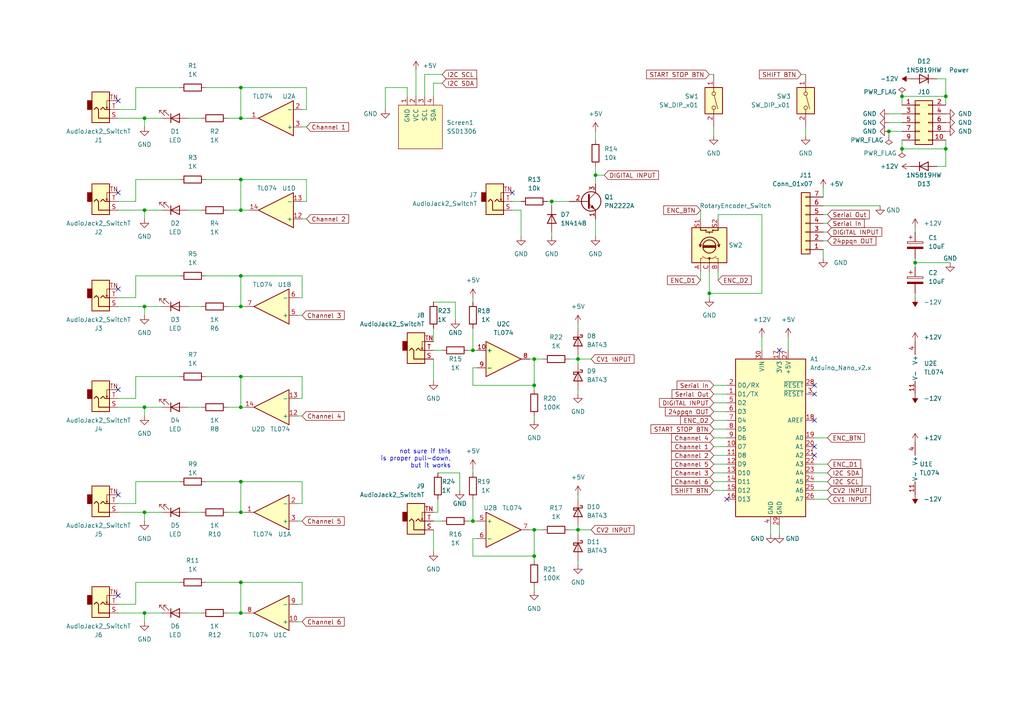
<source format=kicad_sch>
(kicad_sch (version 20211123) (generator eeschema)

  (uuid 939d1fca-3f2c-4183-926a-9b89a029d9a7)

  (paper "A4")

  (title_block
    (title "Gravity")
    (rev "3")
    (company "Sitka Instruments")
  )

  

  (junction (at 69.85 168.91) (diameter 0) (color 0 0 0 0)
    (uuid 01bbb586-ef8d-4ddf-8c80-74340115f8c2)
  )
  (junction (at 172.72 50.8) (diameter 0) (color 0 0 0 0)
    (uuid 0fe7b52a-5ab0-49af-9df5-605727fd9629)
  )
  (junction (at 69.85 177.8) (diameter 0) (color 0 0 0 0)
    (uuid 1aacebef-7166-44ac-ba9d-f4319bb8c2a1)
  )
  (junction (at 69.85 52.07) (diameter 0) (color 0 0 0 0)
    (uuid 1adea9cc-1a6f-43d0-a0c7-f15f9d142402)
  )
  (junction (at 167.64 104.14) (diameter 0) (color 0 0 0 0)
    (uuid 20ecb220-e95f-4871-989a-3aa80d4eef17)
  )
  (junction (at 69.85 109.22) (diameter 0) (color 0 0 0 0)
    (uuid 2d704435-2b61-45b7-b201-2bf6d837c7d3)
  )
  (junction (at 154.94 104.14) (diameter 0) (color 0 0 0 0)
    (uuid 2df7e01f-7c6c-4312-9ff7-ac020e968ee9)
  )
  (junction (at 41.91 34.29) (diameter 0) (color 0 0 0 0)
    (uuid 2f1a07b6-ad76-4a06-853c-dab3ee2850f6)
  )
  (junction (at 160.02 58.42) (diameter 0) (color 0 0 0 0)
    (uuid 3ec454cb-d195-43e0-940e-5dcf3cd11230)
  )
  (junction (at 41.91 148.59) (diameter 0) (color 0 0 0 0)
    (uuid 4c3b6af8-76f0-45ef-8c3f-9df4284c0206)
  )
  (junction (at 154.94 161.29) (diameter 0) (color 0 0 0 0)
    (uuid 4ef302ba-3fb8-473b-9960-3d952a8700dc)
  )
  (junction (at 69.85 118.11) (diameter 0) (color 0 0 0 0)
    (uuid 4fad6dae-d502-4839-af03-741c666aa89e)
  )
  (junction (at 137.16 151.13) (diameter 0) (color 0 0 0 0)
    (uuid 65dfde2f-bec6-446d-be6a-c5bad6fe7084)
  )
  (junction (at 41.91 118.11) (diameter 0) (color 0 0 0 0)
    (uuid 6f8c3b1c-3a38-4d86-9bc2-ad6939358a54)
  )
  (junction (at 69.85 80.01) (diameter 0) (color 0 0 0 0)
    (uuid 7247c85d-9109-4f74-a5f8-073a13ad9b00)
  )
  (junction (at 41.91 177.8) (diameter 0) (color 0 0 0 0)
    (uuid 7831fb5e-123a-46df-a455-7a9508dbe5ab)
  )
  (junction (at 69.85 139.7) (diameter 0) (color 0 0 0 0)
    (uuid 7ce994f6-9837-42f6-8f0e-a33b87846a85)
  )
  (junction (at 257.81 38.1) (diameter 0) (color 0 0 0 0)
    (uuid 80a0f295-48e1-4569-8d26-3102546e0255)
  )
  (junction (at 274.32 27.94) (diameter 0) (color 0 0 0 0)
    (uuid 80b03588-aa23-476a-9d12-a060ede2aafe)
  )
  (junction (at 69.85 60.96) (diameter 0) (color 0 0 0 0)
    (uuid 87e1f6f2-4291-4a56-a6c6-5e0e8fe5a1fb)
  )
  (junction (at 69.85 25.4) (diameter 0) (color 0 0 0 0)
    (uuid 9e2c980a-19bd-4dcd-85f5-d80d62e3f8cf)
  )
  (junction (at 41.91 60.96) (diameter 0) (color 0 0 0 0)
    (uuid a5a39816-f1ee-4ab9-8314-e277f66dbe27)
  )
  (junction (at 69.85 34.29) (diameter 0) (color 0 0 0 0)
    (uuid b23f1ea8-6677-4ea6-a94b-85b8eb53b8d8)
  )
  (junction (at 69.85 88.9) (diameter 0) (color 0 0 0 0)
    (uuid b902f786-0e2c-4183-b096-7f344f5749b2)
  )
  (junction (at 261.62 27.94) (diameter 0) (color 0 0 0 0)
    (uuid b919c27a-f637-48d6-8184-7ceb19a616c3)
  )
  (junction (at 274.32 43.18) (diameter 0) (color 0 0 0 0)
    (uuid bdb4e82f-deca-4494-9511-3af4e2c5e381)
  )
  (junction (at 137.16 101.6) (diameter 0) (color 0 0 0 0)
    (uuid cd01be16-25f8-409f-95b1-b355a2382b57)
  )
  (junction (at 69.85 148.59) (diameter 0) (color 0 0 0 0)
    (uuid d046d289-4c5a-4d32-950f-33f865de2574)
  )
  (junction (at 261.62 43.18) (diameter 0) (color 0 0 0 0)
    (uuid d3b1a6e1-ba88-4969-a859-28bf08cd9cc9)
  )
  (junction (at 154.94 153.67) (diameter 0) (color 0 0 0 0)
    (uuid d56a31ed-ec5a-4724-b044-fd56627a92e8)
  )
  (junction (at 41.91 88.9) (diameter 0) (color 0 0 0 0)
    (uuid dca585e3-e89d-40ba-8154-042e0bc6a9a6)
  )
  (junction (at 265.43 76.2) (diameter 0) (color 0 0 0 0)
    (uuid e8605e95-0637-41f0-a19c-e385856bb70d)
  )
  (junction (at 154.94 111.76) (diameter 0) (color 0 0 0 0)
    (uuid ec6161ff-f736-4426-a4cf-6258043462ab)
  )
  (junction (at 167.64 153.67) (diameter 0) (color 0 0 0 0)
    (uuid f2a0cb2a-8c72-467c-9ca7-c53da25df665)
  )
  (junction (at 205.74 85.09) (diameter 0) (color 0 0 0 0)
    (uuid fd1e9dbf-7bbb-42f0-a50d-c2c89c626c2d)
  )

  (no_connect (at 34.29 113.03) (uuid 0d5627fb-5697-4efc-a260-d96ecb9f93c3))
  (no_connect (at 148.59 55.88) (uuid 2654b987-4591-469d-89c7-45b83f14b521))
  (no_connect (at 236.22 111.76) (uuid 27dea4c6-c043-451d-b6c6-fc3d416a6f51))
  (no_connect (at 34.29 172.72) (uuid 3b8ad362-c359-4165-91ec-aadffcf3d978))
  (no_connect (at 236.22 114.3) (uuid 4dea39fc-bb12-4db7-8438-3469730bc7e8))
  (no_connect (at 210.82 144.78) (uuid 5be04ac6-43c5-4261-953a-dd12f2531b6f))
  (no_connect (at 236.22 121.92) (uuid 609e719e-33ca-4634-b65e-d90f2c75c119))
  (no_connect (at 34.29 143.51) (uuid 7a2da178-df57-453c-8a4a-28fcdc2f3c50))
  (no_connect (at 34.29 83.82) (uuid 8484e074-dbbf-4a1a-831d-0024b24e16ee))
  (no_connect (at 236.22 132.08) (uuid 89eab1dc-771e-440a-a558-42d123c04925))
  (no_connect (at 34.29 55.88) (uuid 8c00c48a-3885-4e94-a56e-75fdd48c8ac2))
  (no_connect (at 226.06 101.6) (uuid bab23eb2-2de9-4101-8518-b1550e4ed0ff))
  (no_connect (at 236.22 129.54) (uuid bc5d432a-9a40-4a38-8a20-d7136d6a72cd))
  (no_connect (at 34.29 29.21) (uuid caea21cf-ff3a-459d-ae29-45e99bc93b79))

  (wire (pts (xy 220.98 62.23) (xy 220.98 85.09))
    (stroke (width 0) (type default) (color 0 0 0 0))
    (uuid 00888669-526f-4afc-bbd6-43e3940c23c9)
  )
  (wire (pts (xy 123.19 21.59) (xy 123.19 27.94))
    (stroke (width 0) (type default) (color 0 0 0 0))
    (uuid 02f7a7c9-330b-4799-8e3c-3005ca5a2490)
  )
  (wire (pts (xy 207.01 114.3) (xy 210.82 114.3))
    (stroke (width 0) (type default) (color 0 0 0 0))
    (uuid 04548b77-d823-4c1b-9c27-c6ce43c98aa3)
  )
  (wire (pts (xy 207.01 124.46) (xy 210.82 124.46))
    (stroke (width 0) (type default) (color 0 0 0 0))
    (uuid 05b9f1d0-5ff4-4d57-8802-0d2c4eb21316)
  )
  (wire (pts (xy 158.75 58.42) (xy 160.02 58.42))
    (stroke (width 0) (type default) (color 0 0 0 0))
    (uuid 068165ec-6c11-4c02-8e0b-ccfe566a7650)
  )
  (wire (pts (xy 86.36 151.13) (xy 87.63 151.13))
    (stroke (width 0) (type default) (color 0 0 0 0))
    (uuid 0875d199-3a61-4f17-843a-f75a66a4050e)
  )
  (wire (pts (xy 39.37 58.42) (xy 39.37 52.07))
    (stroke (width 0) (type default) (color 0 0 0 0))
    (uuid 0a2211b4-91f5-4459-8d97-5e8e188af34c)
  )
  (wire (pts (xy 167.64 93.98) (xy 167.64 95.25))
    (stroke (width 0) (type default) (color 0 0 0 0))
    (uuid 0b45849a-34c3-4799-bb24-89e0ee4d5d11)
  )
  (wire (pts (xy 153.67 104.14) (xy 154.94 104.14))
    (stroke (width 0) (type default) (color 0 0 0 0))
    (uuid 0cd5af5c-78df-4bca-b70f-bd8e8f13e667)
  )
  (wire (pts (xy 207.01 111.76) (xy 210.82 111.76))
    (stroke (width 0) (type default) (color 0 0 0 0))
    (uuid 0e1ac309-c3ad-4ab1-a03b-2dd118f6d87a)
  )
  (wire (pts (xy 172.72 50.8) (xy 172.72 53.34))
    (stroke (width 0) (type default) (color 0 0 0 0))
    (uuid 0e6c4c43-1c36-439e-a778-2631ebda15e9)
  )
  (wire (pts (xy 54.61 148.59) (xy 58.42 148.59))
    (stroke (width 0) (type default) (color 0 0 0 0))
    (uuid 0ea24428-0de9-41d4-b673-d16d645ec740)
  )
  (wire (pts (xy 127 144.78) (xy 127 148.59))
    (stroke (width 0) (type default) (color 0 0 0 0))
    (uuid 0f9b2d4c-7ebb-4d08-9e09-9e4d01860e9b)
  )
  (wire (pts (xy 148.59 58.42) (xy 151.13 58.42))
    (stroke (width 0) (type default) (color 0 0 0 0))
    (uuid 0fde4400-cc90-4e37-aff0-a829c3566030)
  )
  (wire (pts (xy 265.43 74.93) (xy 265.43 76.2))
    (stroke (width 0) (type default) (color 0 0 0 0))
    (uuid 10048850-4277-4da4-9149-45e2a0417c49)
  )
  (wire (pts (xy 167.64 153.67) (xy 167.64 154.94))
    (stroke (width 0) (type default) (color 0 0 0 0))
    (uuid 10722ce5-f8a5-4eca-b191-f5ea1254bb30)
  )
  (wire (pts (xy 208.28 62.23) (xy 220.98 62.23))
    (stroke (width 0) (type default) (color 0 0 0 0))
    (uuid 12553f91-cba2-4ab1-b10c-9a2c101efbcb)
  )
  (wire (pts (xy 240.03 64.77) (xy 238.76 64.77))
    (stroke (width 0) (type default) (color 0 0 0 0))
    (uuid 15573316-7046-4cb3-be84-b290b3262405)
  )
  (wire (pts (xy 34.29 34.29) (xy 41.91 34.29))
    (stroke (width 0) (type default) (color 0 0 0 0))
    (uuid 1696b3ef-3157-4d71-9b48-209593675872)
  )
  (wire (pts (xy 41.91 34.29) (xy 46.99 34.29))
    (stroke (width 0) (type default) (color 0 0 0 0))
    (uuid 18993a8a-ca5d-407f-848b-defb203a9189)
  )
  (wire (pts (xy 172.72 63.5) (xy 172.72 68.58))
    (stroke (width 0) (type default) (color 0 0 0 0))
    (uuid 18ae432e-29c1-4f82-b5de-08351e122d6b)
  )
  (wire (pts (xy 34.29 88.9) (xy 41.91 88.9))
    (stroke (width 0) (type default) (color 0 0 0 0))
    (uuid 1ab20642-1f70-4b02-85c3-d07b70dfa09f)
  )
  (wire (pts (xy 157.48 153.67) (xy 154.94 153.67))
    (stroke (width 0) (type default) (color 0 0 0 0))
    (uuid 1b09d72d-a60a-404a-8eff-af5928779ca3)
  )
  (wire (pts (xy 274.32 48.26) (xy 274.32 43.18))
    (stroke (width 0) (type default) (color 0 0 0 0))
    (uuid 1f9896e6-b5ae-4280-b574-867cc1543442)
  )
  (wire (pts (xy 137.16 106.68) (xy 138.43 106.68))
    (stroke (width 0) (type default) (color 0 0 0 0))
    (uuid 218936c9-fd88-46f3-812f-021cc4e7e95d)
  )
  (wire (pts (xy 87.63 115.57) (xy 87.63 109.22))
    (stroke (width 0) (type default) (color 0 0 0 0))
    (uuid 22b67607-fd33-40bf-9953-aaeb2cc3bff3)
  )
  (wire (pts (xy 69.85 52.07) (xy 69.85 60.96))
    (stroke (width 0) (type default) (color 0 0 0 0))
    (uuid 22ec07c6-1814-4bcc-81fe-8b2a319721d4)
  )
  (wire (pts (xy 125.73 104.14) (xy 125.73 110.49))
    (stroke (width 0) (type default) (color 0 0 0 0))
    (uuid 232f38ec-21ea-4a47-91ea-c85a04889396)
  )
  (wire (pts (xy 203.2 63.5) (xy 203.2 60.96))
    (stroke (width 0) (type default) (color 0 0 0 0))
    (uuid 23cdf0c9-4c44-4333-ad84-40cf9337ba38)
  )
  (wire (pts (xy 207.01 119.38) (xy 210.82 119.38))
    (stroke (width 0) (type default) (color 0 0 0 0))
    (uuid 23dac4f0-812d-4677-88fa-5bdcd3979384)
  )
  (wire (pts (xy 39.37 146.05) (xy 39.37 139.7))
    (stroke (width 0) (type default) (color 0 0 0 0))
    (uuid 2450b13d-1b2c-42e2-9f3c-022c8d283799)
  )
  (wire (pts (xy 118.11 25.4) (xy 118.11 27.94))
    (stroke (width 0) (type default) (color 0 0 0 0))
    (uuid 24898c03-0432-4355-9022-1dd4a494db3b)
  )
  (wire (pts (xy 39.37 175.26) (xy 39.37 168.91))
    (stroke (width 0) (type default) (color 0 0 0 0))
    (uuid 24a77f75-c600-45cb-bf5f-afea87ea647c)
  )
  (wire (pts (xy 128.27 21.59) (xy 123.19 21.59))
    (stroke (width 0) (type default) (color 0 0 0 0))
    (uuid 2687bf03-ffc2-4d48-aa6f-1aef93caa657)
  )
  (wire (pts (xy 167.64 104.14) (xy 167.64 105.41))
    (stroke (width 0) (type default) (color 0 0 0 0))
    (uuid 2708cad2-c1d4-431c-a491-069abb353cb1)
  )
  (wire (pts (xy 54.61 118.11) (xy 58.42 118.11))
    (stroke (width 0) (type default) (color 0 0 0 0))
    (uuid 275de223-e55c-4595-954a-6b567572e319)
  )
  (wire (pts (xy 39.37 168.91) (xy 52.07 168.91))
    (stroke (width 0) (type default) (color 0 0 0 0))
    (uuid 282549b8-debb-4192-8eb7-5e1fc199c3b2)
  )
  (wire (pts (xy 203.2 81.28) (xy 203.2 78.74))
    (stroke (width 0) (type default) (color 0 0 0 0))
    (uuid 292448f2-9878-48b7-bdaa-bba1bdc524e1)
  )
  (wire (pts (xy 154.94 113.03) (xy 154.94 111.76))
    (stroke (width 0) (type default) (color 0 0 0 0))
    (uuid 29f12c71-1e39-46c9-8468-57b050e8c4e3)
  )
  (wire (pts (xy 265.43 76.2) (xy 265.43 77.47))
    (stroke (width 0) (type default) (color 0 0 0 0))
    (uuid 2bf77205-7bd4-4b19-92a5-403df8997ca4)
  )
  (wire (pts (xy 41.91 60.96) (xy 41.91 63.5))
    (stroke (width 0) (type default) (color 0 0 0 0))
    (uuid 2d2c567f-990e-43de-a45e-07dcf3d574df)
  )
  (wire (pts (xy 86.36 120.65) (xy 87.63 120.65))
    (stroke (width 0) (type default) (color 0 0 0 0))
    (uuid 303bccf3-2d61-4c16-987a-64577855d3bb)
  )
  (wire (pts (xy 39.37 31.75) (xy 39.37 25.4))
    (stroke (width 0) (type default) (color 0 0 0 0))
    (uuid 325ad235-d39c-4894-9060-669ec65da8cf)
  )
  (wire (pts (xy 172.72 38.1) (xy 172.72 40.64))
    (stroke (width 0) (type default) (color 0 0 0 0))
    (uuid 335e260c-544e-4446-b9b4-df9e8330f67c)
  )
  (wire (pts (xy 228.6 97.79) (xy 228.6 101.6))
    (stroke (width 0) (type default) (color 0 0 0 0))
    (uuid 335feb20-1fb8-4c80-a47e-65aa81fbef83)
  )
  (wire (pts (xy 207.01 137.16) (xy 210.82 137.16))
    (stroke (width 0) (type default) (color 0 0 0 0))
    (uuid 33a36406-7342-4e89-9638-dd13fc9c9e59)
  )
  (wire (pts (xy 69.85 139.7) (xy 87.63 139.7))
    (stroke (width 0) (type default) (color 0 0 0 0))
    (uuid 33d6f89f-8648-43ab-8211-808a5c2a1de9)
  )
  (wire (pts (xy 34.29 146.05) (xy 39.37 146.05))
    (stroke (width 0) (type default) (color 0 0 0 0))
    (uuid 349d1b17-3ca5-4310-8603-bfcac15d9779)
  )
  (wire (pts (xy 34.29 177.8) (xy 41.91 177.8))
    (stroke (width 0) (type default) (color 0 0 0 0))
    (uuid 35a4bcdd-c017-440b-9dad-75ec8aa47970)
  )
  (wire (pts (xy 59.69 25.4) (xy 69.85 25.4))
    (stroke (width 0) (type default) (color 0 0 0 0))
    (uuid 379f1c28-4a76-4353-90b3-8c03b9cc7732)
  )
  (wire (pts (xy 207.01 21.59) (xy 205.74 21.59))
    (stroke (width 0) (type default) (color 0 0 0 0))
    (uuid 38f018c4-6a5e-41fd-be32-9f1782112fb1)
  )
  (wire (pts (xy 125.73 101.6) (xy 128.27 101.6))
    (stroke (width 0) (type default) (color 0 0 0 0))
    (uuid 3b6a8b02-3ae7-4eaa-b590-43c6b96299ee)
  )
  (wire (pts (xy 54.61 34.29) (xy 58.42 34.29))
    (stroke (width 0) (type default) (color 0 0 0 0))
    (uuid 3d377ce1-a2c5-4d14-9f02-94478caf1282)
  )
  (wire (pts (xy 87.63 31.75) (xy 88.9 31.75))
    (stroke (width 0) (type default) (color 0 0 0 0))
    (uuid 3e571a02-03e0-4598-a609-e9c7e7a95ec4)
  )
  (wire (pts (xy 154.94 153.67) (xy 154.94 161.29))
    (stroke (width 0) (type default) (color 0 0 0 0))
    (uuid 41592a34-b5e0-498e-b3d9-5e683e74e400)
  )
  (wire (pts (xy 167.64 104.14) (xy 171.45 104.14))
    (stroke (width 0) (type default) (color 0 0 0 0))
    (uuid 415f6a2a-0819-4a32-a17d-06a0e8a58036)
  )
  (wire (pts (xy 69.85 60.96) (xy 72.39 60.96))
    (stroke (width 0) (type default) (color 0 0 0 0))
    (uuid 418e2033-9beb-4dc9-852d-fdebff37f6e4)
  )
  (wire (pts (xy 265.43 66.04) (xy 265.43 67.31))
    (stroke (width 0) (type default) (color 0 0 0 0))
    (uuid 4311a415-97b2-43f6-a81d-718e51e1b859)
  )
  (wire (pts (xy 133.35 137.16) (xy 133.35 142.24))
    (stroke (width 0) (type default) (color 0 0 0 0))
    (uuid 4387f603-b8cb-49f8-9cf0-e883ca84f431)
  )
  (wire (pts (xy 125.73 87.63) (xy 132.08 87.63))
    (stroke (width 0) (type default) (color 0 0 0 0))
    (uuid 442c3d44-985a-41cf-a427-d1e2cd1a65ee)
  )
  (wire (pts (xy 137.16 161.29) (xy 154.94 161.29))
    (stroke (width 0) (type default) (color 0 0 0 0))
    (uuid 44fdae99-fabc-42c3-b71e-03120ee479ee)
  )
  (wire (pts (xy 167.64 113.03) (xy 167.64 114.3))
    (stroke (width 0) (type default) (color 0 0 0 0))
    (uuid 459710f6-4d7d-40be-9b04-5e9a368b8c00)
  )
  (wire (pts (xy 208.28 63.5) (xy 208.28 62.23))
    (stroke (width 0) (type default) (color 0 0 0 0))
    (uuid 46b304df-4180-4984-9e5d-83e10dcadff4)
  )
  (wire (pts (xy 137.16 101.6) (xy 138.43 101.6))
    (stroke (width 0) (type default) (color 0 0 0 0))
    (uuid 474a3f9d-2b64-4966-9c5e-ee995dbcc11f)
  )
  (wire (pts (xy 86.36 180.34) (xy 87.63 180.34))
    (stroke (width 0) (type default) (color 0 0 0 0))
    (uuid 4754b732-0a33-494b-90b0-fee8412301df)
  )
  (wire (pts (xy 86.36 91.44) (xy 87.63 91.44))
    (stroke (width 0) (type default) (color 0 0 0 0))
    (uuid 47a4e244-780e-48eb-b41d-1640d66c0fcd)
  )
  (wire (pts (xy 135.89 101.6) (xy 137.16 101.6))
    (stroke (width 0) (type default) (color 0 0 0 0))
    (uuid 47ac72d4-bd27-4447-b979-99a8986e623d)
  )
  (wire (pts (xy 167.64 152.4) (xy 167.64 153.67))
    (stroke (width 0) (type default) (color 0 0 0 0))
    (uuid 47e72c91-7c9f-4a84-84d0-c6e4a5768ed8)
  )
  (wire (pts (xy 233.68 39.37) (xy 233.68 36.83))
    (stroke (width 0) (type default) (color 0 0 0 0))
    (uuid 4818a8d1-75bc-44f4-b9ed-2be325375416)
  )
  (wire (pts (xy 157.48 104.14) (xy 154.94 104.14))
    (stroke (width 0) (type default) (color 0 0 0 0))
    (uuid 49cde530-ddc1-4f14-9b13-8d9a2ca10c3a)
  )
  (wire (pts (xy 137.16 156.21) (xy 137.16 161.29))
    (stroke (width 0) (type default) (color 0 0 0 0))
    (uuid 4b70d7be-d0b4-4935-b09f-3578133ba481)
  )
  (wire (pts (xy 41.91 60.96) (xy 46.99 60.96))
    (stroke (width 0) (type default) (color 0 0 0 0))
    (uuid 4c0b437f-8a01-477d-a6f9-7ec7ce2dc466)
  )
  (wire (pts (xy 240.03 62.23) (xy 238.76 62.23))
    (stroke (width 0) (type default) (color 0 0 0 0))
    (uuid 4d458ee8-d508-40bd-9b92-392330328966)
  )
  (wire (pts (xy 39.37 80.01) (xy 52.07 80.01))
    (stroke (width 0) (type default) (color 0 0 0 0))
    (uuid 4d557d7f-7719-4f80-94ac-5531db91c5c7)
  )
  (wire (pts (xy 226.06 152.4) (xy 226.06 154.94))
    (stroke (width 0) (type default) (color 0 0 0 0))
    (uuid 4d5adbc3-357f-4a75-9468-e5a15ab291e3)
  )
  (wire (pts (xy 87.63 86.36) (xy 87.63 80.01))
    (stroke (width 0) (type default) (color 0 0 0 0))
    (uuid 4e0a158e-f62e-4ad0-b943-3eaefad92067)
  )
  (wire (pts (xy 54.61 60.96) (xy 58.42 60.96))
    (stroke (width 0) (type default) (color 0 0 0 0))
    (uuid 50855149-12eb-4a2e-a48d-3bc78970e17d)
  )
  (wire (pts (xy 86.36 86.36) (xy 87.63 86.36))
    (stroke (width 0) (type default) (color 0 0 0 0))
    (uuid 54f4dac5-21cb-4ccc-b34e-bca1afba31d2)
  )
  (wire (pts (xy 87.63 80.01) (xy 69.85 80.01))
    (stroke (width 0) (type default) (color 0 0 0 0))
    (uuid 55051037-8b31-44b9-8e01-8ae5d0b6424d)
  )
  (wire (pts (xy 34.29 58.42) (xy 39.37 58.42))
    (stroke (width 0) (type default) (color 0 0 0 0))
    (uuid 559ecdd5-7157-4b6e-8365-c80a48a2639c)
  )
  (wire (pts (xy 34.29 86.36) (xy 39.37 86.36))
    (stroke (width 0) (type default) (color 0 0 0 0))
    (uuid 55c0478d-8080-4c1d-8604-65a2d25999fa)
  )
  (wire (pts (xy 167.64 143.51) (xy 167.64 144.78))
    (stroke (width 0) (type default) (color 0 0 0 0))
    (uuid 55f39ab8-c72e-42c1-a690-a397d34d1bc8)
  )
  (wire (pts (xy 120.65 20.32) (xy 120.65 27.94))
    (stroke (width 0) (type default) (color 0 0 0 0))
    (uuid 578b6235-424f-4ef7-a13a-2eb828fdff70)
  )
  (wire (pts (xy 207.01 132.08) (xy 210.82 132.08))
    (stroke (width 0) (type default) (color 0 0 0 0))
    (uuid 5a722d22-4ecd-49dd-bcb0-518e553ae30d)
  )
  (wire (pts (xy 274.32 22.86) (xy 274.32 27.94))
    (stroke (width 0) (type default) (color 0 0 0 0))
    (uuid 5c09703f-6c76-495d-9a58-e2ebc9242342)
  )
  (wire (pts (xy 39.37 109.22) (xy 52.07 109.22))
    (stroke (width 0) (type default) (color 0 0 0 0))
    (uuid 5c400b46-2fcf-4458-9699-ae37dd26bccb)
  )
  (wire (pts (xy 69.85 109.22) (xy 69.85 118.11))
    (stroke (width 0) (type default) (color 0 0 0 0))
    (uuid 5cd6e5fe-4b18-46d6-a3d1-e3ffde24589e)
  )
  (wire (pts (xy 274.32 40.64) (xy 274.32 43.18))
    (stroke (width 0) (type default) (color 0 0 0 0))
    (uuid 5d5ced92-faf8-444e-981f-4e4ff49b98e7)
  )
  (wire (pts (xy 41.91 34.29) (xy 41.91 36.83))
    (stroke (width 0) (type default) (color 0 0 0 0))
    (uuid 5d93f799-90b6-4c25-98c8-cc4dbc3b1bc0)
  )
  (wire (pts (xy 88.9 58.42) (xy 88.9 52.07))
    (stroke (width 0) (type default) (color 0 0 0 0))
    (uuid 5ec7b1d8-8446-4919-a38c-76210caa1873)
  )
  (wire (pts (xy 167.64 162.56) (xy 167.64 163.83))
    (stroke (width 0) (type default) (color 0 0 0 0))
    (uuid 5f035f85-8c2e-4853-b183-6abac5e2be10)
  )
  (wire (pts (xy 132.08 87.63) (xy 132.08 92.71))
    (stroke (width 0) (type default) (color 0 0 0 0))
    (uuid 61b30485-195b-4bad-8840-2b6a72961f80)
  )
  (wire (pts (xy 160.02 67.31) (xy 160.02 68.58))
    (stroke (width 0) (type default) (color 0 0 0 0))
    (uuid 629a7aa1-4019-458a-8b5d-0abf66ce0257)
  )
  (wire (pts (xy 34.29 148.59) (xy 41.91 148.59))
    (stroke (width 0) (type default) (color 0 0 0 0))
    (uuid 65958d22-4303-48dd-9fde-306753b42789)
  )
  (wire (pts (xy 41.91 118.11) (xy 41.91 120.65))
    (stroke (width 0) (type default) (color 0 0 0 0))
    (uuid 662ccf0e-d1d5-4050-8293-3daf044ab08c)
  )
  (wire (pts (xy 257.81 38.1) (xy 261.62 38.1))
    (stroke (width 0) (type default) (color 0 0 0 0))
    (uuid 686830dd-5bd4-421c-97b1-cd04ec112e6f)
  )
  (wire (pts (xy 154.94 121.92) (xy 154.94 120.65))
    (stroke (width 0) (type default) (color 0 0 0 0))
    (uuid 69069406-1963-4170-8560-8104e7e045d7)
  )
  (wire (pts (xy 137.16 95.25) (xy 137.16 101.6))
    (stroke (width 0) (type default) (color 0 0 0 0))
    (uuid 6da6842f-2388-4f5f-9ee2-76bb34632c1b)
  )
  (wire (pts (xy 69.85 25.4) (xy 88.9 25.4))
    (stroke (width 0) (type default) (color 0 0 0 0))
    (uuid 6ef03535-d0d2-4117-ba8a-13b15d291146)
  )
  (wire (pts (xy 41.91 177.8) (xy 46.99 177.8))
    (stroke (width 0) (type default) (color 0 0 0 0))
    (uuid 72a11c15-bc2e-4e4e-b064-0530d656a4f2)
  )
  (wire (pts (xy 125.73 24.13) (xy 125.73 27.94))
    (stroke (width 0) (type default) (color 0 0 0 0))
    (uuid 72d28e7a-0912-41d1-8bf0-5186c787f495)
  )
  (wire (pts (xy 34.29 115.57) (xy 39.37 115.57))
    (stroke (width 0) (type default) (color 0 0 0 0))
    (uuid 7454f9be-a252-4e64-8cb6-659f28a46b4e)
  )
  (wire (pts (xy 165.1 153.67) (xy 167.64 153.67))
    (stroke (width 0) (type default) (color 0 0 0 0))
    (uuid 746457c5-4533-496b-b839-879422eb2f82)
  )
  (wire (pts (xy 86.36 146.05) (xy 87.63 146.05))
    (stroke (width 0) (type default) (color 0 0 0 0))
    (uuid 774fcb45-a172-4233-8e81-6712f4651e80)
  )
  (wire (pts (xy 207.01 121.92) (xy 210.82 121.92))
    (stroke (width 0) (type default) (color 0 0 0 0))
    (uuid 78087d34-36cd-40f9-8df6-88f39a8e923c)
  )
  (wire (pts (xy 87.63 175.26) (xy 87.63 168.91))
    (stroke (width 0) (type default) (color 0 0 0 0))
    (uuid 78e786de-043d-4f36-a95b-827ecfd3a860)
  )
  (wire (pts (xy 151.13 60.96) (xy 151.13 68.58))
    (stroke (width 0) (type default) (color 0 0 0 0))
    (uuid 7bd72df4-68a1-4663-8001-035714ea1d46)
  )
  (wire (pts (xy 137.16 106.68) (xy 137.16 111.76))
    (stroke (width 0) (type default) (color 0 0 0 0))
    (uuid 7d009995-14e6-4e3a-a6bf-75ca9be73436)
  )
  (wire (pts (xy 236.22 134.62) (xy 240.03 134.62))
    (stroke (width 0) (type default) (color 0 0 0 0))
    (uuid 7dd53853-47b4-4ad4-b60a-12406caceae9)
  )
  (wire (pts (xy 87.63 58.42) (xy 88.9 58.42))
    (stroke (width 0) (type default) (color 0 0 0 0))
    (uuid 7eb86270-8e46-4c86-aca0-01cd356252d4)
  )
  (wire (pts (xy 34.29 31.75) (xy 39.37 31.75))
    (stroke (width 0) (type default) (color 0 0 0 0))
    (uuid 7f1a47e9-e606-4559-b3a6-98d8056eafbb)
  )
  (wire (pts (xy 69.85 52.07) (xy 88.9 52.07))
    (stroke (width 0) (type default) (color 0 0 0 0))
    (uuid 8087cf9e-a59e-49ee-959e-1547ad310f68)
  )
  (wire (pts (xy 205.74 78.74) (xy 205.74 85.09))
    (stroke (width 0) (type default) (color 0 0 0 0))
    (uuid 8209c98c-ad4a-4de7-8d4d-31929f244f93)
  )
  (wire (pts (xy 125.73 95.25) (xy 125.73 99.06))
    (stroke (width 0) (type default) (color 0 0 0 0))
    (uuid 82f14908-4c3c-4b1e-a311-74c33cecc46b)
  )
  (wire (pts (xy 111.76 31.75) (xy 111.76 25.4))
    (stroke (width 0) (type default) (color 0 0 0 0))
    (uuid 84628db2-78f4-455d-935c-669b74635348)
  )
  (wire (pts (xy 69.85 118.11) (xy 66.04 118.11))
    (stroke (width 0) (type default) (color 0 0 0 0))
    (uuid 84cd1643-db67-46fc-bdb3-0f8472565395)
  )
  (wire (pts (xy 207.01 127) (xy 210.82 127))
    (stroke (width 0) (type default) (color 0 0 0 0))
    (uuid 8676e459-7c2d-4c62-b756-5dbad9971ef4)
  )
  (wire (pts (xy 86.36 175.26) (xy 87.63 175.26))
    (stroke (width 0) (type default) (color 0 0 0 0))
    (uuid 895a16fe-6a85-40c1-a068-c6c5069be327)
  )
  (wire (pts (xy 172.72 50.8) (xy 175.26 50.8))
    (stroke (width 0) (type default) (color 0 0 0 0))
    (uuid 8a527247-4e86-49ac-96b2-0b9ba94da524)
  )
  (wire (pts (xy 66.04 60.96) (xy 69.85 60.96))
    (stroke (width 0) (type default) (color 0 0 0 0))
    (uuid 8bd5fd7f-cf6e-425c-b9d6-3c826368fb4d)
  )
  (wire (pts (xy 154.94 104.14) (xy 154.94 111.76))
    (stroke (width 0) (type default) (color 0 0 0 0))
    (uuid 8db87abd-78a8-4707-b998-35d91c31dc52)
  )
  (wire (pts (xy 125.73 148.59) (xy 127 148.59))
    (stroke (width 0) (type default) (color 0 0 0 0))
    (uuid 91d35dc0-b91a-4231-a2a4-e58d0e7f4232)
  )
  (wire (pts (xy 86.36 115.57) (xy 87.63 115.57))
    (stroke (width 0) (type default) (color 0 0 0 0))
    (uuid 92ae353c-97f4-4c4d-9398-e91db030f4a8)
  )
  (wire (pts (xy 137.16 86.36) (xy 137.16 87.63))
    (stroke (width 0) (type default) (color 0 0 0 0))
    (uuid 92dcd119-522b-416d-afb9-fe804b794444)
  )
  (wire (pts (xy 41.91 148.59) (xy 41.91 151.13))
    (stroke (width 0) (type default) (color 0 0 0 0))
    (uuid 9411389b-89e4-4fd9-b197-1fd897880c74)
  )
  (wire (pts (xy 160.02 58.42) (xy 160.02 59.69))
    (stroke (width 0) (type default) (color 0 0 0 0))
    (uuid 97d4dc22-cea2-4f31-ab47-48954521c9ea)
  )
  (wire (pts (xy 207.01 39.37) (xy 207.01 36.83))
    (stroke (width 0) (type default) (color 0 0 0 0))
    (uuid 982c0a71-fbd6-4ace-8adb-04279f3ab267)
  )
  (wire (pts (xy 236.22 139.7) (xy 240.03 139.7))
    (stroke (width 0) (type default) (color 0 0 0 0))
    (uuid 998fda77-4469-4506-86ca-bb382e8ee04b)
  )
  (wire (pts (xy 41.91 148.59) (xy 46.99 148.59))
    (stroke (width 0) (type default) (color 0 0 0 0))
    (uuid 9b42f2d5-ac7c-41cd-8133-c33ded91e5a9)
  )
  (wire (pts (xy 69.85 109.22) (xy 87.63 109.22))
    (stroke (width 0) (type default) (color 0 0 0 0))
    (uuid 9e5805ba-ef35-49a1-8625-91fc1a2d8c02)
  )
  (wire (pts (xy 137.16 135.89) (xy 137.16 137.16))
    (stroke (width 0) (type default) (color 0 0 0 0))
    (uuid 9ec202d2-54e7-4767-8d5f-5508e7b44543)
  )
  (wire (pts (xy 207.01 134.62) (xy 210.82 134.62))
    (stroke (width 0) (type default) (color 0 0 0 0))
    (uuid a11b243c-b8ac-4b51-920a-c19dc41aec03)
  )
  (wire (pts (xy 261.62 30.48) (xy 261.62 27.94))
    (stroke (width 0) (type default) (color 0 0 0 0))
    (uuid a32d7af7-caa5-4fcd-b940-60312a23b93a)
  )
  (wire (pts (xy 69.85 88.9) (xy 71.12 88.9))
    (stroke (width 0) (type default) (color 0 0 0 0))
    (uuid a384fadc-a10d-479f-94d2-2a5b2d1d7039)
  )
  (wire (pts (xy 271.78 48.26) (xy 274.32 48.26))
    (stroke (width 0) (type default) (color 0 0 0 0))
    (uuid a3ae5fe0-aa32-4413-85be-83d64b712b8c)
  )
  (wire (pts (xy 148.59 60.96) (xy 151.13 60.96))
    (stroke (width 0) (type default) (color 0 0 0 0))
    (uuid a419472a-c519-42af-a7a7-8d55731ad33e)
  )
  (wire (pts (xy 207.01 116.84) (xy 210.82 116.84))
    (stroke (width 0) (type default) (color 0 0 0 0))
    (uuid a437b42a-de25-44ea-bd82-78ea4050bd94)
  )
  (wire (pts (xy 233.68 21.59) (xy 232.41 21.59))
    (stroke (width 0) (type default) (color 0 0 0 0))
    (uuid a49154d7-98cd-42dc-b035-8363e6ed42ef)
  )
  (wire (pts (xy 208.28 81.28) (xy 208.28 78.74))
    (stroke (width 0) (type default) (color 0 0 0 0))
    (uuid a4f3d41a-af65-423d-b75c-3a4dfb401018)
  )
  (wire (pts (xy 69.85 168.91) (xy 87.63 168.91))
    (stroke (width 0) (type default) (color 0 0 0 0))
    (uuid a570fd45-915c-413d-8511-67112ddbfb1b)
  )
  (wire (pts (xy 39.37 25.4) (xy 52.07 25.4))
    (stroke (width 0) (type default) (color 0 0 0 0))
    (uuid a60d0abd-cac5-40ce-8146-e36e1abaeddf)
  )
  (wire (pts (xy 125.73 151.13) (xy 128.27 151.13))
    (stroke (width 0) (type default) (color 0 0 0 0))
    (uuid a6821adb-6787-40f0-882c-45474cd6d035)
  )
  (wire (pts (xy 39.37 115.57) (xy 39.37 109.22))
    (stroke (width 0) (type default) (color 0 0 0 0))
    (uuid a6f31cf3-8dc0-4e1e-a3a6-c76df8c6e2cb)
  )
  (wire (pts (xy 34.29 60.96) (xy 41.91 60.96))
    (stroke (width 0) (type default) (color 0 0 0 0))
    (uuid a80042cf-f0d4-4045-bfe4-04f7525272ec)
  )
  (wire (pts (xy 69.85 148.59) (xy 66.04 148.59))
    (stroke (width 0) (type default) (color 0 0 0 0))
    (uuid a8514681-196b-44d0-b279-cbd6f9496f12)
  )
  (wire (pts (xy 205.74 86.36) (xy 205.74 85.09))
    (stroke (width 0) (type default) (color 0 0 0 0))
    (uuid a88aa39c-ab01-48f4-b52c-72379da3c07b)
  )
  (wire (pts (xy 54.61 88.9) (xy 58.42 88.9))
    (stroke (width 0) (type default) (color 0 0 0 0))
    (uuid ab21b72a-c65b-436b-a024-420f0e1bd5fb)
  )
  (wire (pts (xy 205.74 85.09) (xy 220.98 85.09))
    (stroke (width 0) (type default) (color 0 0 0 0))
    (uuid ab393c6b-5fda-4897-ae5b-77fc0d49af67)
  )
  (wire (pts (xy 41.91 88.9) (xy 46.99 88.9))
    (stroke (width 0) (type default) (color 0 0 0 0))
    (uuid ac927798-764a-470d-8e32-ab188c3be9d9)
  )
  (wire (pts (xy 238.76 67.31) (xy 240.03 67.31))
    (stroke (width 0) (type default) (color 0 0 0 0))
    (uuid ac977693-55e6-4f2b-9336-0acabaf5e6cc)
  )
  (wire (pts (xy 160.02 58.42) (xy 165.1 58.42))
    (stroke (width 0) (type default) (color 0 0 0 0))
    (uuid acb04d4a-6e28-4197-b96d-cca961b9a352)
  )
  (wire (pts (xy 261.62 40.64) (xy 261.62 43.18))
    (stroke (width 0) (type default) (color 0 0 0 0))
    (uuid ad83ea93-a261-44af-9ce9-44f34c926f1f)
  )
  (wire (pts (xy 165.1 104.14) (xy 167.64 104.14))
    (stroke (width 0) (type default) (color 0 0 0 0))
    (uuid b02b8fe2-ffcf-4399-8d32-f085295ae9be)
  )
  (wire (pts (xy 87.63 63.5) (xy 88.9 63.5))
    (stroke (width 0) (type default) (color 0 0 0 0))
    (uuid b056618b-9337-4ecc-bce8-dc5869882bd7)
  )
  (wire (pts (xy 69.85 34.29) (xy 66.04 34.29))
    (stroke (width 0) (type default) (color 0 0 0 0))
    (uuid b3ffacae-4877-4f3c-b330-37753bcfeef2)
  )
  (wire (pts (xy 257.81 38.1) (xy 257.81 39.37))
    (stroke (width 0) (type default) (color 0 0 0 0))
    (uuid b45d2437-4231-4393-9853-61e2810e8eef)
  )
  (wire (pts (xy 59.69 52.07) (xy 69.85 52.07))
    (stroke (width 0) (type default) (color 0 0 0 0))
    (uuid b55c7749-7442-4e0e-81bc-0a478cb0ac8a)
  )
  (wire (pts (xy 69.85 118.11) (xy 71.12 118.11))
    (stroke (width 0) (type default) (color 0 0 0 0))
    (uuid b70b6063-f12f-423b-9971-1db44e53b1b6)
  )
  (wire (pts (xy 41.91 118.11) (xy 46.99 118.11))
    (stroke (width 0) (type default) (color 0 0 0 0))
    (uuid b7ba5590-bcbc-4d3a-bb2b-67ef3ff01bf9)
  )
  (wire (pts (xy 167.64 102.87) (xy 167.64 104.14))
    (stroke (width 0) (type default) (color 0 0 0 0))
    (uuid b8b96b86-9f26-4791-8fab-c0012a9204d0)
  )
  (wire (pts (xy 172.72 48.26) (xy 172.72 50.8))
    (stroke (width 0) (type default) (color 0 0 0 0))
    (uuid b913c3b8-7e72-4c0b-bda2-34fe7b55ab25)
  )
  (wire (pts (xy 236.22 137.16) (xy 240.03 137.16))
    (stroke (width 0) (type default) (color 0 0 0 0))
    (uuid baf9089a-117f-477e-b388-59d85cc068a1)
  )
  (wire (pts (xy 69.85 25.4) (xy 69.85 34.29))
    (stroke (width 0) (type default) (color 0 0 0 0))
    (uuid bd0ecbaa-0107-4713-afad-9631d70470c9)
  )
  (wire (pts (xy 257.81 35.56) (xy 261.62 35.56))
    (stroke (width 0) (type default) (color 0 0 0 0))
    (uuid be717b8a-a24e-4b1a-8c07-d2cb4a8b44a0)
  )
  (wire (pts (xy 59.69 139.7) (xy 69.85 139.7))
    (stroke (width 0) (type default) (color 0 0 0 0))
    (uuid be91969f-27d0-4896-bda7-89479ff2c6f0)
  )
  (wire (pts (xy 261.62 27.94) (xy 274.32 27.94))
    (stroke (width 0) (type default) (color 0 0 0 0))
    (uuid bfd39b38-25cc-4208-85be-c343c956d624)
  )
  (wire (pts (xy 41.91 177.8) (xy 41.91 180.34))
    (stroke (width 0) (type default) (color 0 0 0 0))
    (uuid c1344527-bf12-418e-bb93-1ab1cbcbc765)
  )
  (wire (pts (xy 238.76 72.39) (xy 238.76 74.93))
    (stroke (width 0) (type default) (color 0 0 0 0))
    (uuid c383f35a-aa45-43ca-b0de-41ffbeccf210)
  )
  (wire (pts (xy 69.85 80.01) (xy 69.85 88.9))
    (stroke (width 0) (type default) (color 0 0 0 0))
    (uuid c3958be8-3003-4b81-a0e5-084b481ac3e8)
  )
  (wire (pts (xy 69.85 88.9) (xy 66.04 88.9))
    (stroke (width 0) (type default) (color 0 0 0 0))
    (uuid c6adff6e-82e1-42de-a1d3-c2320961301b)
  )
  (wire (pts (xy 154.94 162.56) (xy 154.94 161.29))
    (stroke (width 0) (type default) (color 0 0 0 0))
    (uuid cb58872e-1637-4041-9a9c-462d58f60489)
  )
  (wire (pts (xy 41.91 88.9) (xy 41.91 91.44))
    (stroke (width 0) (type default) (color 0 0 0 0))
    (uuid cd7749a7-ea7a-4254-8d13-3fc0af54ac1a)
  )
  (wire (pts (xy 127 137.16) (xy 133.35 137.16))
    (stroke (width 0) (type default) (color 0 0 0 0))
    (uuid cd876659-807a-444d-a58b-3ab4384818b6)
  )
  (wire (pts (xy 135.89 151.13) (xy 137.16 151.13))
    (stroke (width 0) (type default) (color 0 0 0 0))
    (uuid d0f348b7-a7a5-4cb3-b9f1-72c15c41a42d)
  )
  (wire (pts (xy 207.01 129.54) (xy 210.82 129.54))
    (stroke (width 0) (type default) (color 0 0 0 0))
    (uuid d2ceccc1-95d6-4f25-baa1-52608161f423)
  )
  (wire (pts (xy 54.61 177.8) (xy 58.42 177.8))
    (stroke (width 0) (type default) (color 0 0 0 0))
    (uuid d2ed7317-658a-4865-bf5f-b2b3135a861d)
  )
  (wire (pts (xy 69.85 34.29) (xy 72.39 34.29))
    (stroke (width 0) (type default) (color 0 0 0 0))
    (uuid d337bd41-b84a-4083-8138-b697897be715)
  )
  (wire (pts (xy 238.76 69.85) (xy 240.03 69.85))
    (stroke (width 0) (type default) (color 0 0 0 0))
    (uuid d3b10b90-4fd7-4a10-aadc-d707d0767705)
  )
  (wire (pts (xy 167.64 153.67) (xy 171.45 153.67))
    (stroke (width 0) (type default) (color 0 0 0 0))
    (uuid d7a22843-b5aa-4dcb-9f83-e0b93ec1d932)
  )
  (wire (pts (xy 39.37 52.07) (xy 52.07 52.07))
    (stroke (width 0) (type default) (color 0 0 0 0))
    (uuid d80078b3-94d9-48bf-85f9-0552f3304675)
  )
  (wire (pts (xy 111.76 25.4) (xy 118.11 25.4))
    (stroke (width 0) (type default) (color 0 0 0 0))
    (uuid d8c2b0e0-464d-4f8a-a354-013c2fcd2746)
  )
  (wire (pts (xy 220.98 97.79) (xy 220.98 101.6))
    (stroke (width 0) (type default) (color 0 0 0 0))
    (uuid d9290646-90b7-4fbd-83fc-19591b512599)
  )
  (wire (pts (xy 69.85 148.59) (xy 71.12 148.59))
    (stroke (width 0) (type default) (color 0 0 0 0))
    (uuid d9cdde04-0ad7-43b5-a5d5-b6ac5abb55b8)
  )
  (wire (pts (xy 261.62 43.18) (xy 274.32 43.18))
    (stroke (width 0) (type default) (color 0 0 0 0))
    (uuid da781abc-ee6e-4d62-971b-a28621e7f9c0)
  )
  (wire (pts (xy 137.16 111.76) (xy 154.94 111.76))
    (stroke (width 0) (type default) (color 0 0 0 0))
    (uuid dbc9e6c0-7a33-4ae4-9d9e-73c07879ba5d)
  )
  (wire (pts (xy 34.29 118.11) (xy 41.91 118.11))
    (stroke (width 0) (type default) (color 0 0 0 0))
    (uuid dc0c3e8e-4506-4ec8-9e3d-629192ad61d8)
  )
  (wire (pts (xy 137.16 156.21) (xy 138.43 156.21))
    (stroke (width 0) (type default) (color 0 0 0 0))
    (uuid de7a47fe-f0fc-4658-90ce-abe74da404a1)
  )
  (wire (pts (xy 236.22 142.24) (xy 240.03 142.24))
    (stroke (width 0) (type default) (color 0 0 0 0))
    (uuid de7fdbfa-a282-4f9d-a244-075c3a0e9b98)
  )
  (wire (pts (xy 59.69 109.22) (xy 69.85 109.22))
    (stroke (width 0) (type default) (color 0 0 0 0))
    (uuid df7516ee-ff61-4db9-89ba-5c412ec89d3d)
  )
  (wire (pts (xy 236.22 127) (xy 240.03 127))
    (stroke (width 0) (type default) (color 0 0 0 0))
    (uuid e10d78c8-bc65-4a97-b811-fa8e485f78af)
  )
  (wire (pts (xy 87.63 36.83) (xy 88.9 36.83))
    (stroke (width 0) (type default) (color 0 0 0 0))
    (uuid e2dc13c9-6305-44b9-a070-0e2410dc6ca6)
  )
  (wire (pts (xy 137.16 151.13) (xy 138.43 151.13))
    (stroke (width 0) (type default) (color 0 0 0 0))
    (uuid e3fe9f9b-3930-485d-a0a3-8b2979ae16cb)
  )
  (wire (pts (xy 236.22 144.78) (xy 240.03 144.78))
    (stroke (width 0) (type default) (color 0 0 0 0))
    (uuid e501891d-8877-41ec-9061-b1ed5f555caf)
  )
  (wire (pts (xy 34.29 175.26) (xy 39.37 175.26))
    (stroke (width 0) (type default) (color 0 0 0 0))
    (uuid e5137e87-aafe-4a66-8e8a-00ecf77e5822)
  )
  (wire (pts (xy 271.78 22.86) (xy 274.32 22.86))
    (stroke (width 0) (type default) (color 0 0 0 0))
    (uuid e5cc527c-7c22-4bc4-9478-79f22af81342)
  )
  (wire (pts (xy 69.85 139.7) (xy 69.85 148.59))
    (stroke (width 0) (type default) (color 0 0 0 0))
    (uuid e64ef4a2-9524-4343-aff1-00c177a81ec0)
  )
  (wire (pts (xy 265.43 85.09) (xy 265.43 86.36))
    (stroke (width 0) (type default) (color 0 0 0 0))
    (uuid e6e66dc7-1aee-4cac-811d-1595812a31eb)
  )
  (wire (pts (xy 88.9 31.75) (xy 88.9 25.4))
    (stroke (width 0) (type default) (color 0 0 0 0))
    (uuid e904f6ec-a5c8-4543-b6fd-3f6e319ee11f)
  )
  (wire (pts (xy 275.59 76.2) (xy 265.43 76.2))
    (stroke (width 0) (type default) (color 0 0 0 0))
    (uuid ea5e64c5-de9e-426a-8163-477b4ab6c3af)
  )
  (wire (pts (xy 59.69 168.91) (xy 69.85 168.91))
    (stroke (width 0) (type default) (color 0 0 0 0))
    (uuid eccdcaa1-196e-4da9-93df-22871ab227e4)
  )
  (wire (pts (xy 154.94 171.45) (xy 154.94 170.18))
    (stroke (width 0) (type default) (color 0 0 0 0))
    (uuid edb34f50-21d7-48c4-a591-fa7e1cf3936e)
  )
  (wire (pts (xy 257.81 33.02) (xy 261.62 33.02))
    (stroke (width 0) (type default) (color 0 0 0 0))
    (uuid edbfec5f-792f-4d72-a9b3-c785ca15edc6)
  )
  (wire (pts (xy 153.67 153.67) (xy 154.94 153.67))
    (stroke (width 0) (type default) (color 0 0 0 0))
    (uuid f008b134-e79e-4ed2-96ee-57bfd525332c)
  )
  (wire (pts (xy 69.85 177.8) (xy 71.12 177.8))
    (stroke (width 0) (type default) (color 0 0 0 0))
    (uuid f0ef78ab-0722-4695-a988-a525c6c89c13)
  )
  (wire (pts (xy 128.27 24.13) (xy 125.73 24.13))
    (stroke (width 0) (type default) (color 0 0 0 0))
    (uuid f3cfd946-5506-454f-be6b-f33cc891d633)
  )
  (wire (pts (xy 87.63 146.05) (xy 87.63 139.7))
    (stroke (width 0) (type default) (color 0 0 0 0))
    (uuid f4e61a2c-c030-4ac1-9706-982cd511d7df)
  )
  (wire (pts (xy 207.01 139.7) (xy 210.82 139.7))
    (stroke (width 0) (type default) (color 0 0 0 0))
    (uuid f518df89-b116-40e8-99b0-a8b0297e7e7c)
  )
  (wire (pts (xy 223.52 152.4) (xy 223.52 154.94))
    (stroke (width 0) (type default) (color 0 0 0 0))
    (uuid f5e8264b-9b68-4427-8c75-2842df767dac)
  )
  (wire (pts (xy 137.16 144.78) (xy 137.16 151.13))
    (stroke (width 0) (type default) (color 0 0 0 0))
    (uuid f606dc30-d11c-4363-876e-ff6819b53b93)
  )
  (wire (pts (xy 69.85 168.91) (xy 69.85 177.8))
    (stroke (width 0) (type default) (color 0 0 0 0))
    (uuid f8481e02-da91-4968-a9ed-6f01e186219f)
  )
  (wire (pts (xy 39.37 139.7) (xy 52.07 139.7))
    (stroke (width 0) (type default) (color 0 0 0 0))
    (uuid f864f0c5-c0d1-4877-a6f4-44d2ed9246f9)
  )
  (wire (pts (xy 207.01 142.24) (xy 210.82 142.24))
    (stroke (width 0) (type default) (color 0 0 0 0))
    (uuid f9e900c1-7c4f-48c1-995b-aa77f74963af)
  )
  (wire (pts (xy 125.73 153.67) (xy 125.73 160.02))
    (stroke (width 0) (type default) (color 0 0 0 0))
    (uuid fa59d2e2-3f00-4fa2-a8b3-57c15075ed6d)
  )
  (wire (pts (xy 59.69 80.01) (xy 69.85 80.01))
    (stroke (width 0) (type default) (color 0 0 0 0))
    (uuid fa68e183-14f0-4d54-a1bc-75cd122e6200)
  )
  (wire (pts (xy 39.37 86.36) (xy 39.37 80.01))
    (stroke (width 0) (type default) (color 0 0 0 0))
    (uuid fb2252ba-bbcf-47f2-ac5e-ea286245dbb4)
  )
  (wire (pts (xy 238.76 59.69) (xy 255.27 59.69))
    (stroke (width 0) (type default) (color 0 0 0 0))
    (uuid fbd877e4-4f40-4cab-9c7e-acd39ba0c4bd)
  )
  (wire (pts (xy 274.32 27.94) (xy 274.32 30.48))
    (stroke (width 0) (type default) (color 0 0 0 0))
    (uuid fed0662f-321b-4469-b503-9027372b80ec)
  )
  (wire (pts (xy 238.76 54.61) (xy 238.76 57.15))
    (stroke (width 0) (type default) (color 0 0 0 0))
    (uuid feff33c4-9126-456f-afd0-fca17419c548)
  )
  (wire (pts (xy 69.85 177.8) (xy 66.04 177.8))
    (stroke (width 0) (type default) (color 0 0 0 0))
    (uuid ffb029d0-1e8f-4995-834b-e49d98738e3f)
  )

  (text "not sure if this\nis proper pull-down,\nbut it works"
    (at 130.81 135.89 180)
    (effects (font (size 1.27 1.27)) (justify right bottom))
    (uuid e7122436-fe9e-4da2-96ca-c973dc234aa0)
  )

  (global_label "START STOP BTN" (shape input) (at 205.74 21.59 180) (fields_autoplaced)
    (effects (font (size 1.27 1.27)) (justify right))
    (uuid 08502c49-a9e0-4374-8676-59a1d6002e4a)
    (property "Intersheet References" "${INTERSHEET_REFS}" (id 0) (at 187.5426 21.5106 0)
      (effects (font (size 1.27 1.27)) (justify right) hide)
    )
  )
  (global_label "CV2 INPUT" (shape input) (at 240.03 142.24 0) (fields_autoplaced)
    (effects (font (size 1.27 1.27)) (justify left))
    (uuid 0f4105ff-19b1-4fc5-8164-b0461096926d)
    (property "Intersheet References" "${INTERSHEET_REFS}" (id 0) (at 252.4821 142.1606 0)
      (effects (font (size 1.27 1.27)) (justify left) hide)
    )
  )
  (global_label "Channel 5" (shape input) (at 207.01 134.62 180) (fields_autoplaced)
    (effects (font (size 1.27 1.27)) (justify right))
    (uuid 16ef7a41-e299-44d8-93af-ef8631727ac5)
    (property "Intersheet References" "${INTERSHEET_REFS}" (id 0) (at 194.7998 134.5406 0)
      (effects (font (size 1.27 1.27)) (justify right) hide)
    )
  )
  (global_label "Channel 1" (shape input) (at 207.01 129.54 180) (fields_autoplaced)
    (effects (font (size 1.27 1.27)) (justify right))
    (uuid 1b3be18b-05f2-43da-8bc8-11dfafd3bd42)
    (property "Intersheet References" "${INTERSHEET_REFS}" (id 0) (at 194.7998 129.6194 0)
      (effects (font (size 1.27 1.27)) (justify right) hide)
    )
  )
  (global_label "Channel 4" (shape input) (at 207.01 127 180) (fields_autoplaced)
    (effects (font (size 1.27 1.27)) (justify right))
    (uuid 1dcf1e91-4789-4465-a501-45f3d715fc38)
    (property "Intersheet References" "${INTERSHEET_REFS}" (id 0) (at 194.7998 126.9206 0)
      (effects (font (size 1.27 1.27)) (justify right) hide)
    )
  )
  (global_label "ENC_BTN" (shape input) (at 240.03 127 0) (fields_autoplaced)
    (effects (font (size 1.27 1.27)) (justify left))
    (uuid 1e2d858b-fa79-4a1e-a4b0-d58ee9543d64)
    (property "Intersheet References" "${INTERSHEET_REFS}" (id 0) (at 250.7283 126.9206 0)
      (effects (font (size 1.27 1.27)) (justify left) hide)
    )
  )
  (global_label "START STOP BTN" (shape input) (at 207.01 124.46 180) (fields_autoplaced)
    (effects (font (size 1.27 1.27)) (justify right))
    (uuid 296bfe79-fc97-45ca-aa06-74f69106e732)
    (property "Intersheet References" "${INTERSHEET_REFS}" (id 0) (at 188.8126 124.3806 0)
      (effects (font (size 1.27 1.27)) (justify right) hide)
    )
  )
  (global_label "DIGITAL INPUT" (shape input) (at 240.03 67.31 0) (fields_autoplaced)
    (effects (font (size 1.27 1.27)) (justify left))
    (uuid 2b773878-cfc5-4d0e-b764-72a3b179111e)
    (property "Intersheet References" "${INTERSHEET_REFS}" (id 0) (at 255.7479 67.3894 0)
      (effects (font (size 1.27 1.27)) (justify left) hide)
    )
  )
  (global_label "Channel 5" (shape input) (at 87.63 151.13 0) (fields_autoplaced)
    (effects (font (size 1.27 1.27)) (justify left))
    (uuid 2bff8a0c-66d5-48e5-bd4a-d9f0495e1d92)
    (property "Intersheet References" "${INTERSHEET_REFS}" (id 0) (at 99.8402 151.0506 0)
      (effects (font (size 1.27 1.27)) (justify left) hide)
    )
  )
  (global_label "ENC_D2" (shape input) (at 208.28 81.28 0) (fields_autoplaced)
    (effects (font (size 1.27 1.27)) (justify left))
    (uuid 2f4a47d1-8652-4e94-9cce-2712cd5b6b84)
    (property "Intersheet References" "${INTERSHEET_REFS}" (id 0) (at 217.8898 81.3594 0)
      (effects (font (size 1.27 1.27)) (justify left) hide)
    )
  )
  (global_label "CV1 INPUT" (shape input) (at 171.45 104.14 0) (fields_autoplaced)
    (effects (font (size 1.27 1.27)) (justify left))
    (uuid 2f5d2e9a-c2b1-4fa4-8989-e4278fd14368)
    (property "Intersheet References" "${INTERSHEET_REFS}" (id 0) (at 183.9021 104.0606 0)
      (effects (font (size 1.27 1.27)) (justify left) hide)
    )
  )
  (global_label "SHIFT BTN" (shape input) (at 232.41 21.59 180) (fields_autoplaced)
    (effects (font (size 1.27 1.27)) (justify right))
    (uuid 3c3b3145-f2b7-4dd3-98a3-57539d177323)
    (property "Intersheet References" "${INTERSHEET_REFS}" (id 0) (at 220.2602 21.5106 0)
      (effects (font (size 1.27 1.27)) (justify right) hide)
    )
  )
  (global_label "Channel 3" (shape input) (at 207.01 137.16 180) (fields_autoplaced)
    (effects (font (size 1.27 1.27)) (justify right))
    (uuid 4e903d60-441d-4d69-847d-4692830423fd)
    (property "Intersheet References" "${INTERSHEET_REFS}" (id 0) (at 194.7998 137.0806 0)
      (effects (font (size 1.27 1.27)) (justify right) hide)
    )
  )
  (global_label "Channel 3" (shape input) (at 87.63 91.44 0) (fields_autoplaced)
    (effects (font (size 1.27 1.27)) (justify left))
    (uuid 670c3855-952e-4842-960b-356694f6af0a)
    (property "Intersheet References" "${INTERSHEET_REFS}" (id 0) (at 99.8402 91.3606 0)
      (effects (font (size 1.27 1.27)) (justify left) hide)
    )
  )
  (global_label "SHIFT BTN" (shape input) (at 207.01 142.24 180) (fields_autoplaced)
    (effects (font (size 1.27 1.27)) (justify right))
    (uuid 6b72106b-fde8-465c-8654-fcd5b7a3a93a)
    (property "Intersheet References" "${INTERSHEET_REFS}" (id 0) (at 194.8602 142.1606 0)
      (effects (font (size 1.27 1.27)) (justify right) hide)
    )
  )
  (global_label "ENC_BTN" (shape input) (at 203.2 60.96 180) (fields_autoplaced)
    (effects (font (size 1.27 1.27)) (justify right))
    (uuid 6e22e70c-1d82-40e1-b637-028b907c8ec0)
    (property "Intersheet References" "${INTERSHEET_REFS}" (id 0) (at 192.5017 61.0394 0)
      (effects (font (size 1.27 1.27)) (justify right) hide)
    )
  )
  (global_label "DIGITAL INPUT" (shape input) (at 207.01 116.84 180) (fields_autoplaced)
    (effects (font (size 1.27 1.27)) (justify right))
    (uuid 955ee3f4-5775-4b5b-8f02-05d4cd211b31)
    (property "Intersheet References" "${INTERSHEET_REFS}" (id 0) (at 191.2921 116.7606 0)
      (effects (font (size 1.27 1.27)) (justify right) hide)
    )
  )
  (global_label "I2C SDA" (shape input) (at 240.03 137.16 0) (fields_autoplaced)
    (effects (font (size 1.27 1.27)) (justify left))
    (uuid 99f7ab83-6cf7-4fec-b141-49c2020d8285)
    (property "Intersheet References" "${INTERSHEET_REFS}" (id 0) (at 250.0631 137.0806 0)
      (effects (font (size 1.27 1.27)) (justify left) hide)
    )
  )
  (global_label "Serial Out" (shape input) (at 207.01 114.3 180) (fields_autoplaced)
    (effects (font (size 1.27 1.27)) (justify right))
    (uuid 9ff881b5-f2e0-4fdd-bf90-64bb70f422e5)
    (property "Intersheet References" "${INTERSHEET_REFS}" (id 0) (at 194.9207 114.2206 0)
      (effects (font (size 1.27 1.27)) (justify right) hide)
    )
  )
  (global_label "Channel 6" (shape input) (at 87.63 180.34 0) (fields_autoplaced)
    (effects (font (size 1.27 1.27)) (justify left))
    (uuid a519ba4c-05a6-4fe9-a717-010abc58ab4a)
    (property "Intersheet References" "${INTERSHEET_REFS}" (id 0) (at 99.8402 180.2606 0)
      (effects (font (size 1.27 1.27)) (justify left) hide)
    )
  )
  (global_label "Channel 1" (shape input) (at 88.9 36.83 0) (fields_autoplaced)
    (effects (font (size 1.27 1.27)) (justify left))
    (uuid a5f7acf2-be98-454e-8311-66406ea5ef47)
    (property "Intersheet References" "${INTERSHEET_REFS}" (id 0) (at 101.1102 36.9094 0)
      (effects (font (size 1.27 1.27)) (justify left) hide)
    )
  )
  (global_label "DIGITAL INPUT" (shape input) (at 175.26 50.8 0) (fields_autoplaced)
    (effects (font (size 1.27 1.27)) (justify left))
    (uuid a83c7113-f848-459b-bdbb-0fea1c809240)
    (property "Intersheet References" "${INTERSHEET_REFS}" (id 0) (at 190.9779 50.7206 0)
      (effects (font (size 1.27 1.27)) (justify left) hide)
    )
  )
  (global_label "24ppqn OUT" (shape input) (at 240.03 69.85 0) (fields_autoplaced)
    (effects (font (size 1.27 1.27)) (justify left))
    (uuid b00754b5-1b0a-4ce3-88c7-7008bcd369ea)
    (property "Intersheet References" "${INTERSHEET_REFS}" (id 0) (at 254.0545 69.9294 0)
      (effects (font (size 1.27 1.27)) (justify left) hide)
    )
  )
  (global_label "Serial In" (shape input) (at 240.03 64.77 0) (fields_autoplaced)
    (effects (font (size 1.27 1.27)) (justify left))
    (uuid b3dc6832-efcd-4a73-b286-17dffd1c4e06)
    (property "Intersheet References" "${INTERSHEET_REFS}" (id 0) (at 250.6679 64.8494 0)
      (effects (font (size 1.27 1.27)) (justify left) hide)
    )
  )
  (global_label "ENC_D2" (shape input) (at 207.01 121.92 180) (fields_autoplaced)
    (effects (font (size 1.27 1.27)) (justify right))
    (uuid b43e5a49-34ec-4361-ab63-eac6426d11da)
    (property "Intersheet References" "${INTERSHEET_REFS}" (id 0) (at 197.4002 121.8406 0)
      (effects (font (size 1.27 1.27)) (justify right) hide)
    )
  )
  (global_label "Serial In" (shape input) (at 207.01 111.76 180) (fields_autoplaced)
    (effects (font (size 1.27 1.27)) (justify right))
    (uuid c62d43e5-1143-4f01-bf7e-e8217a05be5f)
    (property "Intersheet References" "${INTERSHEET_REFS}" (id 0) (at 196.3721 111.6806 0)
      (effects (font (size 1.27 1.27)) (justify right) hide)
    )
  )
  (global_label "ENC_D1" (shape input) (at 203.2 81.28 180) (fields_autoplaced)
    (effects (font (size 1.27 1.27)) (justify right))
    (uuid c95863d9-bcd1-4397-a92d-4172c205ad70)
    (property "Intersheet References" "${INTERSHEET_REFS}" (id 0) (at 193.5902 81.2006 0)
      (effects (font (size 1.27 1.27)) (justify right) hide)
    )
  )
  (global_label "Channel 2" (shape input) (at 88.9 63.5 0) (fields_autoplaced)
    (effects (font (size 1.27 1.27)) (justify left))
    (uuid c97087c6-1d05-4217-8ab9-41c9aae2a9f5)
    (property "Intersheet References" "${INTERSHEET_REFS}" (id 0) (at 101.1102 63.4206 0)
      (effects (font (size 1.27 1.27)) (justify left) hide)
    )
  )
  (global_label "Channel 4" (shape input) (at 87.63 120.65 0) (fields_autoplaced)
    (effects (font (size 1.27 1.27)) (justify left))
    (uuid cad0cd36-a1ad-43c8-bd7e-a92f94c59d80)
    (property "Intersheet References" "${INTERSHEET_REFS}" (id 0) (at 99.8402 120.5706 0)
      (effects (font (size 1.27 1.27)) (justify left) hide)
    )
  )
  (global_label "ENC_D1" (shape input) (at 240.03 134.62 0) (fields_autoplaced)
    (effects (font (size 1.27 1.27)) (justify left))
    (uuid cc230acd-d729-4ee1-b7d2-43e0ca118e0c)
    (property "Intersheet References" "${INTERSHEET_REFS}" (id 0) (at 249.6398 134.6994 0)
      (effects (font (size 1.27 1.27)) (justify left) hide)
    )
  )
  (global_label "Channel 2" (shape input) (at 207.01 132.08 180) (fields_autoplaced)
    (effects (font (size 1.27 1.27)) (justify right))
    (uuid d2580a57-6d22-4e66-a2b2-fc50c2247e88)
    (property "Intersheet References" "${INTERSHEET_REFS}" (id 0) (at 194.7998 132.1594 0)
      (effects (font (size 1.27 1.27)) (justify right) hide)
    )
  )
  (global_label "I2C SCL" (shape input) (at 128.27 21.59 0) (fields_autoplaced)
    (effects (font (size 1.27 1.27)) (justify left))
    (uuid dcdc363f-2ef2-4d10-9454-938591e28501)
    (property "Intersheet References" "${INTERSHEET_REFS}" (id 0) (at 138.2426 21.5106 0)
      (effects (font (size 1.27 1.27)) (justify left) hide)
    )
  )
  (global_label "I2C SDA" (shape input) (at 128.27 24.13 0) (fields_autoplaced)
    (effects (font (size 1.27 1.27)) (justify left))
    (uuid e25bc814-1635-4f2a-9ce5-9421e47606a9)
    (property "Intersheet References" "${INTERSHEET_REFS}" (id 0) (at 138.3031 24.0506 0)
      (effects (font (size 1.27 1.27)) (justify left) hide)
    )
  )
  (global_label "CV2 INPUT" (shape input) (at 171.45 153.67 0) (fields_autoplaced)
    (effects (font (size 1.27 1.27)) (justify left))
    (uuid f27d5e1c-ed59-4e0a-a3b4-38d7de0271d1)
    (property "Intersheet References" "${INTERSHEET_REFS}" (id 0) (at 183.9021 153.5906 0)
      (effects (font (size 1.27 1.27)) (justify left) hide)
    )
  )
  (global_label "Serial Out" (shape input) (at 240.03 62.23 0) (fields_autoplaced)
    (effects (font (size 1.27 1.27)) (justify left))
    (uuid f3281dd4-f462-4bd0-8120-ab4a82e2ee10)
    (property "Intersheet References" "${INTERSHEET_REFS}" (id 0) (at 252.1193 62.3094 0)
      (effects (font (size 1.27 1.27)) (justify left) hide)
    )
  )
  (global_label "24ppqn OUT" (shape input) (at 207.01 119.38 180) (fields_autoplaced)
    (effects (font (size 1.27 1.27)) (justify right))
    (uuid f86254a4-9545-467b-a06a-25c288851abb)
    (property "Intersheet References" "${INTERSHEET_REFS}" (id 0) (at 192.9855 119.3006 0)
      (effects (font (size 1.27 1.27)) (justify right) hide)
    )
  )
  (global_label "I2C SCL" (shape input) (at 240.03 139.7 0) (fields_autoplaced)
    (effects (font (size 1.27 1.27)) (justify left))
    (uuid fb609f01-e397-494c-972d-98310b7239ab)
    (property "Intersheet References" "${INTERSHEET_REFS}" (id 0) (at 250.0026 139.6206 0)
      (effects (font (size 1.27 1.27)) (justify left) hide)
    )
  )
  (global_label "Channel 6" (shape input) (at 207.01 139.7 180) (fields_autoplaced)
    (effects (font (size 1.27 1.27)) (justify right))
    (uuid fdf191d3-54c4-415b-a89c-9cf894283150)
    (property "Intersheet References" "${INTERSHEET_REFS}" (id 0) (at 194.7998 139.6206 0)
      (effects (font (size 1.27 1.27)) (justify right) hide)
    )
  )
  (global_label "CV1 INPUT" (shape input) (at 240.03 144.78 0) (fields_autoplaced)
    (effects (font (size 1.27 1.27)) (justify left))
    (uuid ff0486a3-88c4-4c1d-954f-02b23b1d7bf5)
    (property "Intersheet References" "${INTERSHEET_REFS}" (id 0) (at 252.4821 144.7006 0)
      (effects (font (size 1.27 1.27)) (justify left) hide)
    )
  )

  (symbol (lib_id "power:GND") (at 172.72 68.58 0) (unit 1)
    (in_bom yes) (on_board yes) (fields_autoplaced)
    (uuid 01609d3f-dccb-4e46-a81f-4d5d483d5981)
    (property "Reference" "#PWR0133" (id 0) (at 172.72 74.93 0)
      (effects (font (size 1.27 1.27)) hide)
    )
    (property "Value" "GND" (id 1) (at 172.72 73.66 0))
    (property "Footprint" "" (id 2) (at 172.72 68.58 0)
      (effects (font (size 1.27 1.27)) hide)
    )
    (property "Datasheet" "" (id 3) (at 172.72 68.58 0)
      (effects (font (size 1.27 1.27)) hide)
    )
    (pin "1" (uuid bef493d7-9fe4-4ac1-a80c-cbf670a48529))
  )

  (symbol (lib_id "power:GND") (at 223.52 154.94 0) (unit 1)
    (in_bom yes) (on_board yes)
    (uuid 035b2ae3-d867-47c3-bf19-9eb9de2fbc56)
    (property "Reference" "#PWR0115" (id 0) (at 223.52 161.29 0)
      (effects (font (size 1.27 1.27)) hide)
    )
    (property "Value" "GND" (id 1) (at 219.71 156.21 0))
    (property "Footprint" "" (id 2) (at 223.52 154.94 0)
      (effects (font (size 1.27 1.27)) hide)
    )
    (property "Datasheet" "" (id 3) (at 223.52 154.94 0)
      (effects (font (size 1.27 1.27)) hide)
    )
    (pin "1" (uuid d1e725cd-7935-44c3-ab0a-51394d341c81))
  )

  (symbol (lib_id "power:GND") (at 133.35 142.24 0) (mirror y) (unit 1)
    (in_bom yes) (on_board yes)
    (uuid 044442ea-b263-4221-97e6-b24280dbaece)
    (property "Reference" "#PWR0110" (id 0) (at 133.35 148.59 0)
      (effects (font (size 1.27 1.27)) hide)
    )
    (property "Value" "GND" (id 1) (at 133.35 146.05 0))
    (property "Footprint" "" (id 2) (at 133.35 142.24 0)
      (effects (font (size 1.27 1.27)) hide)
    )
    (property "Datasheet" "" (id 3) (at 133.35 142.24 0)
      (effects (font (size 1.27 1.27)) hide)
    )
    (pin "1" (uuid e6dac10f-283e-4c0c-aedd-b0beb793efbe))
  )

  (symbol (lib_id "power:-12V") (at 265.43 114.3 180) (unit 1)
    (in_bom yes) (on_board yes)
    (uuid 053febef-9d43-4bc4-abe1-237b35a375a1)
    (property "Reference" "#PWR0146" (id 0) (at 265.43 116.84 0)
      (effects (font (size 1.27 1.27)) hide)
    )
    (property "Value" "-12V" (id 1) (at 270.51 115.57 0))
    (property "Footprint" "" (id 2) (at 265.43 114.3 0)
      (effects (font (size 1.27 1.27)) hide)
    )
    (property "Datasheet" "" (id 3) (at 265.43 114.3 0)
      (effects (font (size 1.27 1.27)) hide)
    )
    (pin "1" (uuid e0e7399c-b5e8-43b9-b1d1-394aaeec849d))
  )

  (symbol (lib_id "Amplifier_Operational:TL074") (at 78.74 148.59 180) (unit 1)
    (in_bom yes) (on_board yes)
    (uuid 06c1495e-fed8-4f99-b33f-915e32fd560b)
    (property "Reference" "U1" (id 0) (at 82.55 154.94 0))
    (property "Value" "TL074" (id 1) (at 76.2 154.94 0))
    (property "Footprint" "Package_SO:SO-14_3.9x8.65mm_P1.27mm" (id 2) (at 80.01 151.13 0)
      (effects (font (size 1.27 1.27)) hide)
    )
    (property "Datasheet" "http://www.ti.com/lit/ds/symlink/tl071.pdf" (id 3) (at 77.47 153.67 0)
      (effects (font (size 1.27 1.27)) hide)
    )
    (pin "1" (uuid bd109fd4-c5cf-4a3a-9354-aa457d96628b))
    (pin "2" (uuid 44b6f1bb-fba9-49ad-8dd0-b966b3690efb))
    (pin "3" (uuid 30af9420-1a21-4caf-a5c4-3bfd9b3ad7f2))
    (pin "5" (uuid d504fa86-c7d1-4247-b969-5241cf8ef7c2))
    (pin "6" (uuid ea5a6421-4ad6-4ff0-95b0-e10175d62a72))
    (pin "7" (uuid 11e99262-25e1-4e87-9bda-19d610e839f2))
    (pin "10" (uuid c54b88a8-c901-418f-a926-9726b0c0a816))
    (pin "8" (uuid f74e3afc-80c2-44be-88b7-6092a775d5b7))
    (pin "9" (uuid dc918d9b-1f17-455a-a1cb-7141753244fc))
    (pin "12" (uuid 32fdee3a-d16a-4771-8971-21b5b211eaa2))
    (pin "13" (uuid dfc57c41-39f3-49be-ad16-60d3d2f3324e))
    (pin "14" (uuid 607265fb-ebda-46ae-9e05-aceda0159dda))
    (pin "11" (uuid 52477527-04c0-4566-9239-bcfd5c8fba5e))
    (pin "4" (uuid a45dcd45-9a80-40f0-975d-f51ba833d93a))
  )

  (symbol (lib_id "Connector:AudioJack2_SwitchT") (at 29.21 31.75 0) (mirror x) (unit 1)
    (in_bom yes) (on_board yes) (fields_autoplaced)
    (uuid 070c4b9a-144a-46b4-9868-f12213eed226)
    (property "Reference" "J1" (id 0) (at 28.575 40.64 0))
    (property "Value" "AudioJack2_SwitchT" (id 1) (at 28.575 38.1 0))
    (property "Footprint" "gtoe:thonkiconn" (id 2) (at 29.21 31.75 0)
      (effects (font (size 1.27 1.27)) hide)
    )
    (property "Datasheet" "~" (id 3) (at 29.21 31.75 0)
      (effects (font (size 1.27 1.27)) hide)
    )
    (pin "S" (uuid cf5eeb89-89c8-408f-b835-790ab2fdf014))
    (pin "T" (uuid e9d8e077-6fe3-4306-8a62-7bdb525cea6b))
    (pin "TN" (uuid b29a8de0-4516-4f60-8cfe-52c9ea5cf956))
  )

  (symbol (lib_id "power:GND") (at 274.32 38.1 90) (unit 1)
    (in_bom yes) (on_board yes)
    (uuid 078c0c43-2074-4e17-8be8-0dc08453b9de)
    (property "Reference" "#PWR0121" (id 0) (at 280.67 38.1 0)
      (effects (font (size 1.27 1.27)) hide)
    )
    (property "Value" "GND" (id 1) (at 281.94 38.1 90)
      (effects (font (size 1.27 1.27)) (justify left))
    )
    (property "Footprint" "" (id 2) (at 274.32 38.1 0)
      (effects (font (size 1.27 1.27)) hide)
    )
    (property "Datasheet" "" (id 3) (at 274.32 38.1 0)
      (effects (font (size 1.27 1.27)) hide)
    )
    (pin "1" (uuid 49dd3cae-a9c6-47e4-a01d-4ad96f10fc57))
  )

  (symbol (lib_id "Device:LED") (at 50.8 88.9 0) (mirror x) (unit 1)
    (in_bom yes) (on_board yes)
    (uuid 0ef8035d-aa03-4916-b018-8338de8bee3c)
    (property "Reference" "D3" (id 0) (at 50.8 92.71 0))
    (property "Value" "LED" (id 1) (at 50.8 95.25 0))
    (property "Footprint" "gtoe:FlatTopLed" (id 2) (at 50.8 88.9 0)
      (effects (font (size 1.27 1.27)) hide)
    )
    (property "Datasheet" "~" (id 3) (at 50.8 88.9 0)
      (effects (font (size 1.27 1.27)) hide)
    )
    (pin "1" (uuid cad38931-d941-4eda-97b5-d5b7412cc401))
    (pin "2" (uuid c84aee84-b128-41ff-b4db-05d0ac4385ae))
  )

  (symbol (lib_id "power:PWR_FLAG") (at 261.62 43.18 180) (unit 1)
    (in_bom yes) (on_board yes)
    (uuid 115cbf13-6f24-470a-9942-577dda4c7193)
    (property "Reference" "#FLG0103" (id 0) (at 261.62 45.085 0)
      (effects (font (size 1.27 1.27)) hide)
    )
    (property "Value" "PWR_FLAG" (id 1) (at 255.27 44.45 0))
    (property "Footprint" "" (id 2) (at 261.62 43.18 0)
      (effects (font (size 1.27 1.27)) hide)
    )
    (property "Datasheet" "~" (id 3) (at 261.62 43.18 0)
      (effects (font (size 1.27 1.27)) hide)
    )
    (pin "1" (uuid 58f08b23-f729-4e26-9eb6-84084488a485))
  )

  (symbol (lib_id "power:+5V") (at 172.72 38.1 0) (unit 1)
    (in_bom yes) (on_board yes) (fields_autoplaced)
    (uuid 1c569410-c5ee-4e12-8704-315f48d7e4e7)
    (property "Reference" "#PWR0134" (id 0) (at 172.72 41.91 0)
      (effects (font (size 1.27 1.27)) hide)
    )
    (property "Value" "+5V" (id 1) (at 172.72 33.02 0))
    (property "Footprint" "" (id 2) (at 172.72 38.1 0)
      (effects (font (size 1.27 1.27)) hide)
    )
    (property "Datasheet" "" (id 3) (at 172.72 38.1 0)
      (effects (font (size 1.27 1.27)) hide)
    )
    (pin "1" (uuid d2a1e8c1-d88f-416a-9a95-b0fd3890ea9e))
  )

  (symbol (lib_id "Device:R") (at 154.94 166.37 0) (mirror y) (unit 1)
    (in_bom yes) (on_board yes) (fields_autoplaced)
    (uuid 1d7d73ec-1d58-465c-8010-c3c0ed8b69db)
    (property "Reference" "R21" (id 0) (at 157.48 165.0999 0)
      (effects (font (size 1.27 1.27)) (justify right))
    )
    (property "Value" "100K" (id 1) (at 157.48 167.6399 0)
      (effects (font (size 1.27 1.27)) (justify right))
    )
    (property "Footprint" "Resistor_SMD:R_0805_2012Metric" (id 2) (at 156.718 166.37 90)
      (effects (font (size 1.27 1.27)) hide)
    )
    (property "Datasheet" "~" (id 3) (at 154.94 166.37 0)
      (effects (font (size 1.27 1.27)) hide)
    )
    (pin "1" (uuid f3994b5e-1c2e-4498-9eb9-9f3fcdfdc703))
    (pin "2" (uuid 32fe75ac-4d5d-4f4c-a2a2-238a9d6d7334))
  )

  (symbol (lib_id "power:-12V") (at 265.43 86.36 180) (unit 1)
    (in_bom yes) (on_board yes)
    (uuid 243f59d3-62ac-44dd-a2ae-34812adab945)
    (property "Reference" "#PWR0137" (id 0) (at 265.43 88.9 0)
      (effects (font (size 1.27 1.27)) hide)
    )
    (property "Value" "-12V" (id 1) (at 270.51 87.63 0))
    (property "Footprint" "" (id 2) (at 265.43 86.36 0)
      (effects (font (size 1.27 1.27)) hide)
    )
    (property "Datasheet" "" (id 3) (at 265.43 86.36 0)
      (effects (font (size 1.27 1.27)) hide)
    )
    (pin "1" (uuid 3c3c457d-cb65-4c9e-b33e-982500b08436))
  )

  (symbol (lib_id "Device:R") (at 161.29 104.14 270) (mirror x) (unit 1)
    (in_bom yes) (on_board yes) (fields_autoplaced)
    (uuid 253f4696-2095-4df6-a8b3-2b741b836b16)
    (property "Reference" "R22" (id 0) (at 161.29 97.79 90))
    (property "Value" "1K" (id 1) (at 161.29 100.33 90))
    (property "Footprint" "Resistor_SMD:R_0805_2012Metric" (id 2) (at 161.29 105.918 90)
      (effects (font (size 1.27 1.27)) hide)
    )
    (property "Datasheet" "~" (id 3) (at 161.29 104.14 0)
      (effects (font (size 1.27 1.27)) hide)
    )
    (pin "1" (uuid cf659fb7-61d7-490c-88dc-a017f1fa43b3))
    (pin "2" (uuid fb65bfdf-70de-4c20-980a-457aa224bd02))
  )

  (symbol (lib_id "power:GND") (at 41.91 120.65 0) (mirror y) (unit 1)
    (in_bom yes) (on_board yes) (fields_autoplaced)
    (uuid 25cd1fa7-814a-4e02-ab24-3d0e980390af)
    (property "Reference" "#PWR0104" (id 0) (at 41.91 127 0)
      (effects (font (size 1.27 1.27)) hide)
    )
    (property "Value" "GND" (id 1) (at 41.91 125.73 0))
    (property "Footprint" "" (id 2) (at 41.91 120.65 0)
      (effects (font (size 1.27 1.27)) hide)
    )
    (property "Datasheet" "" (id 3) (at 41.91 120.65 0)
      (effects (font (size 1.27 1.27)) hide)
    )
    (pin "1" (uuid f431883c-f5bf-4a41-a503-ce9ba57e99f5))
  )

  (symbol (lib_id "power:GND") (at 255.27 59.69 0) (unit 1)
    (in_bom yes) (on_board yes)
    (uuid 260a3fd8-313b-4a9e-8440-803cf0a5f65e)
    (property "Reference" "#PWR0109" (id 0) (at 255.27 66.04 0)
      (effects (font (size 1.27 1.27)) hide)
    )
    (property "Value" "GND" (id 1) (at 259.08 60.96 0))
    (property "Footprint" "" (id 2) (at 255.27 59.69 0)
      (effects (font (size 1.27 1.27)) hide)
    )
    (property "Datasheet" "" (id 3) (at 255.27 59.69 0)
      (effects (font (size 1.27 1.27)) hide)
    )
    (pin "1" (uuid 96f5e47a-966d-4135-8f30-500c430e569f))
  )

  (symbol (lib_id "power:GND") (at 167.64 163.83 0) (mirror y) (unit 1)
    (in_bom yes) (on_board yes) (fields_autoplaced)
    (uuid 29bed306-5048-43ff-849c-7d57c7e3f851)
    (property "Reference" "#PWR0108" (id 0) (at 167.64 170.18 0)
      (effects (font (size 1.27 1.27)) hide)
    )
    (property "Value" "GND" (id 1) (at 167.64 168.91 0))
    (property "Footprint" "" (id 2) (at 167.64 163.83 0)
      (effects (font (size 1.27 1.27)) hide)
    )
    (property "Datasheet" "" (id 3) (at 167.64 163.83 0)
      (effects (font (size 1.27 1.27)) hide)
    )
    (pin "1" (uuid 6ddedadb-1789-49d5-927a-4fbc5b828fa5))
  )

  (symbol (lib_id "Connector:AudioJack2_SwitchT") (at 29.21 175.26 0) (mirror x) (unit 1)
    (in_bom yes) (on_board yes) (fields_autoplaced)
    (uuid 2bcddbf3-87a2-45eb-8579-9f92d37ed23c)
    (property "Reference" "J6" (id 0) (at 28.575 184.15 0))
    (property "Value" "AudioJack2_SwitchT" (id 1) (at 28.575 181.61 0))
    (property "Footprint" "gtoe:thonkiconn" (id 2) (at 29.21 175.26 0)
      (effects (font (size 1.27 1.27)) hide)
    )
    (property "Datasheet" "~" (id 3) (at 29.21 175.26 0)
      (effects (font (size 1.27 1.27)) hide)
    )
    (pin "S" (uuid 560e5ef7-30d1-476d-a8f9-c66aff8d8312))
    (pin "T" (uuid 143d77fc-c614-4943-8feb-88225103089c))
    (pin "TN" (uuid 3dcbb894-b554-4bcc-ba6b-9aeeaa527d44))
  )

  (symbol (lib_id "power:+12V") (at 220.98 97.79 0) (unit 1)
    (in_bom yes) (on_board yes) (fields_autoplaced)
    (uuid 2d7c068f-7aee-47bc-89f8-bdd241fd2ece)
    (property "Reference" "#PWR0116" (id 0) (at 220.98 101.6 0)
      (effects (font (size 1.27 1.27)) hide)
    )
    (property "Value" "+12V" (id 1) (at 220.98 92.71 0))
    (property "Footprint" "" (id 2) (at 220.98 97.79 0)
      (effects (font (size 1.27 1.27)) hide)
    )
    (property "Datasheet" "" (id 3) (at 220.98 97.79 0)
      (effects (font (size 1.27 1.27)) hide)
    )
    (pin "1" (uuid 89efd7c0-a6c5-4ce9-b2dc-e6f87dfca314))
  )

  (symbol (lib_id "power:GND") (at 257.81 33.02 270) (unit 1)
    (in_bom yes) (on_board yes)
    (uuid 2da6c588-b66c-4c5c-8249-6c2ceb681034)
    (property "Reference" "#PWR0130" (id 0) (at 251.46 33.02 0)
      (effects (font (size 1.27 1.27)) hide)
    )
    (property "Value" "GND" (id 1) (at 250.19 33.02 90)
      (effects (font (size 1.27 1.27)) (justify left))
    )
    (property "Footprint" "" (id 2) (at 257.81 33.02 0)
      (effects (font (size 1.27 1.27)) hide)
    )
    (property "Datasheet" "" (id 3) (at 257.81 33.02 0)
      (effects (font (size 1.27 1.27)) hide)
    )
    (pin "1" (uuid 7cd6c880-a128-403a-9c10-ec94d9f512e3))
  )

  (symbol (lib_id "power:PWR_FLAG") (at 261.62 27.94 0) (unit 1)
    (in_bom yes) (on_board yes)
    (uuid 2fdfe9ad-24d1-4315-b1c7-da6ff6337137)
    (property "Reference" "#FLG0101" (id 0) (at 261.62 26.035 0)
      (effects (font (size 1.27 1.27)) hide)
    )
    (property "Value" "PWR_FLAG" (id 1) (at 255.27 26.67 0))
    (property "Footprint" "" (id 2) (at 261.62 27.94 0)
      (effects (font (size 1.27 1.27)) hide)
    )
    (property "Datasheet" "~" (id 3) (at 261.62 27.94 0)
      (effects (font (size 1.27 1.27)) hide)
    )
    (pin "1" (uuid 0844c76b-d383-4c51-8aa6-58eb1671923d))
  )

  (symbol (lib_id "Amplifier_Operational:TL074") (at 78.74 177.8 180) (unit 3)
    (in_bom yes) (on_board yes)
    (uuid 34440245-2ff6-4ebc-a72b-31a720b75124)
    (property "Reference" "U1" (id 0) (at 81.28 184.15 0))
    (property "Value" "TL074" (id 1) (at 74.93 184.15 0))
    (property "Footprint" "Package_SO:SO-14_3.9x8.65mm_P1.27mm" (id 2) (at 80.01 180.34 0)
      (effects (font (size 1.27 1.27)) hide)
    )
    (property "Datasheet" "http://www.ti.com/lit/ds/symlink/tl071.pdf" (id 3) (at 77.47 182.88 0)
      (effects (font (size 1.27 1.27)) hide)
    )
    (pin "1" (uuid 69142da4-818a-4ba1-be8f-1fc0a590f9e7))
    (pin "2" (uuid 9eac116a-9b8d-431c-ab07-3fe229075615))
    (pin "3" (uuid 84e8822d-34bf-46db-95ee-996dfd3cd581))
    (pin "5" (uuid 8bdd690d-14a4-4c26-9933-8df71db7f0c7))
    (pin "6" (uuid 138ade9e-59d9-4c73-bf41-6ed723023289))
    (pin "7" (uuid 16c2ebf9-82c7-4244-95ec-20bc209c4a84))
    (pin "10" (uuid 0e1585b2-d62d-4004-85bc-bc928348f0b4))
    (pin "8" (uuid ee051353-2587-4159-9b09-dc6701f83aa4))
    (pin "9" (uuid c1c93b41-c10d-4962-bca8-2679975ff854))
    (pin "12" (uuid 3ec95c6f-c9a7-4936-b321-da73b3272b14))
    (pin "13" (uuid 78eda6d3-7866-4b23-bc77-8d828172ce7e))
    (pin "14" (uuid 9d2d0f31-1c11-4828-9288-f6f0618c12a4))
    (pin "11" (uuid 56311a4e-3d4c-408b-964f-619277ce6c9d))
    (pin "4" (uuid 8523b8ae-8dfa-4ed9-a92a-ca69644c45b5))
  )

  (symbol (lib_id "Device:LED") (at 50.8 118.11 0) (mirror x) (unit 1)
    (in_bom yes) (on_board yes)
    (uuid 3466482f-a3b4-45fc-afa4-631533ab9859)
    (property "Reference" "D4" (id 0) (at 50.8 121.92 0))
    (property "Value" "LED" (id 1) (at 50.8 124.46 0))
    (property "Footprint" "gtoe:FlatTopLed" (id 2) (at 50.8 118.11 0)
      (effects (font (size 1.27 1.27)) hide)
    )
    (property "Datasheet" "~" (id 3) (at 50.8 118.11 0)
      (effects (font (size 1.27 1.27)) hide)
    )
    (pin "1" (uuid 5c0361ce-de0d-445f-af0d-e7daa53e3612))
    (pin "2" (uuid 8934e0a6-600e-4e18-ae1d-7c62d8927779))
  )

  (symbol (lib_id "Device:R") (at 154.94 116.84 0) (mirror y) (unit 1)
    (in_bom yes) (on_board yes) (fields_autoplaced)
    (uuid 36a43187-2977-45cb-ac83-5c8cf3a89dac)
    (property "Reference" "R20" (id 0) (at 157.48 115.5699 0)
      (effects (font (size 1.27 1.27)) (justify right))
    )
    (property "Value" "100K" (id 1) (at 157.48 118.1099 0)
      (effects (font (size 1.27 1.27)) (justify right))
    )
    (property "Footprint" "Resistor_SMD:R_0805_2012Metric" (id 2) (at 156.718 116.84 90)
      (effects (font (size 1.27 1.27)) hide)
    )
    (property "Datasheet" "~" (id 3) (at 154.94 116.84 0)
      (effects (font (size 1.27 1.27)) hide)
    )
    (pin "1" (uuid b8ad2532-c5df-44e8-a438-50c42c26ef12))
    (pin "2" (uuid 736970a5-9319-4682-84eb-eb4e49a270c6))
  )

  (symbol (lib_id "power:PWR_FLAG") (at 257.81 39.37 180) (unit 1)
    (in_bom yes) (on_board yes)
    (uuid 38e98b78-fd5e-43b5-9dca-4c3cdd5ff229)
    (property "Reference" "#FLG0102" (id 0) (at 257.81 41.275 0)
      (effects (font (size 1.27 1.27)) hide)
    )
    (property "Value" "PWR_FLAG" (id 1) (at 251.46 40.64 0))
    (property "Footprint" "" (id 2) (at 257.81 39.37 0)
      (effects (font (size 1.27 1.27)) hide)
    )
    (property "Datasheet" "~" (id 3) (at 257.81 39.37 0)
      (effects (font (size 1.27 1.27)) hide)
    )
    (pin "1" (uuid 0760bd79-9735-41ef-869d-81e76d18b164))
  )

  (symbol (lib_id "Device:D") (at 267.97 48.26 0) (unit 1)
    (in_bom yes) (on_board yes)
    (uuid 394df1df-ab67-4cd9-b1fc-ace870a7a27d)
    (property "Reference" "D13" (id 0) (at 267.97 53.34 0))
    (property "Value" "1N5819HW" (id 1) (at 267.97 50.8 0))
    (property "Footprint" "Diode_SMD:D_SOD-123" (id 2) (at 267.97 48.26 0)
      (effects (font (size 1.27 1.27)) hide)
    )
    (property "Datasheet" "~" (id 3) (at 267.97 48.26 0)
      (effects (font (size 1.27 1.27)) hide)
    )
    (pin "1" (uuid 9d50a59e-f270-4124-83c5-ae1bcaa18ecc))
    (pin "2" (uuid e8d1363b-808f-49b9-9ba9-84bd21e87b73))
  )

  (symbol (lib_id "power:GND") (at 275.59 76.2 0) (unit 1)
    (in_bom yes) (on_board yes)
    (uuid 3a9f9db6-a257-453e-af78-b6a17d84ce98)
    (property "Reference" "#PWR0125" (id 0) (at 275.59 82.55 0)
      (effects (font (size 1.27 1.27)) hide)
    )
    (property "Value" "GND" (id 1) (at 275.59 74.93 0))
    (property "Footprint" "" (id 2) (at 275.59 76.2 0)
      (effects (font (size 1.27 1.27)) hide)
    )
    (property "Datasheet" "" (id 3) (at 275.59 76.2 0)
      (effects (font (size 1.27 1.27)) hide)
    )
    (pin "1" (uuid f6b8a1c2-1359-4f07-a654-fb1455545c11))
  )

  (symbol (lib_id "power:GND") (at 154.94 121.92 0) (mirror y) (unit 1)
    (in_bom yes) (on_board yes) (fields_autoplaced)
    (uuid 436652c0-02eb-4c35-9fc8-03bd4ba28be9)
    (property "Reference" "#PWR04" (id 0) (at 154.94 128.27 0)
      (effects (font (size 1.27 1.27)) hide)
    )
    (property "Value" "GND" (id 1) (at 154.94 127 0))
    (property "Footprint" "" (id 2) (at 154.94 121.92 0)
      (effects (font (size 1.27 1.27)) hide)
    )
    (property "Datasheet" "" (id 3) (at 154.94 121.92 0)
      (effects (font (size 1.27 1.27)) hide)
    )
    (pin "1" (uuid 09893d40-7c5a-49b1-a214-4908c438b8ab))
  )

  (symbol (lib_id "power:+12V") (at 265.43 99.06 0) (unit 1)
    (in_bom yes) (on_board yes)
    (uuid 449d001d-321a-47da-bca7-1cd86dcf6ddd)
    (property "Reference" "#PWR0147" (id 0) (at 265.43 102.87 0)
      (effects (font (size 1.27 1.27)) hide)
    )
    (property "Value" "+12V" (id 1) (at 270.51 97.79 0))
    (property "Footprint" "" (id 2) (at 265.43 99.06 0)
      (effects (font (size 1.27 1.27)) hide)
    )
    (property "Datasheet" "" (id 3) (at 265.43 99.06 0)
      (effects (font (size 1.27 1.27)) hide)
    )
    (pin "1" (uuid baa46906-7e09-4599-99e1-65098f608541))
  )

  (symbol (lib_id "MCU_Module:Arduino_Nano_v2.x") (at 223.52 127 0) (unit 1)
    (in_bom yes) (on_board yes)
    (uuid 4c634076-2117-4c1d-92ba-39f5c41f33db)
    (property "Reference" "A1" (id 0) (at 234.95 104.14 0)
      (effects (font (size 1.27 1.27)) (justify left))
    )
    (property "Value" "Arduino_Nano_v2.x" (id 1) (at 234.95 106.68 0)
      (effects (font (size 1.27 1.27)) (justify left))
    )
    (property "Footprint" "gtoe:Arduino_Nano (adjusted courtyard)" (id 2) (at 223.52 127 0)
      (effects (font (size 1.27 1.27) italic) hide)
    )
    (property "Datasheet" "https://www.arduino.cc/en/uploads/Main/ArduinoNanoManual23.pdf" (id 3) (at 223.52 127 0)
      (effects (font (size 1.27 1.27)) hide)
    )
    (pin "1" (uuid 9d629238-2fb9-4548-b420-3d32a7173c1f))
    (pin "10" (uuid e5c247a4-c142-4662-9b49-9ed68fbf93a8))
    (pin "11" (uuid 0383d565-0567-4c7b-a591-8d4504f7c599))
    (pin "12" (uuid e37346d5-6787-46ef-b2dd-ed21c96e0820))
    (pin "13" (uuid f6faab41-2cab-4f9c-9f27-8f9e03a60f0b))
    (pin "14" (uuid aa974bb3-2040-4ba7-a0ac-ee75f4f48076))
    (pin "15" (uuid d08bbf31-a637-4eec-ae19-0e09e132e715))
    (pin "16" (uuid b24793fb-edbe-48df-bdb1-83f19145b1da))
    (pin "17" (uuid 98259c21-75bb-47be-a614-563a22466425))
    (pin "18" (uuid 0ec5239a-955b-436e-9b57-80cc8ca60995))
    (pin "19" (uuid 2766e1ed-0651-44a8-9511-e8817355d47e))
    (pin "2" (uuid 9066abb8-483f-4b9d-bf82-ed66db06c70d))
    (pin "20" (uuid 247cf940-f54d-4227-96be-7ccc11d5d2b2))
    (pin "21" (uuid c2db8d7c-fc4d-4e0f-9fac-7bba4a37b9a4))
    (pin "22" (uuid 14c49c60-49e0-4603-bc4a-14d9fb963d52))
    (pin "23" (uuid 041cbc6c-2114-437a-9ebc-b170d8ad31f3))
    (pin "24" (uuid f12297f4-8222-45bc-910b-8f7b6a9da9cc))
    (pin "25" (uuid dc6463b0-a59b-4f17-b67e-990c0b8bea9f))
    (pin "26" (uuid a915e1b4-c758-4584-a170-cf06356d7255))
    (pin "27" (uuid 465fd226-c05d-497b-8187-309cef532563))
    (pin "28" (uuid 553af0a9-d604-4aca-8661-060b6878ff0a))
    (pin "29" (uuid 4e5dff65-173e-43a2-bf7f-bf342ab28065))
    (pin "3" (uuid f9bea554-b49b-42ea-8c90-38cf2efdc6c3))
    (pin "30" (uuid b2f10d10-ee56-4d53-a5cd-9665920d5914))
    (pin "4" (uuid f636624a-9b20-445d-9d31-b5b70d55f649))
    (pin "5" (uuid 9ed0fb6c-14c1-4810-a01b-f94a941f3aea))
    (pin "6" (uuid 920ac09c-e2c8-47b9-b2f4-d168b210f2c0))
    (pin "7" (uuid 1d2a66fb-920e-4059-a2c0-6d1061e3abd4))
    (pin "8" (uuid b7e9da87-5c6c-4f4a-8023-7a111f6f6747))
    (pin "9" (uuid 9a60dd27-5b10-4036-a057-8c0b2ef6bab8))
  )

  (symbol (lib_id "Device:D_Schottky") (at 167.64 99.06 270) (unit 1)
    (in_bom yes) (on_board yes) (fields_autoplaced)
    (uuid 4e16b51b-02be-4ae3-b3fe-68bf187e24e4)
    (property "Reference" "D8" (id 0) (at 170.18 97.4724 90)
      (effects (font (size 1.27 1.27)) (justify left))
    )
    (property "Value" "BAT43" (id 1) (at 170.18 100.0124 90)
      (effects (font (size 1.27 1.27)) (justify left))
    )
    (property "Footprint" "Diode_SMD:D_SOD-123" (id 2) (at 167.64 99.06 0)
      (effects (font (size 1.27 1.27)) hide)
    )
    (property "Datasheet" "~" (id 3) (at 167.64 99.06 0)
      (effects (font (size 1.27 1.27)) hide)
    )
    (pin "1" (uuid 46697424-512d-44f8-8e9b-639fb19893dd))
    (pin "2" (uuid d50ef7cc-66d6-41c8-8b67-ec2dbd8f4ad0))
  )

  (symbol (lib_id "power:-12V") (at 264.16 22.86 90) (unit 1)
    (in_bom yes) (on_board yes)
    (uuid 50870f12-df43-4e96-8060-6ebfb55ee450)
    (property "Reference" "#PWR0118" (id 0) (at 261.62 22.86 0)
      (effects (font (size 1.27 1.27)) hide)
    )
    (property "Value" "-12V" (id 1) (at 255.27 22.86 90)
      (effects (font (size 1.27 1.27)) (justify right))
    )
    (property "Footprint" "" (id 2) (at 264.16 22.86 0)
      (effects (font (size 1.27 1.27)) hide)
    )
    (property "Datasheet" "" (id 3) (at 264.16 22.86 0)
      (effects (font (size 1.27 1.27)) hide)
    )
    (pin "1" (uuid b467de53-afa7-4cb9-878b-c8ca651e8d4e))
  )

  (symbol (lib_id "Device:R") (at 137.16 140.97 0) (mirror x) (unit 1)
    (in_bom yes) (on_board yes)
    (uuid 515a6ea9-2a57-487d-9100-68388e32f66b)
    (property "Reference" "R19" (id 0) (at 142.24 139.7 0)
      (effects (font (size 1.27 1.27)) (justify right))
    )
    (property "Value" "1K" (id 1) (at 142.24 142.24 0)
      (effects (font (size 1.27 1.27)) (justify right))
    )
    (property "Footprint" "Resistor_SMD:R_0805_2012Metric" (id 2) (at 135.382 140.97 90)
      (effects (font (size 1.27 1.27)) hide)
    )
    (property "Datasheet" "~" (id 3) (at 137.16 140.97 0)
      (effects (font (size 1.27 1.27)) hide)
    )
    (pin "1" (uuid 8fc7bd3a-6012-42d3-a480-40193c0ad4f2))
    (pin "2" (uuid 21a1aa58-4b2d-45e7-8811-5090b5aa5d60))
  )

  (symbol (lib_id "Device:R") (at 62.23 88.9 90) (mirror x) (unit 1)
    (in_bom yes) (on_board yes) (fields_autoplaced)
    (uuid 51e6f8b0-6612-4c85-8220-ddb7f1f4a523)
    (property "Reference" "R6" (id 0) (at 62.23 95.25 90))
    (property "Value" "1K" (id 1) (at 62.23 92.71 90))
    (property "Footprint" "Resistor_SMD:R_0805_2012Metric" (id 2) (at 62.23 87.122 90)
      (effects (font (size 1.27 1.27)) hide)
    )
    (property "Datasheet" "~" (id 3) (at 62.23 88.9 0)
      (effects (font (size 1.27 1.27)) hide)
    )
    (pin "1" (uuid 23c315eb-f5f4-46e2-bc69-aa1af6e01ffd))
    (pin "2" (uuid 6ab76a0f-d770-4ce3-b10e-89f11d657b20))
  )

  (symbol (lib_id "power:-12V") (at 265.43 143.51 180) (unit 1)
    (in_bom yes) (on_board yes)
    (uuid 543ee201-5edd-42f5-b88b-bce6748683d4)
    (property "Reference" "#PWR0144" (id 0) (at 265.43 146.05 0)
      (effects (font (size 1.27 1.27)) hide)
    )
    (property "Value" "-12V" (id 1) (at 270.51 144.78 0))
    (property "Footprint" "" (id 2) (at 265.43 143.51 0)
      (effects (font (size 1.27 1.27)) hide)
    )
    (property "Datasheet" "" (id 3) (at 265.43 143.51 0)
      (effects (font (size 1.27 1.27)) hide)
    )
    (pin "1" (uuid 780f10ba-03f5-4f7f-8d17-f15667e59569))
  )

  (symbol (lib_id "power:+12V") (at 265.43 128.27 0) (unit 1)
    (in_bom yes) (on_board yes)
    (uuid 552625ad-aa15-429c-83f2-1ffbc88d1f82)
    (property "Reference" "#PWR0145" (id 0) (at 265.43 132.08 0)
      (effects (font (size 1.27 1.27)) hide)
    )
    (property "Value" "+12V" (id 1) (at 270.51 127 0))
    (property "Footprint" "" (id 2) (at 265.43 128.27 0)
      (effects (font (size 1.27 1.27)) hide)
    )
    (property "Datasheet" "" (id 3) (at 265.43 128.27 0)
      (effects (font (size 1.27 1.27)) hide)
    )
    (pin "1" (uuid 5929747d-3e6e-43b9-b816-7749aac520a1))
  )

  (symbol (lib_id "Amplifier_Operational:TL074") (at 80.01 34.29 180) (unit 1)
    (in_bom yes) (on_board yes)
    (uuid 571f8a68-5de9-4788-baf7-92173b183ab6)
    (property "Reference" "U2" (id 0) (at 83.82 27.94 0))
    (property "Value" "TL074" (id 1) (at 76.2 27.94 0))
    (property "Footprint" "Package_SO:SO-14_3.9x8.65mm_P1.27mm" (id 2) (at 81.28 36.83 0)
      (effects (font (size 1.27 1.27)) hide)
    )
    (property "Datasheet" "http://www.ti.com/lit/ds/symlink/tl071.pdf" (id 3) (at 78.74 39.37 0)
      (effects (font (size 1.27 1.27)) hide)
    )
    (pin "1" (uuid ea0943da-f7f2-4315-a234-15c973b2e050))
    (pin "2" (uuid c034a2ea-2a69-4d3a-b769-078f444b645d))
    (pin "3" (uuid 7298ce7c-bdf5-4196-a862-6555dc46ac6b))
    (pin "5" (uuid c87f733a-0a2c-46b5-90aa-14033aa07f6c))
    (pin "6" (uuid dec0c18c-4cd2-4407-a2cb-1c94ee27940d))
    (pin "7" (uuid dfb61f00-3772-4051-8df1-ac9d39ed0728))
    (pin "10" (uuid 9b750b1f-9257-4107-9e95-72f52685b599))
    (pin "8" (uuid 6330c91f-9c88-4893-a705-f5b7d884c7ee))
    (pin "9" (uuid c775717c-faa4-4fff-bf19-0e0a4426e6a7))
    (pin "12" (uuid 6e98d6e0-5132-452e-b3c5-626a7368f878))
    (pin "13" (uuid aa864efc-8689-4be1-b5b1-28c052092a4b))
    (pin "14" (uuid c4a688f7-e768-4255-9afe-6c2ced3875d6))
    (pin "11" (uuid 10be55f7-1a07-4978-8230-03d92eb3df20))
    (pin "4" (uuid b16b7c0f-7e36-4c80-9170-f67eacb7b206))
  )

  (symbol (lib_id "power:GND") (at 160.02 68.58 0) (unit 1)
    (in_bom yes) (on_board yes) (fields_autoplaced)
    (uuid 5917b5a7-469b-4428-9c03-01928ed66472)
    (property "Reference" "#PWR0132" (id 0) (at 160.02 74.93 0)
      (effects (font (size 1.27 1.27)) hide)
    )
    (property "Value" "GND" (id 1) (at 160.02 73.66 0))
    (property "Footprint" "" (id 2) (at 160.02 68.58 0)
      (effects (font (size 1.27 1.27)) hide)
    )
    (property "Datasheet" "" (id 3) (at 160.02 68.58 0)
      (effects (font (size 1.27 1.27)) hide)
    )
    (pin "1" (uuid 7d6e2aad-da4e-4f7a-8214-ca372074356c))
  )

  (symbol (lib_id "power:GND") (at 257.81 38.1 270) (unit 1)
    (in_bom yes) (on_board yes)
    (uuid 597c32f2-24ed-45d0-9536-7d901c7d412c)
    (property "Reference" "#PWR0129" (id 0) (at 251.46 38.1 0)
      (effects (font (size 1.27 1.27)) hide)
    )
    (property "Value" "GND" (id 1) (at 250.19 38.1 90)
      (effects (font (size 1.27 1.27)) (justify left))
    )
    (property "Footprint" "" (id 2) (at 257.81 38.1 0)
      (effects (font (size 1.27 1.27)) hide)
    )
    (property "Datasheet" "" (id 3) (at 257.81 38.1 0)
      (effects (font (size 1.27 1.27)) hide)
    )
    (pin "1" (uuid f5f04236-85e9-459a-96a7-29074a775ffc))
  )

  (symbol (lib_id "power:+5V") (at 238.76 54.61 0) (unit 1)
    (in_bom yes) (on_board yes)
    (uuid 5a8d7aee-78df-4eda-a697-34655515481a)
    (property "Reference" "#PWR0136" (id 0) (at 238.76 58.42 0)
      (effects (font (size 1.27 1.27)) hide)
    )
    (property "Value" "+5V" (id 1) (at 242.57 53.34 0))
    (property "Footprint" "" (id 2) (at 238.76 54.61 0)
      (effects (font (size 1.27 1.27)) hide)
    )
    (property "Datasheet" "" (id 3) (at 238.76 54.61 0)
      (effects (font (size 1.27 1.27)) hide)
    )
    (pin "1" (uuid 56cd882b-5927-4a12-96d0-cd975f43a667))
  )

  (symbol (lib_id "Device:R") (at 62.23 148.59 90) (mirror x) (unit 1)
    (in_bom yes) (on_board yes) (fields_autoplaced)
    (uuid 5ca8a51b-9e91-4a8d-91e1-7c127ca86307)
    (property "Reference" "R10" (id 0) (at 62.23 154.94 90))
    (property "Value" "1K" (id 1) (at 62.23 152.4 90))
    (property "Footprint" "Resistor_SMD:R_0805_2012Metric" (id 2) (at 62.23 146.812 90)
      (effects (font (size 1.27 1.27)) hide)
    )
    (property "Datasheet" "~" (id 3) (at 62.23 148.59 0)
      (effects (font (size 1.27 1.27)) hide)
    )
    (pin "1" (uuid b1bb7c5c-1499-4813-a45c-c3fff8d811cd))
    (pin "2" (uuid bd85ab90-1e48-4ecd-b97c-c8726540b25e))
  )

  (symbol (lib_id "Device:LED") (at 50.8 34.29 0) (mirror x) (unit 1)
    (in_bom yes) (on_board yes)
    (uuid 5ce96cc0-207f-4cf6-9061-7ef14feff85a)
    (property "Reference" "D1" (id 0) (at 50.8 38.1 0))
    (property "Value" "LED" (id 1) (at 50.8 40.64 0))
    (property "Footprint" "gtoe:FlatTopLed" (id 2) (at 50.8 34.29 0)
      (effects (font (size 1.27 1.27)) hide)
    )
    (property "Datasheet" "~" (id 3) (at 50.8 34.29 0)
      (effects (font (size 1.27 1.27)) hide)
    )
    (pin "1" (uuid 3bafb543-1a38-4035-90e4-8bc7264db188))
    (pin "2" (uuid 3055a645-db27-456c-8d8c-fb9f5ae32bfe))
  )

  (symbol (lib_id "Connector:AudioJack2_SwitchT") (at 120.65 101.6 0) (mirror x) (unit 1)
    (in_bom yes) (on_board yes)
    (uuid 5d2e02ac-1ed2-4194-a3bd-ce1cf286fd34)
    (property "Reference" "J8" (id 0) (at 123.19 91.44 0)
      (effects (font (size 1.27 1.27)) (justify right))
    )
    (property "Value" "AudioJack2_SwitchT" (id 1) (at 123.19 93.98 0)
      (effects (font (size 1.27 1.27)) (justify right))
    )
    (property "Footprint" "gtoe:thonkiconn" (id 2) (at 120.65 101.6 0)
      (effects (font (size 1.27 1.27)) hide)
    )
    (property "Datasheet" "~" (id 3) (at 120.65 101.6 0)
      (effects (font (size 1.27 1.27)) hide)
    )
    (pin "S" (uuid d7d3394c-7884-4bb8-a2cd-755b5698e2e7))
    (pin "T" (uuid 39df28f9-8ca0-4cab-a615-e5323bed6205))
    (pin "TN" (uuid b3717b98-b114-4c7a-9b87-04e8a7adedc6))
  )

  (symbol (lib_id "Device:R") (at 154.94 58.42 90) (unit 1)
    (in_bom yes) (on_board yes) (fields_autoplaced)
    (uuid 5ef4cf9d-9862-4a03-b36b-0379b5874efb)
    (property "Reference" "R13" (id 0) (at 154.94 52.07 90))
    (property "Value" "10k" (id 1) (at 154.94 54.61 90))
    (property "Footprint" "Resistor_SMD:R_0805_2012Metric" (id 2) (at 154.94 60.198 90)
      (effects (font (size 1.27 1.27)) hide)
    )
    (property "Datasheet" "~" (id 3) (at 154.94 58.42 0)
      (effects (font (size 1.27 1.27)) hide)
    )
    (pin "1" (uuid 0b8b5282-afe4-4304-b795-408145e07040))
    (pin "2" (uuid 35cad84c-ae12-4fb8-8cbc-373d0846f281))
  )

  (symbol (lib_id "power:GND") (at 125.73 110.49 0) (mirror y) (unit 1)
    (in_bom yes) (on_board yes) (fields_autoplaced)
    (uuid 612c0140-3c15-4767-93a6-dd8d2996597c)
    (property "Reference" "#PWR01" (id 0) (at 125.73 116.84 0)
      (effects (font (size 1.27 1.27)) hide)
    )
    (property "Value" "GND" (id 1) (at 125.73 115.57 0))
    (property "Footprint" "" (id 2) (at 125.73 110.49 0)
      (effects (font (size 1.27 1.27)) hide)
    )
    (property "Datasheet" "" (id 3) (at 125.73 110.49 0)
      (effects (font (size 1.27 1.27)) hide)
    )
    (pin "1" (uuid b80ac3b0-5132-48f5-a2c7-9c84c0a909f2))
  )

  (symbol (lib_id "power:+5V") (at 167.64 93.98 0) (mirror y) (unit 1)
    (in_bom yes) (on_board yes) (fields_autoplaced)
    (uuid 63167e5a-af65-4df7-8894-2e2e8d9a85ca)
    (property "Reference" "#PWR05" (id 0) (at 167.64 97.79 0)
      (effects (font (size 1.27 1.27)) hide)
    )
    (property "Value" "+5V" (id 1) (at 167.64 88.9 0))
    (property "Footprint" "" (id 2) (at 167.64 93.98 0)
      (effects (font (size 1.27 1.27)) hide)
    )
    (property "Datasheet" "" (id 3) (at 167.64 93.98 0)
      (effects (font (size 1.27 1.27)) hide)
    )
    (pin "1" (uuid 05798b88-09ec-4fa7-b3f2-38985a90b1c5))
  )

  (symbol (lib_id "Device:R") (at 55.88 80.01 270) (mirror x) (unit 1)
    (in_bom yes) (on_board yes) (fields_autoplaced)
    (uuid 6531f44c-be45-4ce2-9295-7226491db535)
    (property "Reference" "R5" (id 0) (at 55.88 73.66 90))
    (property "Value" "1K" (id 1) (at 55.88 76.2 90))
    (property "Footprint" "Resistor_SMD:R_0805_2012Metric" (id 2) (at 55.88 81.788 90)
      (effects (font (size 1.27 1.27)) hide)
    )
    (property "Datasheet" "~" (id 3) (at 55.88 80.01 0)
      (effects (font (size 1.27 1.27)) hide)
    )
    (pin "1" (uuid 778ee692-0b61-402c-91e4-3af04d197735))
    (pin "2" (uuid 4a74ec2b-e07f-47b8-b5a7-16b7e53ee050))
  )

  (symbol (lib_id "Device:D_Schottky") (at 167.64 109.22 270) (unit 1)
    (in_bom yes) (on_board yes) (fields_autoplaced)
    (uuid 65b381bc-c641-4424-90b4-9987096dad63)
    (property "Reference" "D9" (id 0) (at 170.18 107.6324 90)
      (effects (font (size 1.27 1.27)) (justify left))
    )
    (property "Value" "BAT43" (id 1) (at 170.18 110.1724 90)
      (effects (font (size 1.27 1.27)) (justify left))
    )
    (property "Footprint" "Diode_SMD:D_SOD-123" (id 2) (at 167.64 109.22 0)
      (effects (font (size 1.27 1.27)) hide)
    )
    (property "Datasheet" "~" (id 3) (at 167.64 109.22 0)
      (effects (font (size 1.27 1.27)) hide)
    )
    (pin "1" (uuid e1dac722-521b-4334-aee3-2faed30af267))
    (pin "2" (uuid e02bdf69-dc7b-4e25-b702-c2c3f97f84f0))
  )

  (symbol (lib_id "Device:R") (at 62.23 60.96 90) (mirror x) (unit 1)
    (in_bom yes) (on_board yes)
    (uuid 6827d39b-5c26-4b84-9551-bbe56b3b85d0)
    (property "Reference" "R4" (id 0) (at 62.23 64.77 90))
    (property "Value" "1K" (id 1) (at 62.23 67.31 90))
    (property "Footprint" "Resistor_SMD:R_0805_2012Metric" (id 2) (at 62.23 59.182 90)
      (effects (font (size 1.27 1.27)) hide)
    )
    (property "Datasheet" "~" (id 3) (at 62.23 60.96 0)
      (effects (font (size 1.27 1.27)) hide)
    )
    (pin "1" (uuid 9cbe7461-3baa-4111-950f-5afb11a16489))
    (pin "2" (uuid 68566dce-318f-446a-832e-79901df80b15))
  )

  (symbol (lib_id "Connector:AudioJack2_SwitchT") (at 120.65 151.13 0) (mirror x) (unit 1)
    (in_bom yes) (on_board yes)
    (uuid 6a1e82cd-80d8-407b-a3d0-1a7fc3eeff69)
    (property "Reference" "J9" (id 0) (at 123.19 140.97 0)
      (effects (font (size 1.27 1.27)) (justify right))
    )
    (property "Value" "AudioJack2_SwitchT" (id 1) (at 123.19 143.51 0)
      (effects (font (size 1.27 1.27)) (justify right))
    )
    (property "Footprint" "gtoe:thonkiconn" (id 2) (at 120.65 151.13 0)
      (effects (font (size 1.27 1.27)) hide)
    )
    (property "Datasheet" "~" (id 3) (at 120.65 151.13 0)
      (effects (font (size 1.27 1.27)) hide)
    )
    (pin "S" (uuid aab2fea9-fe04-45ec-b967-43e21980f0d9))
    (pin "T" (uuid 151b8044-a785-446f-9ea9-de2fc8fa291c))
    (pin "TN" (uuid 3116a71d-f983-4afd-bc4c-066d319fb85d))
  )

  (symbol (lib_id "Device:R") (at 55.88 109.22 270) (mirror x) (unit 1)
    (in_bom yes) (on_board yes)
    (uuid 6b5fa442-710f-48be-b828-655659baaa50)
    (property "Reference" "R7" (id 0) (at 55.88 102.87 90))
    (property "Value" "1K" (id 1) (at 55.88 105.41 90))
    (property "Footprint" "Resistor_SMD:R_0805_2012Metric" (id 2) (at 55.88 110.998 90)
      (effects (font (size 1.27 1.27)) hide)
    )
    (property "Datasheet" "~" (id 3) (at 55.88 109.22 0)
      (effects (font (size 1.27 1.27)) hide)
    )
    (pin "1" (uuid 0e40f91f-d241-4e38-924d-b7d3c4a8ed70))
    (pin "2" (uuid a6b5ec97-f58d-4350-aa4d-0463fd6a0b6b))
  )

  (symbol (lib_id "Device:R") (at 161.29 153.67 270) (mirror x) (unit 1)
    (in_bom yes) (on_board yes) (fields_autoplaced)
    (uuid 6bb73c54-85d2-4d35-b338-f75c4a7afbd6)
    (property "Reference" "R17" (id 0) (at 161.29 147.32 90))
    (property "Value" "1K" (id 1) (at 161.29 149.86 90))
    (property "Footprint" "Resistor_SMD:R_0805_2012Metric" (id 2) (at 161.29 155.448 90)
      (effects (font (size 1.27 1.27)) hide)
    )
    (property "Datasheet" "~" (id 3) (at 161.29 153.67 0)
      (effects (font (size 1.27 1.27)) hide)
    )
    (pin "1" (uuid 876111cf-39ba-4caf-9367-ea6e94a4f521))
    (pin "2" (uuid 78e8e7fc-e4f4-4bd9-a9e7-dbeda4c07c9b))
  )

  (symbol (lib_id "Amplifier_Operational:TL074") (at 267.97 106.68 0) (unit 5)
    (in_bom yes) (on_board yes) (fields_autoplaced)
    (uuid 6bb91064-e027-45da-8a9e-7ec1bcfb304c)
    (property "Reference" "U2" (id 0) (at 267.97 105.4099 0)
      (effects (font (size 1.27 1.27)) (justify left))
    )
    (property "Value" "TL074" (id 1) (at 267.97 107.9499 0)
      (effects (font (size 1.27 1.27)) (justify left))
    )
    (property "Footprint" "Package_SO:SO-14_3.9x8.65mm_P1.27mm" (id 2) (at 266.7 104.14 0)
      (effects (font (size 1.27 1.27)) hide)
    )
    (property "Datasheet" "http://www.ti.com/lit/ds/symlink/tl071.pdf" (id 3) (at 269.24 101.6 0)
      (effects (font (size 1.27 1.27)) hide)
    )
    (pin "1" (uuid 97b8ba17-45a9-42c1-ab47-964aa96a3447))
    (pin "2" (uuid 29625616-6445-4caf-adc9-e7fd9fe3cf98))
    (pin "3" (uuid 70bc10f7-c2b1-4f92-8028-3828b3cdd9c1))
    (pin "5" (uuid b545541c-b109-4a01-95d0-8fc7a43ca5f1))
    (pin "6" (uuid a354bf07-e5b5-4813-bc13-58b7f8254c85))
    (pin "7" (uuid f302b6bf-5480-49cc-8ab6-46fdc00d31aa))
    (pin "10" (uuid a80bbba9-8ed6-4aeb-9dfb-392063cc85da))
    (pin "8" (uuid eea45b0b-fe81-4872-83ef-3e67801d09ab))
    (pin "9" (uuid be7d8ada-988f-4f3a-9c89-8ab167e168c7))
    (pin "12" (uuid fbbdcb15-2439-40b6-a56a-b8e546aabe2d))
    (pin "13" (uuid 4bd16158-2ace-416b-bad0-70b258a68521))
    (pin "14" (uuid 58bb4e44-1ffa-4f54-866b-1d52cc2528ee))
    (pin "11" (uuid c530cdd8-35c1-44ca-b5b8-cf8786b98bbd))
    (pin "4" (uuid 1fb0da6d-41cb-47d2-b7d0-265e6002bf42))
  )

  (symbol (lib_id "power:GND") (at 125.73 160.02 0) (mirror y) (unit 1)
    (in_bom yes) (on_board yes) (fields_autoplaced)
    (uuid 6edab71f-fb18-4ddc-90c0-e99bb304799a)
    (property "Reference" "#PWR0107" (id 0) (at 125.73 166.37 0)
      (effects (font (size 1.27 1.27)) hide)
    )
    (property "Value" "GND" (id 1) (at 125.73 165.1 0))
    (property "Footprint" "" (id 2) (at 125.73 160.02 0)
      (effects (font (size 1.27 1.27)) hide)
    )
    (property "Datasheet" "" (id 3) (at 125.73 160.02 0)
      (effects (font (size 1.27 1.27)) hide)
    )
    (pin "1" (uuid fbecd8bf-d195-419a-b9e8-a73df623232b))
  )

  (symbol (lib_id "power:+12V") (at 264.16 48.26 90) (unit 1)
    (in_bom yes) (on_board yes)
    (uuid 70eb0086-5e7a-45b5-9379-3264d02ec304)
    (property "Reference" "#PWR0128" (id 0) (at 267.97 48.26 0)
      (effects (font (size 1.27 1.27)) hide)
    )
    (property "Value" "+12V" (id 1) (at 255.27 48.26 90)
      (effects (font (size 1.27 1.27)) (justify right))
    )
    (property "Footprint" "" (id 2) (at 264.16 48.26 0)
      (effects (font (size 1.27 1.27)) hide)
    )
    (property "Datasheet" "" (id 3) (at 264.16 48.26 0)
      (effects (font (size 1.27 1.27)) hide)
    )
    (pin "1" (uuid a75d29bd-ee1a-439e-8a41-a74433298b87))
  )

  (symbol (lib_id "power:GND") (at 233.68 39.37 0) (unit 1)
    (in_bom yes) (on_board yes) (fields_autoplaced)
    (uuid 7a91a613-2ada-4fbf-8831-f379bb703ea2)
    (property "Reference" "#PWR0138" (id 0) (at 233.68 45.72 0)
      (effects (font (size 1.27 1.27)) hide)
    )
    (property "Value" "GND" (id 1) (at 233.68 44.45 0))
    (property "Footprint" "" (id 2) (at 233.68 39.37 0)
      (effects (font (size 1.27 1.27)) hide)
    )
    (property "Datasheet" "" (id 3) (at 233.68 39.37 0)
      (effects (font (size 1.27 1.27)) hide)
    )
    (pin "1" (uuid 5d0c2a83-19b9-441f-bc0c-a67f0c4294b1))
  )

  (symbol (lib_id "power:GND") (at 111.76 31.75 0) (unit 1)
    (in_bom yes) (on_board yes)
    (uuid 7b7ad927-3c71-49b5-bc26-0ba2998debe8)
    (property "Reference" "#PWR0126" (id 0) (at 111.76 38.1 0)
      (effects (font (size 1.27 1.27)) hide)
    )
    (property "Value" "GND" (id 1) (at 105.41 33.02 0)
      (effects (font (size 1.27 1.27)) (justify left))
    )
    (property "Footprint" "" (id 2) (at 111.76 31.75 0)
      (effects (font (size 1.27 1.27)) hide)
    )
    (property "Datasheet" "" (id 3) (at 111.76 31.75 0)
      (effects (font (size 1.27 1.27)) hide)
    )
    (pin "1" (uuid d58a4889-37f2-4dd1-ae53-30c5dfe86da8))
  )

  (symbol (lib_id "SSD1306-128x64_OLED:SSD1306") (at 121.92 36.83 0) (unit 1)
    (in_bom yes) (on_board yes) (fields_autoplaced)
    (uuid 7bf92304-c94f-487f-a0a2-64400cc70b48)
    (property "Reference" "Screen1" (id 0) (at 129.54 35.5599 0)
      (effects (font (size 1.27 1.27)) (justify left))
    )
    (property "Value" "SSD1306" (id 1) (at 129.54 38.0999 0)
      (effects (font (size 1.27 1.27)) (justify left))
    )
    (property "Footprint" "gtoe:I2C SSD1306" (id 2) (at 121.92 30.48 0)
      (effects (font (size 1.27 1.27)) hide)
    )
    (property "Datasheet" "" (id 3) (at 121.92 30.48 0)
      (effects (font (size 1.27 1.27)) hide)
    )
    (pin "1" (uuid 5e5814e2-8551-4875-86de-1466c4dc031c))
    (pin "2" (uuid 85119309-c816-4d5b-9b89-da9ac87cd9b9))
    (pin "3" (uuid bf751810-1491-4a40-81d4-7e963e29ca2d))
    (pin "4" (uuid e94ce5fa-c019-4b1d-b49c-dfa8a601ff66))
  )

  (symbol (lib_id "power:GND") (at 41.91 63.5 0) (mirror y) (unit 1)
    (in_bom yes) (on_board yes) (fields_autoplaced)
    (uuid 8297c829-f67e-4615-89ad-30b8ade97c12)
    (property "Reference" "#PWR0103" (id 0) (at 41.91 69.85 0)
      (effects (font (size 1.27 1.27)) hide)
    )
    (property "Value" "GND" (id 1) (at 41.91 68.58 0))
    (property "Footprint" "" (id 2) (at 41.91 63.5 0)
      (effects (font (size 1.27 1.27)) hide)
    )
    (property "Datasheet" "" (id 3) (at 41.91 63.5 0)
      (effects (font (size 1.27 1.27)) hide)
    )
    (pin "1" (uuid c3e45056-c913-4d6f-a1bf-b789ea7ede40))
  )

  (symbol (lib_id "Amplifier_Operational:TL074") (at 80.01 60.96 180) (unit 4)
    (in_bom yes) (on_board yes)
    (uuid 841f081b-7bb9-4feb-9091-11ec509e9fce)
    (property "Reference" "U1" (id 0) (at 83.82 54.61 0))
    (property "Value" "TL074" (id 1) (at 77.47 54.61 0))
    (property "Footprint" "Package_SO:SO-14_3.9x8.65mm_P1.27mm" (id 2) (at 81.28 63.5 0)
      (effects (font (size 1.27 1.27)) hide)
    )
    (property "Datasheet" "http://www.ti.com/lit/ds/symlink/tl071.pdf" (id 3) (at 78.74 66.04 0)
      (effects (font (size 1.27 1.27)) hide)
    )
    (pin "1" (uuid 4b54d24f-4b95-4124-b34e-8697418eefa9))
    (pin "2" (uuid c49a23f4-b24c-457e-8ba2-eccdb268d48b))
    (pin "3" (uuid 1bcd5844-0174-46bb-a65f-58737c55f2fe))
    (pin "5" (uuid 2593101e-a774-4f89-8b3b-7a435be077d9))
    (pin "6" (uuid 260bab00-6cb0-41cb-a1d4-46837ab92632))
    (pin "7" (uuid e3dc145e-2d1f-42fb-9a3a-21e1fa73f98f))
    (pin "10" (uuid 2a45e6ab-31af-4345-ad83-3c7a77d4df7a))
    (pin "8" (uuid 3ff07d75-020f-4215-8ac5-de57afa755d9))
    (pin "9" (uuid 1fd9e012-916a-4e26-9c0e-48e8a378e5b8))
    (pin "12" (uuid dd2307b3-50d6-48ad-9b25-9e96f192b937))
    (pin "13" (uuid d35e803b-2df4-483d-9a13-db9110062d59))
    (pin "14" (uuid c67735c4-d4a9-4e95-8ed3-dc68a8022903))
    (pin "11" (uuid 5f7e3c1c-21cd-4890-8b5e-329ca6cb5e3b))
    (pin "4" (uuid ec7c0131-8b93-43da-b52b-662bf7fd590a))
  )

  (symbol (lib_id "power:GND") (at 274.32 33.02 90) (unit 1)
    (in_bom yes) (on_board yes)
    (uuid 84678fd5-80fd-4324-9e24-fc3bcba30b39)
    (property "Reference" "#PWR0119" (id 0) (at 280.67 33.02 0)
      (effects (font (size 1.27 1.27)) hide)
    )
    (property "Value" "GND" (id 1) (at 281.94 33.02 90)
      (effects (font (size 1.27 1.27)) (justify left))
    )
    (property "Footprint" "" (id 2) (at 274.32 33.02 0)
      (effects (font (size 1.27 1.27)) hide)
    )
    (property "Datasheet" "" (id 3) (at 274.32 33.02 0)
      (effects (font (size 1.27 1.27)) hide)
    )
    (pin "1" (uuid 934b1c30-dff1-448c-8d3f-ebe185820196))
  )

  (symbol (lib_id "power:GND") (at 207.01 39.37 0) (unit 1)
    (in_bom yes) (on_board yes) (fields_autoplaced)
    (uuid 860450f6-b3f5-4bb4-aa49-bdf4ffa7ae00)
    (property "Reference" "#PWR0123" (id 0) (at 207.01 45.72 0)
      (effects (font (size 1.27 1.27)) hide)
    )
    (property "Value" "GND" (id 1) (at 207.01 44.45 0))
    (property "Footprint" "" (id 2) (at 207.01 39.37 0)
      (effects (font (size 1.27 1.27)) hide)
    )
    (property "Datasheet" "" (id 3) (at 207.01 39.37 0)
      (effects (font (size 1.27 1.27)) hide)
    )
    (pin "1" (uuid b3e86913-0783-4c1b-8905-d883ab0f000c))
  )

  (symbol (lib_id "Device:RotaryEncoder_Switch") (at 205.74 71.12 90) (unit 1)
    (in_bom yes) (on_board yes)
    (uuid 86f0b46f-24fa-433e-b846-6054100cdff0)
    (property "Reference" "SW2" (id 0) (at 213.36 71.12 90))
    (property "Value" "RotaryEncoder_Switch" (id 1) (at 213.36 59.69 90))
    (property "Footprint" "gtoe:SwitchEncoder" (id 2) (at 201.676 74.93 0)
      (effects (font (size 1.27 1.27)) hide)
    )
    (property "Datasheet" "~" (id 3) (at 199.136 71.12 0)
      (effects (font (size 1.27 1.27)) hide)
    )
    (pin "A" (uuid 7c102c16-59de-4174-8cc1-e567898864c7))
    (pin "B" (uuid 3ef2284d-c2fd-4c7d-b086-2dc73533605f))
    (pin "C" (uuid 483a02e1-2e59-41b3-bab5-3bc5030bd908))
    (pin "S1" (uuid 8353d635-8c2c-4ddc-a013-8b285a2381af))
    (pin "S2" (uuid 7293d4fc-d26b-49c9-9f38-de1fb7f5db5c))
  )

  (symbol (lib_id "Device:D_Schottky") (at 167.64 148.59 270) (unit 1)
    (in_bom yes) (on_board yes) (fields_autoplaced)
    (uuid 87285d76-70fe-46e4-8507-35b079314275)
    (property "Reference" "D10" (id 0) (at 170.18 147.0024 90)
      (effects (font (size 1.27 1.27)) (justify left))
    )
    (property "Value" "BAT43" (id 1) (at 170.18 149.5424 90)
      (effects (font (size 1.27 1.27)) (justify left))
    )
    (property "Footprint" "Diode_SMD:D_SOD-123" (id 2) (at 167.64 148.59 0)
      (effects (font (size 1.27 1.27)) hide)
    )
    (property "Datasheet" "~" (id 3) (at 167.64 148.59 0)
      (effects (font (size 1.27 1.27)) hide)
    )
    (pin "1" (uuid f43e5678-976e-4579-90e2-ce9d8b6a495b))
    (pin "2" (uuid 3419da81-551a-41cb-956a-814fcaf0a715))
  )

  (symbol (lib_id "Device:LED") (at 50.8 177.8 0) (mirror x) (unit 1)
    (in_bom yes) (on_board yes)
    (uuid 8741e90a-3ed7-47c1-b4ab-16677135ec62)
    (property "Reference" "D6" (id 0) (at 50.8 181.61 0))
    (property "Value" "LED" (id 1) (at 50.8 184.15 0))
    (property "Footprint" "gtoe:FlatTopLed" (id 2) (at 50.8 177.8 0)
      (effects (font (size 1.27 1.27)) hide)
    )
    (property "Datasheet" "~" (id 3) (at 50.8 177.8 0)
      (effects (font (size 1.27 1.27)) hide)
    )
    (pin "1" (uuid 9d1b8258-af05-40e7-a0d1-7e5dd59f3286))
    (pin "2" (uuid 157b7216-7ed9-41c0-ab4c-4bbe0cd5fa0a))
  )

  (symbol (lib_id "Device:C_Polarized") (at 265.43 81.28 0) (unit 1)
    (in_bom yes) (on_board yes) (fields_autoplaced)
    (uuid 87c70d75-b506-468f-8e8e-9bbc54fba500)
    (property "Reference" "C2" (id 0) (at 269.24 79.1209 0)
      (effects (font (size 1.27 1.27)) (justify left))
    )
    (property "Value" "10uF" (id 1) (at 269.24 81.6609 0)
      (effects (font (size 1.27 1.27)) (justify left))
    )
    (property "Footprint" "Capacitor_THT:CP_Radial_D4.0mm_P2.00mm" (id 2) (at 266.3952 85.09 0)
      (effects (font (size 1.27 1.27)) hide)
    )
    (property "Datasheet" "~" (id 3) (at 265.43 81.28 0)
      (effects (font (size 1.27 1.27)) hide)
    )
    (pin "1" (uuid e05614fb-5247-4b6d-9f72-b2383523058f))
    (pin "2" (uuid faa31d82-204c-49e7-8cdc-4fc6d7654886))
  )

  (symbol (lib_id "Device:D") (at 267.97 22.86 180) (unit 1)
    (in_bom yes) (on_board yes)
    (uuid 8ad94fb4-1e0b-49b0-8058-7ef8dfe0b3aa)
    (property "Reference" "D12" (id 0) (at 267.97 17.78 0))
    (property "Value" "1N5819HW" (id 1) (at 267.97 20.32 0))
    (property "Footprint" "Diode_SMD:D_SOD-123" (id 2) (at 267.97 22.86 0)
      (effects (font (size 1.27 1.27)) hide)
    )
    (property "Datasheet" "~" (id 3) (at 267.97 22.86 0)
      (effects (font (size 1.27 1.27)) hide)
    )
    (pin "1" (uuid 761bf2c4-a0f0-4f1d-9050-ac9273537541))
    (pin "2" (uuid fcc8c988-9401-4fd8-bf7b-752c2a39ddc4))
  )

  (symbol (lib_id "Amplifier_Operational:TL074") (at 267.97 135.89 0) (unit 5)
    (in_bom yes) (on_board yes) (fields_autoplaced)
    (uuid 8b53e693-0ac6-4f78-8b42-c20872ccaf69)
    (property "Reference" "U1" (id 0) (at 266.7 134.6199 0)
      (effects (font (size 1.27 1.27)) (justify left))
    )
    (property "Value" "TL074" (id 1) (at 266.7 137.1599 0)
      (effects (font (size 1.27 1.27)) (justify left))
    )
    (property "Footprint" "Package_SO:SO-14_3.9x8.65mm_P1.27mm" (id 2) (at 266.7 133.35 0)
      (effects (font (size 1.27 1.27)) hide)
    )
    (property "Datasheet" "http://www.ti.com/lit/ds/symlink/tl071.pdf" (id 3) (at 269.24 130.81 0)
      (effects (font (size 1.27 1.27)) hide)
    )
    (pin "1" (uuid 9dee9edd-b1e9-44e9-b5d1-1ac436439307))
    (pin "2" (uuid c5c77d80-c243-4937-8759-eb53a2614af8))
    (pin "3" (uuid 1f6c4523-57eb-40fb-89f1-ea790e6aac74))
    (pin "5" (uuid d5b66080-d868-4b6c-902e-4e9b6d86fbfd))
    (pin "6" (uuid 9a76a2af-bdbd-44fd-b6ea-9c5a0f567d7f))
    (pin "7" (uuid 1b3a6590-2934-4493-82f4-641631900904))
    (pin "10" (uuid a8ebbd93-93f4-4279-af99-c7240be72abd))
    (pin "8" (uuid 758a1998-39a1-46a2-b3db-3afa6c061a28))
    (pin "9" (uuid bcd486b1-3194-4a8f-a389-ebd8840f5ab0))
    (pin "12" (uuid 99b67bbe-30e6-43a5-8b70-dd58dc71efa7))
    (pin "13" (uuid c100f052-5396-40bd-92ba-5829c415298b))
    (pin "14" (uuid 705272aa-b9ab-4318-86dd-18e044a686fc))
    (pin "11" (uuid a49e99d1-6cab-42a6-9aa0-070b2d3578b4))
    (pin "4" (uuid c2788d74-5a01-4297-9f71-1ac9954c49a5))
  )

  (symbol (lib_id "Device:R") (at 62.23 34.29 90) (mirror x) (unit 1)
    (in_bom yes) (on_board yes)
    (uuid 8f7e437f-3c6c-4c13-acf2-d64dd9e7a541)
    (property "Reference" "R2" (id 0) (at 62.23 38.1 90))
    (property "Value" "1K" (id 1) (at 62.23 40.64 90))
    (property "Footprint" "Resistor_SMD:R_0805_2012Metric" (id 2) (at 62.23 32.512 90)
      (effects (font (size 1.27 1.27)) hide)
    )
    (property "Datasheet" "~" (id 3) (at 62.23 34.29 0)
      (effects (font (size 1.27 1.27)) hide)
    )
    (pin "1" (uuid e1199dd2-b02b-4b7b-9b07-4d7dbbd6007b))
    (pin "2" (uuid 38ffb1cf-7a9d-4de8-99bc-7bf4b971910b))
  )

  (symbol (lib_id "Amplifier_Operational:TL074") (at 78.74 88.9 180) (unit 2)
    (in_bom yes) (on_board yes)
    (uuid 939408f8-42bd-4eef-8681-efb42ae6e13c)
    (property "Reference" "U1" (id 0) (at 82.55 82.55 0))
    (property "Value" "TL074" (id 1) (at 76.2 82.55 0))
    (property "Footprint" "Package_SO:SO-14_3.9x8.65mm_P1.27mm" (id 2) (at 80.01 91.44 0)
      (effects (font (size 1.27 1.27)) hide)
    )
    (property "Datasheet" "http://www.ti.com/lit/ds/symlink/tl071.pdf" (id 3) (at 77.47 93.98 0)
      (effects (font (size 1.27 1.27)) hide)
    )
    (pin "1" (uuid 9fab5545-bc3d-49f9-aa38-16fe04fb57d9))
    (pin "2" (uuid 21879601-51ff-4920-9c99-09032c1f5f83))
    (pin "3" (uuid b4e0aaa5-073e-4438-9f01-3120a1da3bca))
    (pin "5" (uuid 4154f3ff-5aab-45b7-858b-6ccd33990331))
    (pin "6" (uuid d5aff31a-7c83-4c19-b1b9-c26e7fbc8203))
    (pin "7" (uuid ecc64ed5-660e-46ba-8677-998b0db9393a))
    (pin "10" (uuid 0f698f0f-2a46-4a53-b06a-c754dfb0d4ed))
    (pin "8" (uuid 37b2c708-339e-455b-a9d1-82c5b8d53b8d))
    (pin "9" (uuid f16d0967-a643-4c23-99d1-800b4b9ed554))
    (pin "12" (uuid 2183f7a6-4118-449a-aa42-4cc29c0e2278))
    (pin "13" (uuid 3ad2cfae-ecf3-4fdf-a6da-51dd89198cbc))
    (pin "14" (uuid bac8705b-7bb3-4764-a65e-61677237b567))
    (pin "11" (uuid 9c293df8-53de-4eb7-a68c-f120552d7224))
    (pin "4" (uuid 34e6dbe3-35ce-4ffe-baae-c13a288094aa))
  )

  (symbol (lib_id "Connector:AudioJack2_SwitchT") (at 29.21 58.42 0) (mirror x) (unit 1)
    (in_bom yes) (on_board yes) (fields_autoplaced)
    (uuid 9438aa71-7a65-4c05-9cf4-f469d60d5c39)
    (property "Reference" "J2" (id 0) (at 28.575 67.31 0))
    (property "Value" "AudioJack2_SwitchT" (id 1) (at 28.575 64.77 0))
    (property "Footprint" "gtoe:thonkiconn" (id 2) (at 29.21 58.42 0)
      (effects (font (size 1.27 1.27)) hide)
    )
    (property "Datasheet" "~" (id 3) (at 29.21 58.42 0)
      (effects (font (size 1.27 1.27)) hide)
    )
    (pin "S" (uuid 514cbb13-3df7-404c-9669-5c9b68f7ef59))
    (pin "T" (uuid 61e76423-23ed-43c9-8c31-652d5f82e9e7))
    (pin "TN" (uuid 7d107977-2cb4-4828-b989-6f745be12c91))
  )

  (symbol (lib_id "Device:R") (at 55.88 25.4 270) (mirror x) (unit 1)
    (in_bom yes) (on_board yes) (fields_autoplaced)
    (uuid 999a483e-55ad-40c2-8e64-648a0c807be2)
    (property "Reference" "R1" (id 0) (at 55.88 19.05 90))
    (property "Value" "1K" (id 1) (at 55.88 21.59 90))
    (property "Footprint" "Resistor_SMD:R_0805_2012Metric" (id 2) (at 55.88 27.178 90)
      (effects (font (size 1.27 1.27)) hide)
    )
    (property "Datasheet" "~" (id 3) (at 55.88 25.4 0)
      (effects (font (size 1.27 1.27)) hide)
    )
    (pin "1" (uuid bbad4517-d7f5-4004-aa6b-582437655627))
    (pin "2" (uuid c0c6c045-34ed-498d-9759-76edd4304f60))
  )

  (symbol (lib_id "power:GND") (at 41.91 36.83 0) (mirror y) (unit 1)
    (in_bom yes) (on_board yes) (fields_autoplaced)
    (uuid 9f3a5a8b-d40f-4bf8-824b-e7d8b64a752c)
    (property "Reference" "#PWR0102" (id 0) (at 41.91 43.18 0)
      (effects (font (size 1.27 1.27)) hide)
    )
    (property "Value" "GND" (id 1) (at 41.91 41.91 0))
    (property "Footprint" "" (id 2) (at 41.91 36.83 0)
      (effects (font (size 1.27 1.27)) hide)
    )
    (property "Datasheet" "" (id 3) (at 41.91 36.83 0)
      (effects (font (size 1.27 1.27)) hide)
    )
    (pin "1" (uuid 21d63ad9-ee7c-45bb-bd54-265dd9b18f85))
  )

  (symbol (lib_id "power:+5V") (at 167.64 143.51 0) (mirror y) (unit 1)
    (in_bom yes) (on_board yes) (fields_autoplaced)
    (uuid 9f711cd0-2862-4822-bd4f-c3e5ec41cb3a)
    (property "Reference" "#PWR0112" (id 0) (at 167.64 147.32 0)
      (effects (font (size 1.27 1.27)) hide)
    )
    (property "Value" "+5V" (id 1) (at 167.64 138.43 0))
    (property "Footprint" "" (id 2) (at 167.64 143.51 0)
      (effects (font (size 1.27 1.27)) hide)
    )
    (property "Datasheet" "" (id 3) (at 167.64 143.51 0)
      (effects (font (size 1.27 1.27)) hide)
    )
    (pin "1" (uuid ef7525fe-28fc-4eb2-8cd0-40d69a298de0))
  )

  (symbol (lib_id "power:+12V") (at 265.43 66.04 0) (unit 1)
    (in_bom yes) (on_board yes)
    (uuid 9fece9c7-d85b-4e2f-9722-30dfa3f80773)
    (property "Reference" "#PWR0124" (id 0) (at 265.43 69.85 0)
      (effects (font (size 1.27 1.27)) hide)
    )
    (property "Value" "+12V" (id 1) (at 270.51 64.77 0))
    (property "Footprint" "" (id 2) (at 265.43 66.04 0)
      (effects (font (size 1.27 1.27)) hide)
    )
    (property "Datasheet" "" (id 3) (at 265.43 66.04 0)
      (effects (font (size 1.27 1.27)) hide)
    )
    (pin "1" (uuid 155da672-1389-4303-bce6-3f1bfeff18e6))
  )

  (symbol (lib_id "Device:R") (at 62.23 177.8 90) (mirror x) (unit 1)
    (in_bom yes) (on_board yes) (fields_autoplaced)
    (uuid a28a485b-3e61-4755-b079-fb806cd43fc7)
    (property "Reference" "R12" (id 0) (at 62.23 184.15 90))
    (property "Value" "1K" (id 1) (at 62.23 181.61 90))
    (property "Footprint" "Resistor_SMD:R_0805_2012Metric" (id 2) (at 62.23 176.022 90)
      (effects (font (size 1.27 1.27)) hide)
    )
    (property "Datasheet" "~" (id 3) (at 62.23 177.8 0)
      (effects (font (size 1.27 1.27)) hide)
    )
    (pin "1" (uuid b055a5df-7eca-4999-b430-2799c6a6fefd))
    (pin "2" (uuid d5fdde1c-7ecf-4b3c-9a40-ab7b404b9e10))
  )

  (symbol (lib_id "power:GND") (at 205.74 86.36 0) (unit 1)
    (in_bom yes) (on_board yes) (fields_autoplaced)
    (uuid a68220e0-3af4-48c2-b7fe-c8527b65fc2c)
    (property "Reference" "#PWR0135" (id 0) (at 205.74 92.71 0)
      (effects (font (size 1.27 1.27)) hide)
    )
    (property "Value" "GND" (id 1) (at 205.74 91.44 0))
    (property "Footprint" "" (id 2) (at 205.74 86.36 0)
      (effects (font (size 1.27 1.27)) hide)
    )
    (property "Datasheet" "" (id 3) (at 205.74 86.36 0)
      (effects (font (size 1.27 1.27)) hide)
    )
    (pin "1" (uuid a77df635-30c3-4230-a2d4-9bdbf14563bb))
  )

  (symbol (lib_id "power:GND") (at 257.81 35.56 270) (unit 1)
    (in_bom yes) (on_board yes)
    (uuid a746479f-0e4c-4131-9c4e-ed32506e811d)
    (property "Reference" "#PWR0127" (id 0) (at 251.46 35.56 0)
      (effects (font (size 1.27 1.27)) hide)
    )
    (property "Value" "GND" (id 1) (at 250.19 35.56 90)
      (effects (font (size 1.27 1.27)) (justify left))
    )
    (property "Footprint" "" (id 2) (at 257.81 35.56 0)
      (effects (font (size 1.27 1.27)) hide)
    )
    (property "Datasheet" "" (id 3) (at 257.81 35.56 0)
      (effects (font (size 1.27 1.27)) hide)
    )
    (pin "1" (uuid 5cb2bb0d-3ab8-45e7-ad7c-849a136eb425))
  )

  (symbol (lib_id "power:GND") (at 226.06 154.94 0) (unit 1)
    (in_bom yes) (on_board yes)
    (uuid a8bb9677-b32f-4954-a2ee-d9957faa10d5)
    (property "Reference" "#PWR0114" (id 0) (at 226.06 161.29 0)
      (effects (font (size 1.27 1.27)) hide)
    )
    (property "Value" "GND" (id 1) (at 229.87 156.21 0))
    (property "Footprint" "" (id 2) (at 226.06 154.94 0)
      (effects (font (size 1.27 1.27)) hide)
    )
    (property "Datasheet" "" (id 3) (at 226.06 154.94 0)
      (effects (font (size 1.27 1.27)) hide)
    )
    (pin "1" (uuid 4871e119-2918-48a5-a549-43ac045ece1b))
  )

  (symbol (lib_id "Device:R") (at 132.08 151.13 90) (mirror x) (unit 1)
    (in_bom yes) (on_board yes)
    (uuid aa809784-41f6-4722-b8db-035cb8e26edc)
    (property "Reference" "R16" (id 0) (at 132.08 154.94 90))
    (property "Value" "1K" (id 1) (at 132.08 157.48 90))
    (property "Footprint" "Resistor_SMD:R_0805_2012Metric" (id 2) (at 132.08 149.352 90)
      (effects (font (size 1.27 1.27)) hide)
    )
    (property "Datasheet" "~" (id 3) (at 132.08 151.13 0)
      (effects (font (size 1.27 1.27)) hide)
    )
    (pin "1" (uuid b5a3f632-b08d-40cb-aceb-1aed64b1f260))
    (pin "2" (uuid ed469010-3d31-4c7d-bed3-da6356660f6b))
  )

  (symbol (lib_id "power:GND") (at 41.91 151.13 0) (mirror y) (unit 1)
    (in_bom yes) (on_board yes) (fields_autoplaced)
    (uuid aab6c997-db1a-4cbb-adcb-849d4972b31e)
    (property "Reference" "#PWR0105" (id 0) (at 41.91 157.48 0)
      (effects (font (size 1.27 1.27)) hide)
    )
    (property "Value" "GND" (id 1) (at 41.91 156.21 0))
    (property "Footprint" "" (id 2) (at 41.91 151.13 0)
      (effects (font (size 1.27 1.27)) hide)
    )
    (property "Datasheet" "" (id 3) (at 41.91 151.13 0)
      (effects (font (size 1.27 1.27)) hide)
    )
    (pin "1" (uuid 3c6e278d-d021-4b6c-864e-a91a5020a84d))
  )

  (symbol (lib_id "power:GND") (at 238.76 74.93 0) (unit 1)
    (in_bom yes) (on_board yes)
    (uuid ab89d681-949f-4c7d-b0eb-52bb500d7dfe)
    (property "Reference" "#PWR07" (id 0) (at 238.76 81.28 0)
      (effects (font (size 1.27 1.27)) hide)
    )
    (property "Value" "GND" (id 1) (at 243.84 76.2 0))
    (property "Footprint" "" (id 2) (at 238.76 74.93 0)
      (effects (font (size 1.27 1.27)) hide)
    )
    (property "Datasheet" "" (id 3) (at 238.76 74.93 0)
      (effects (font (size 1.27 1.27)) hide)
    )
    (pin "1" (uuid ea63f69e-74b6-467e-ac24-e4fdb4652518))
  )

  (symbol (lib_id "Device:D_Schottky") (at 167.64 158.75 270) (unit 1)
    (in_bom yes) (on_board yes) (fields_autoplaced)
    (uuid afc078cf-7bf0-4fa4-9cf9-0941ed6bd739)
    (property "Reference" "D11" (id 0) (at 170.18 157.1624 90)
      (effects (font (size 1.27 1.27)) (justify left))
    )
    (property "Value" "BAT43" (id 1) (at 170.18 159.7024 90)
      (effects (font (size 1.27 1.27)) (justify left))
    )
    (property "Footprint" "Diode_SMD:D_SOD-123" (id 2) (at 167.64 158.75 0)
      (effects (font (size 1.27 1.27)) hide)
    )
    (property "Datasheet" "~" (id 3) (at 167.64 158.75 0)
      (effects (font (size 1.27 1.27)) hide)
    )
    (pin "1" (uuid a80dd771-0baa-49ff-87c1-df6e0516faf6))
    (pin "2" (uuid 2a224cb1-3646-4341-b8d4-01b3f7cd15c8))
  )

  (symbol (lib_id "Connector:AudioJack2_SwitchT") (at 29.21 146.05 0) (mirror x) (unit 1)
    (in_bom yes) (on_board yes) (fields_autoplaced)
    (uuid afe0cca5-8697-4241-8e33-7f8e54656ae2)
    (property "Reference" "J5" (id 0) (at 28.575 154.94 0))
    (property "Value" "AudioJack2_SwitchT" (id 1) (at 28.575 152.4 0))
    (property "Footprint" "gtoe:thonkiconn" (id 2) (at 29.21 146.05 0)
      (effects (font (size 1.27 1.27)) hide)
    )
    (property "Datasheet" "~" (id 3) (at 29.21 146.05 0)
      (effects (font (size 1.27 1.27)) hide)
    )
    (pin "S" (uuid 1091a55f-91ab-470a-8a17-3f7869b4fed0))
    (pin "T" (uuid 3b72c057-7d14-4cff-9f47-ca2375451148))
    (pin "TN" (uuid b6355293-19e2-4e01-af0a-3076bfe2ab2e))
  )

  (symbol (lib_id "Connector:AudioJack2_SwitchT") (at 29.21 86.36 0) (mirror x) (unit 1)
    (in_bom yes) (on_board yes) (fields_autoplaced)
    (uuid b1ffe0ab-2868-4cce-9d4e-048b5cd75c33)
    (property "Reference" "J3" (id 0) (at 28.575 95.25 0))
    (property "Value" "AudioJack2_SwitchT" (id 1) (at 28.575 92.71 0))
    (property "Footprint" "gtoe:thonkiconn" (id 2) (at 29.21 86.36 0)
      (effects (font (size 1.27 1.27)) hide)
    )
    (property "Datasheet" "~" (id 3) (at 29.21 86.36 0)
      (effects (font (size 1.27 1.27)) hide)
    )
    (pin "S" (uuid 08d0b470-c866-44bd-9539-fdd1628a027f))
    (pin "T" (uuid f695e4ab-5060-416d-97c8-ba1046424c4e))
    (pin "TN" (uuid 40b9543f-7476-4f8c-8e6c-44b1b4dad92e))
  )

  (symbol (lib_id "Connector:AudioJack2_SwitchT") (at 29.21 115.57 0) (mirror x) (unit 1)
    (in_bom yes) (on_board yes) (fields_autoplaced)
    (uuid b6381f35-d7ad-4658-bf5e-6acd106edb73)
    (property "Reference" "J4" (id 0) (at 28.575 124.46 0))
    (property "Value" "AudioJack2_SwitchT" (id 1) (at 28.575 121.92 0))
    (property "Footprint" "gtoe:thonkiconn" (id 2) (at 29.21 115.57 0)
      (effects (font (size 1.27 1.27)) hide)
    )
    (property "Datasheet" "~" (id 3) (at 29.21 115.57 0)
      (effects (font (size 1.27 1.27)) hide)
    )
    (pin "S" (uuid 4713cf1f-9041-48d8-8b90-aad14e5d145d))
    (pin "T" (uuid 6d9aacdb-1bff-4a63-995c-7ce6e3a23090))
    (pin "TN" (uuid 7e8f8f3a-3212-4b04-b1dd-aef0c302dc95))
  )

  (symbol (lib_id "Amplifier_Operational:TL074") (at 146.05 104.14 0) (unit 3)
    (in_bom yes) (on_board yes) (fields_autoplaced)
    (uuid b7eb331a-6afd-4763-a646-85f270657bc6)
    (property "Reference" "U2" (id 0) (at 146.05 93.98 0))
    (property "Value" "TL074" (id 1) (at 146.05 96.52 0))
    (property "Footprint" "Package_SO:SO-14_3.9x8.65mm_P1.27mm" (id 2) (at 144.78 101.6 0)
      (effects (font (size 1.27 1.27)) hide)
    )
    (property "Datasheet" "http://www.ti.com/lit/ds/symlink/tl071.pdf" (id 3) (at 147.32 99.06 0)
      (effects (font (size 1.27 1.27)) hide)
    )
    (pin "1" (uuid d4e7aa53-33bc-4ddc-bcae-0e657cbc32f5))
    (pin "2" (uuid 208586b0-5207-4d4e-bf85-efeaf1d07e36))
    (pin "3" (uuid 0f7de8aa-9f52-429b-b40a-b43542afc26e))
    (pin "5" (uuid 3d01354c-7b21-4b86-a39b-3613123e0252))
    (pin "6" (uuid ff83a82f-7380-4adc-b472-04cab337bda2))
    (pin "7" (uuid ce73df11-2567-4818-be10-0e67772e1842))
    (pin "10" (uuid e01eee25-d6c0-4b32-8f1a-f24972ac6920))
    (pin "8" (uuid f7789ce4-96f4-4433-9d59-dbd1293e6f9c))
    (pin "9" (uuid cf1502a5-e2ec-42cc-908f-6cc7a2543740))
    (pin "12" (uuid 33acdf72-f98f-4cc2-b670-3d53278806a0))
    (pin "13" (uuid be49bea1-276b-487b-adec-4bfbf4af0f63))
    (pin "14" (uuid a823b6e4-5f05-4d7d-8aa0-fd6e8af68165))
    (pin "11" (uuid e6131cae-ce82-4925-86fa-833bc55fa940))
    (pin "4" (uuid 6dbf6e00-02da-4755-aa59-3cb32e2be2ec))
  )

  (symbol (lib_id "power:+5V") (at 120.65 20.32 0) (unit 1)
    (in_bom yes) (on_board yes) (fields_autoplaced)
    (uuid c04ba119-585c-4bfe-a8b5-9f8155289443)
    (property "Reference" "#PWR0122" (id 0) (at 120.65 24.13 0)
      (effects (font (size 1.27 1.27)) hide)
    )
    (property "Value" "+5V" (id 1) (at 122.555 19.0499 0)
      (effects (font (size 1.27 1.27)) (justify left))
    )
    (property "Footprint" "" (id 2) (at 120.65 20.32 0)
      (effects (font (size 1.27 1.27)) hide)
    )
    (property "Datasheet" "" (id 3) (at 120.65 20.32 0)
      (effects (font (size 1.27 1.27)) hide)
    )
    (pin "1" (uuid ac14a4b0-7aa9-4651-a8e0-fa67805451ec))
  )

  (symbol (lib_id "Device:R") (at 132.08 101.6 90) (mirror x) (unit 1)
    (in_bom yes) (on_board yes)
    (uuid c1e6857b-08c9-4a5c-982e-d5434b2bc721)
    (property "Reference" "R15" (id 0) (at 132.08 104.14 90))
    (property "Value" "1K" (id 1) (at 132.08 106.68 90))
    (property "Footprint" "Resistor_SMD:R_0805_2012Metric" (id 2) (at 132.08 99.822 90)
      (effects (font (size 1.27 1.27)) hide)
    )
    (property "Datasheet" "~" (id 3) (at 132.08 101.6 0)
      (effects (font (size 1.27 1.27)) hide)
    )
    (pin "1" (uuid e5f96468-1cae-4b8b-8dfc-2b993fa5fcfa))
    (pin "2" (uuid 246650df-2e89-4205-8341-1442890524b4))
  )

  (symbol (lib_id "Connector:AudioJack2_SwitchT") (at 143.51 58.42 0) (mirror x) (unit 1)
    (in_bom yes) (on_board yes) (fields_autoplaced)
    (uuid c3d1c957-6f20-425e-a663-6ba11d4885be)
    (property "Reference" "J7" (id 0) (at 138.43 56.5149 0)
      (effects (font (size 1.27 1.27)) (justify right))
    )
    (property "Value" "AudioJack2_SwitchT" (id 1) (at 138.43 59.0549 0)
      (effects (font (size 1.27 1.27)) (justify right))
    )
    (property "Footprint" "gtoe:thonkiconn" (id 2) (at 143.51 58.42 0)
      (effects (font (size 1.27 1.27)) hide)
    )
    (property "Datasheet" "~" (id 3) (at 143.51 58.42 0)
      (effects (font (size 1.27 1.27)) hide)
    )
    (pin "S" (uuid 799c5f16-ee85-4b3b-ba1a-e1eb8984e526))
    (pin "T" (uuid 0086b08f-ed70-41e2-98f1-e7c318f8c8b7))
    (pin "TN" (uuid 0279eb80-dab6-4800-8bc2-5c583bce7363))
  )

  (symbol (lib_id "Connector_Generic:Conn_01x07") (at 233.68 64.77 180) (unit 1)
    (in_bom yes) (on_board yes)
    (uuid c6cc233c-14fd-4c7c-94bb-99dd887ea0f6)
    (property "Reference" "J11" (id 0) (at 233.68 50.8 0))
    (property "Value" "Conn_01x07" (id 1) (at 229.87 53.34 0))
    (property "Footprint" "Connector_PinHeader_2.54mm:PinHeader_1x07_P2.54mm_Vertical" (id 2) (at 233.68 64.77 0)
      (effects (font (size 1.27 1.27)) hide)
    )
    (property "Datasheet" "~" (id 3) (at 233.68 64.77 0)
      (effects (font (size 1.27 1.27)) hide)
    )
    (pin "1" (uuid 6e642493-b026-41b7-bb16-a90f9d083726))
    (pin "2" (uuid 81f92fb7-e28e-4e98-81a2-837dc566fa97))
    (pin "3" (uuid 830218a9-14a0-40cb-9a89-9f801cab1e82))
    (pin "4" (uuid b844ae78-764b-4231-831f-1accfd15223d))
    (pin "5" (uuid a0eca2b8-395e-4455-bce4-9dea2574e696))
    (pin "6" (uuid 0c5aecf9-f7dc-47b5-ac34-cdeab25fe4f2))
    (pin "7" (uuid 47ba4990-ac1d-4683-bdfe-5998e6da38f9))
  )

  (symbol (lib_id "Device:C_Polarized") (at 265.43 71.12 0) (unit 1)
    (in_bom yes) (on_board yes) (fields_autoplaced)
    (uuid c76da21c-1f4b-43d9-83f0-b73a1ab63890)
    (property "Reference" "C1" (id 0) (at 269.24 68.9609 0)
      (effects (font (size 1.27 1.27)) (justify left))
    )
    (property "Value" "10uF" (id 1) (at 269.24 71.5009 0)
      (effects (font (size 1.27 1.27)) (justify left))
    )
    (property "Footprint" "Capacitor_THT:CP_Radial_D4.0mm_P2.00mm" (id 2) (at 266.3952 74.93 0)
      (effects (font (size 1.27 1.27)) hide)
    )
    (property "Datasheet" "~" (id 3) (at 265.43 71.12 0)
      (effects (font (size 1.27 1.27)) hide)
    )
    (pin "1" (uuid 421e5099-aab9-4727-b34a-0b5d81ee2145))
    (pin "2" (uuid 4300064c-689a-4ed8-b9ae-87b45ca129f6))
  )

  (symbol (lib_id "power:GND") (at 274.32 35.56 90) (unit 1)
    (in_bom yes) (on_board yes)
    (uuid c8b6370a-ef4b-4c32-8227-72307ccbf8c7)
    (property "Reference" "#PWR0120" (id 0) (at 280.67 35.56 0)
      (effects (font (size 1.27 1.27)) hide)
    )
    (property "Value" "GND" (id 1) (at 281.94 35.56 90)
      (effects (font (size 1.27 1.27)) (justify left))
    )
    (property "Footprint" "" (id 2) (at 274.32 35.56 0)
      (effects (font (size 1.27 1.27)) hide)
    )
    (property "Datasheet" "" (id 3) (at 274.32 35.56 0)
      (effects (font (size 1.27 1.27)) hide)
    )
    (pin "1" (uuid 149df314-bd54-499a-b79c-69c1cd7f9887))
  )

  (symbol (lib_id "Device:LED") (at 50.8 60.96 0) (mirror x) (unit 1)
    (in_bom yes) (on_board yes)
    (uuid cad244b9-8c7e-448e-aebd-6ccebd00d4d0)
    (property "Reference" "D2" (id 0) (at 50.8 64.77 0))
    (property "Value" "LED" (id 1) (at 50.8 67.31 0))
    (property "Footprint" "gtoe:FlatTopLed" (id 2) (at 50.8 60.96 0)
      (effects (font (size 1.27 1.27)) hide)
    )
    (property "Datasheet" "~" (id 3) (at 50.8 60.96 0)
      (effects (font (size 1.27 1.27)) hide)
    )
    (pin "1" (uuid e71b7601-5642-45bf-a9b7-bbc1a8777860))
    (pin "2" (uuid fe578afc-e1b2-42b8-839b-5c3d84abeb6e))
  )

  (symbol (lib_id "Device:R") (at 127 140.97 0) (mirror x) (unit 1)
    (in_bom yes) (on_board yes)
    (uuid cb2fb9ae-b5ca-4278-898f-4cc17dcf625a)
    (property "Reference" "R24" (id 0) (at 132.08 139.7 0)
      (effects (font (size 1.27 1.27)) (justify right))
    )
    (property "Value" "1K" (id 1) (at 130.81 142.24 0)
      (effects (font (size 1.27 1.27)) (justify right))
    )
    (property "Footprint" "Resistor_SMD:R_0805_2012Metric" (id 2) (at 125.222 140.97 90)
      (effects (font (size 1.27 1.27)) hide)
    )
    (property "Datasheet" "~" (id 3) (at 127 140.97 0)
      (effects (font (size 1.27 1.27)) hide)
    )
    (pin "1" (uuid e7b94583-3f59-47e8-bae9-79326dea78ec))
    (pin "2" (uuid 2efcab1c-8e14-4a17-8c8e-13380bc1c447))
  )

  (symbol (lib_id "power:GND") (at 132.08 92.71 0) (mirror y) (unit 1)
    (in_bom yes) (on_board yes)
    (uuid cbf7e443-692f-4d96-846e-f30875e1ef89)
    (property "Reference" "#PWR0111" (id 0) (at 132.08 99.06 0)
      (effects (font (size 1.27 1.27)) hide)
    )
    (property "Value" "GND" (id 1) (at 132.08 96.52 0))
    (property "Footprint" "" (id 2) (at 132.08 92.71 0)
      (effects (font (size 1.27 1.27)) hide)
    )
    (property "Datasheet" "" (id 3) (at 132.08 92.71 0)
      (effects (font (size 1.27 1.27)) hide)
    )
    (pin "1" (uuid 7ff3620e-729b-47af-9ad5-ebb9b8332c10))
  )

  (symbol (lib_id "power:+5V") (at 137.16 135.89 0) (mirror y) (unit 1)
    (in_bom yes) (on_board yes) (fields_autoplaced)
    (uuid cda060ba-f724-4dd3-bd59-d6c37bddff36)
    (property "Reference" "#PWR03" (id 0) (at 137.16 139.7 0)
      (effects (font (size 1.27 1.27)) hide)
    )
    (property "Value" "+5V" (id 1) (at 137.16 130.81 0))
    (property "Footprint" "" (id 2) (at 137.16 135.89 0)
      (effects (font (size 1.27 1.27)) hide)
    )
    (property "Datasheet" "" (id 3) (at 137.16 135.89 0)
      (effects (font (size 1.27 1.27)) hide)
    )
    (pin "1" (uuid cd97314a-9234-49cd-a851-1bd4b9453e47))
  )

  (symbol (lib_id "power:+5V") (at 137.16 86.36 0) (mirror y) (unit 1)
    (in_bom yes) (on_board yes)
    (uuid cdb0fdf5-c3c9-4a96-8502-85cc34838991)
    (property "Reference" "#PWR02" (id 0) (at 137.16 90.17 0)
      (effects (font (size 1.27 1.27)) hide)
    )
    (property "Value" "+5V" (id 1) (at 137.16 81.28 0))
    (property "Footprint" "" (id 2) (at 137.16 86.36 0)
      (effects (font (size 1.27 1.27)) hide)
    )
    (property "Datasheet" "" (id 3) (at 137.16 86.36 0)
      (effects (font (size 1.27 1.27)) hide)
    )
    (pin "1" (uuid 59aedc37-23e7-4681-b7a0-f0eb0ae08cdc))
  )

  (symbol (lib_id "Device:R") (at 137.16 91.44 0) (mirror x) (unit 1)
    (in_bom yes) (on_board yes)
    (uuid cf13dd64-dd1e-40ff-a3dd-c0ea9498e304)
    (property "Reference" "R18" (id 0) (at 142.24 90.17 0)
      (effects (font (size 1.27 1.27)) (justify right))
    )
    (property "Value" "1K" (id 1) (at 142.24 92.71 0)
      (effects (font (size 1.27 1.27)) (justify right))
    )
    (property "Footprint" "Resistor_SMD:R_0805_2012Metric" (id 2) (at 135.382 91.44 90)
      (effects (font (size 1.27 1.27)) hide)
    )
    (property "Datasheet" "~" (id 3) (at 137.16 91.44 0)
      (effects (font (size 1.27 1.27)) hide)
    )
    (pin "1" (uuid 9d831d2e-51af-4cdb-a82c-0dcdbd2aac12))
    (pin "2" (uuid 97bfda2f-2b23-4361-92e1-410d56324fbe))
  )

  (symbol (lib_id "Connector_Generic:Conn_02x05_Odd_Even") (at 266.7 35.56 0) (unit 1)
    (in_bom yes) (on_board yes)
    (uuid cfacf08c-d7f6-49e7-ab77-ddac5a3ad490)
    (property "Reference" "J10" (id 0) (at 267.97 26.67 0))
    (property "Value" "Power" (id 1) (at 278.13 20.32 0))
    (property "Footprint" "Connector_PinHeader_2.54mm:PinHeader_2x05_P2.54mm_Vertical" (id 2) (at 266.7 35.56 0)
      (effects (font (size 1.27 1.27)) hide)
    )
    (property "Datasheet" "~" (id 3) (at 266.7 35.56 0)
      (effects (font (size 1.27 1.27)) hide)
    )
    (pin "1" (uuid 8441c456-ee99-4dd2-9d4b-4704548bec62))
    (pin "10" (uuid 4abc067e-3c94-4669-b5e8-0ecb1abd8e4e))
    (pin "2" (uuid 36e84aa0-3015-47a2-ba28-b6456fa6c7d4))
    (pin "3" (uuid 3998cefc-6545-456c-ab9f-83723761e34d))
    (pin "4" (uuid 7f33f6c4-dbab-442e-a087-a796cc17fbe2))
    (pin "5" (uuid e657e515-1c72-4b2b-9152-06d53c0e4dd6))
    (pin "6" (uuid b69a4bdd-1a20-4dda-bb5e-c333bad88d41))
    (pin "7" (uuid 5a8d7eba-f0ed-44a7-b3a0-2b086c4ee698))
    (pin "8" (uuid d84c5a5d-304e-4080-99c5-dc517dd9e990))
    (pin "9" (uuid aceca513-d81e-4cd4-957f-ee8f3b47550a))
  )

  (symbol (lib_id "Switch:SW_DIP_x01") (at 207.01 29.21 270) (unit 1)
    (in_bom yes) (on_board yes)
    (uuid cff43d85-5a6a-4172-aa6b-f5c376e0732f)
    (property "Reference" "SW1" (id 0) (at 200.66 27.94 90))
    (property "Value" "SW_DIP_x01" (id 1) (at 196.85 30.48 90))
    (property "Footprint" "gtoe:button" (id 2) (at 207.01 29.21 0)
      (effects (font (size 1.27 1.27)) hide)
    )
    (property "Datasheet" "~" (id 3) (at 207.01 29.21 0)
      (effects (font (size 1.27 1.27)) hide)
    )
    (pin "1" (uuid 17148275-c83a-4e93-9c5d-82141364b0dc))
    (pin "2" (uuid 95778bfe-f5eb-404c-8f35-59fd155e630b))
  )

  (symbol (lib_id "Amplifier_Operational:TL074") (at 146.05 153.67 0) (unit 2)
    (in_bom yes) (on_board yes)
    (uuid d07efcb0-5fb6-4c43-9156-ca142a459cc2)
    (property "Reference" "U2" (id 0) (at 142.24 147.32 0))
    (property "Value" "TL074" (id 1) (at 148.59 147.32 0))
    (property "Footprint" "Package_SO:SO-14_3.9x8.65mm_P1.27mm" (id 2) (at 144.78 151.13 0)
      (effects (font (size 1.27 1.27)) hide)
    )
    (property "Datasheet" "http://www.ti.com/lit/ds/symlink/tl071.pdf" (id 3) (at 147.32 148.59 0)
      (effects (font (size 1.27 1.27)) hide)
    )
    (pin "1" (uuid 4fcefaa6-e826-4f04-a236-fd5d78727077))
    (pin "2" (uuid f3d9594f-17c8-43fd-930f-67b602c9786f))
    (pin "3" (uuid e9b207b4-d8fd-402d-8010-57841cf42889))
    (pin "5" (uuid d20d03ca-405e-49cc-99e1-ae4ee475bcfc))
    (pin "6" (uuid f9e97357-2743-4d5d-bf54-5fd72ce1f9de))
    (pin "7" (uuid 8cabbac0-60d3-4fdd-bb6b-34c2a8889a1f))
    (pin "10" (uuid eac7abe4-2208-4e7c-8d1c-4bf2b790abe8))
    (pin "8" (uuid 216c2306-819b-44b4-8d60-a1ccf074df0c))
    (pin "9" (uuid abb92510-3b1e-4d9e-8058-c9892b47fe42))
    (pin "12" (uuid 4d416673-a0a1-4b5d-a6c1-d1d7b4e3cbc1))
    (pin "13" (uuid 40de92fd-e184-40e9-83ae-23ebda9e460e))
    (pin "14" (uuid 28715c42-fe5f-4b95-bf38-9361fc7aa7aa))
    (pin "11" (uuid 6fba49b9-80a0-4f0f-bbde-0c18d6da6bd5))
    (pin "4" (uuid 8cce16a8-70c9-4954-b48c-4acdcf84f342))
  )

  (symbol (lib_id "power:+5V") (at 228.6 97.79 0) (unit 1)
    (in_bom yes) (on_board yes) (fields_autoplaced)
    (uuid d35e992f-6cb3-4231-9706-59e7f9efe092)
    (property "Reference" "#PWR0117" (id 0) (at 228.6 101.6 0)
      (effects (font (size 1.27 1.27)) hide)
    )
    (property "Value" "+5V" (id 1) (at 228.6 92.71 0))
    (property "Footprint" "" (id 2) (at 228.6 97.79 0)
      (effects (font (size 1.27 1.27)) hide)
    )
    (property "Datasheet" "" (id 3) (at 228.6 97.79 0)
      (effects (font (size 1.27 1.27)) hide)
    )
    (pin "1" (uuid a744064e-0f6d-49f1-a909-f5d8c1f07438))
  )

  (symbol (lib_id "Amplifier_Operational:TL074") (at 78.74 118.11 180) (unit 4)
    (in_bom yes) (on_board yes)
    (uuid d47ac152-d17b-4f2f-933f-6654a2e48f98)
    (property "Reference" "U2" (id 0) (at 74.93 124.46 0))
    (property "Value" "TL074" (id 1) (at 81.28 124.46 0))
    (property "Footprint" "Package_SO:SO-14_3.9x8.65mm_P1.27mm" (id 2) (at 80.01 120.65 0)
      (effects (font (size 1.27 1.27)) hide)
    )
    (property "Datasheet" "http://www.ti.com/lit/ds/symlink/tl071.pdf" (id 3) (at 77.47 123.19 0)
      (effects (font (size 1.27 1.27)) hide)
    )
    (pin "1" (uuid 773c6b89-154b-4a87-b55c-d618d9e102e0))
    (pin "2" (uuid 4b9f5ea1-2d6b-49f9-8642-323125c2d34a))
    (pin "3" (uuid a1dfd204-4db7-450b-9e3c-0815dfefad01))
    (pin "5" (uuid ba48b883-b5f5-4f66-94dd-2e8028f06c1e))
    (pin "6" (uuid a75e95b7-4059-439e-93a6-e59fc98acfa5))
    (pin "7" (uuid 2eaae7bc-1791-4bf1-8224-88847dfd8c7b))
    (pin "10" (uuid 40e5131d-6230-4fd3-bbf1-2893d89346ee))
    (pin "8" (uuid 580b7efb-16b3-4a38-996f-7ab4fdfd25fb))
    (pin "9" (uuid c65e63cd-6388-4483-8b13-c529c14df1e2))
    (pin "12" (uuid 4c01e6c3-31a7-4ac9-bb9e-41a98c4aedd8))
    (pin "13" (uuid fd953a54-fc3f-4c28-834f-2e747be1ebef))
    (pin "14" (uuid 98c466cb-0e0b-41a6-88e8-2b8c794b278b))
    (pin "11" (uuid 100ea5d4-3342-4209-8753-e69ad3ad1ede))
    (pin "4" (uuid 7662e5df-4620-493a-a49b-805835e9ce3e))
  )

  (symbol (lib_id "power:GND") (at 41.91 180.34 0) (mirror y) (unit 1)
    (in_bom yes) (on_board yes) (fields_autoplaced)
    (uuid d54811a7-aa90-4e93-889c-741985110c51)
    (property "Reference" "#PWR0106" (id 0) (at 41.91 186.69 0)
      (effects (font (size 1.27 1.27)) hide)
    )
    (property "Value" "GND" (id 1) (at 41.91 185.42 0))
    (property "Footprint" "" (id 2) (at 41.91 180.34 0)
      (effects (font (size 1.27 1.27)) hide)
    )
    (property "Datasheet" "" (id 3) (at 41.91 180.34 0)
      (effects (font (size 1.27 1.27)) hide)
    )
    (pin "1" (uuid e54dc961-7ab7-4a6d-bb81-ee481a0d4a40))
  )

  (symbol (lib_id "Device:D") (at 160.02 63.5 270) (unit 1)
    (in_bom yes) (on_board yes) (fields_autoplaced)
    (uuid d6fd6a2a-f868-4ff0-bf2e-bbfad28d344b)
    (property "Reference" "D7" (id 0) (at 162.56 62.2299 90)
      (effects (font (size 1.27 1.27)) (justify left))
    )
    (property "Value" "1N4148" (id 1) (at 162.56 64.7699 90)
      (effects (font (size 1.27 1.27)) (justify left))
    )
    (property "Footprint" "Diode_SMD:D_SOD-123" (id 2) (at 160.02 63.5 0)
      (effects (font (size 1.27 1.27)) hide)
    )
    (property "Datasheet" "~" (id 3) (at 160.02 63.5 0)
      (effects (font (size 1.27 1.27)) hide)
    )
    (pin "1" (uuid 8f1959f4-3616-418c-b1e2-fa7763518563))
    (pin "2" (uuid ba0be5b2-e743-4a48-88c5-5c32b34283a9))
  )

  (symbol (lib_id "power:GND") (at 151.13 68.58 0) (unit 1)
    (in_bom yes) (on_board yes) (fields_autoplaced)
    (uuid d7253366-7c91-42ff-b134-6e5b1af6e054)
    (property "Reference" "#PWR0131" (id 0) (at 151.13 74.93 0)
      (effects (font (size 1.27 1.27)) hide)
    )
    (property "Value" "GND" (id 1) (at 151.13 73.66 0))
    (property "Footprint" "" (id 2) (at 151.13 68.58 0)
      (effects (font (size 1.27 1.27)) hide)
    )
    (property "Datasheet" "" (id 3) (at 151.13 68.58 0)
      (effects (font (size 1.27 1.27)) hide)
    )
    (pin "1" (uuid 58126e28-a2d5-49dd-822b-6d421a0b98c5))
  )

  (symbol (lib_id "Device:R") (at 172.72 44.45 180) (unit 1)
    (in_bom yes) (on_board yes) (fields_autoplaced)
    (uuid d7aae2cf-ea30-423a-bd36-51aaefaeb3c9)
    (property "Reference" "R14" (id 0) (at 175.26 43.1799 0)
      (effects (font (size 1.27 1.27)) (justify right))
    )
    (property "Value" "10k" (id 1) (at 175.26 45.7199 0)
      (effects (font (size 1.27 1.27)) (justify right))
    )
    (property "Footprint" "Resistor_SMD:R_0805_2012Metric" (id 2) (at 174.498 44.45 90)
      (effects (font (size 1.27 1.27)) hide)
    )
    (property "Datasheet" "~" (id 3) (at 172.72 44.45 0)
      (effects (font (size 1.27 1.27)) hide)
    )
    (pin "1" (uuid 9d5d4afb-e7ed-4298-b693-5ec94db1fde2))
    (pin "2" (uuid c6ffa2df-d84f-49e8-a254-edba191363d6))
  )

  (symbol (lib_id "Device:LED") (at 50.8 148.59 0) (mirror x) (unit 1)
    (in_bom yes) (on_board yes)
    (uuid de364a20-a2bd-42c3-9306-7cfe4c65bcd1)
    (property "Reference" "D5" (id 0) (at 50.8 152.4 0))
    (property "Value" "LED" (id 1) (at 50.8 154.94 0))
    (property "Footprint" "gtoe:FlatTopLed" (id 2) (at 50.8 148.59 0)
      (effects (font (size 1.27 1.27)) hide)
    )
    (property "Datasheet" "~" (id 3) (at 50.8 148.59 0)
      (effects (font (size 1.27 1.27)) hide)
    )
    (pin "1" (uuid c68b8a48-db66-468c-aa43-db4eea3ff733))
    (pin "2" (uuid 504c7f97-0e44-4a7f-ab24-02bf4a53447d))
  )

  (symbol (lib_id "Device:R") (at 62.23 118.11 90) (mirror x) (unit 1)
    (in_bom yes) (on_board yes) (fields_autoplaced)
    (uuid e2c67a4f-6590-4e1e-a2a4-3d4914b611b2)
    (property "Reference" "R8" (id 0) (at 62.23 124.46 90))
    (property "Value" "1K" (id 1) (at 62.23 121.92 90))
    (property "Footprint" "Resistor_SMD:R_0805_2012Metric" (id 2) (at 62.23 116.332 90)
      (effects (font (size 1.27 1.27)) hide)
    )
    (property "Datasheet" "~" (id 3) (at 62.23 118.11 0)
      (effects (font (size 1.27 1.27)) hide)
    )
    (pin "1" (uuid 4d30073d-e1b4-489d-a461-ab619bb5b69f))
    (pin "2" (uuid 218273d0-2ac0-4293-a7e2-986e20cfac14))
  )

  (symbol (lib_id "Transistor_BJT:PN2222A") (at 170.18 58.42 0) (unit 1)
    (in_bom yes) (on_board yes) (fields_autoplaced)
    (uuid e49f288e-02e2-4c18-bba4-27f7b024e641)
    (property "Reference" "Q1" (id 0) (at 175.26 57.1499 0)
      (effects (font (size 1.27 1.27)) (justify left))
    )
    (property "Value" "PN2222A" (id 1) (at 175.26 59.6899 0)
      (effects (font (size 1.27 1.27)) (justify left))
    )
    (property "Footprint" "Package_TO_SOT_THT:TO-92_Inline" (id 2) (at 175.26 60.325 0)
      (effects (font (size 1.27 1.27) italic) (justify left) hide)
    )
    (property "Datasheet" "https://www.onsemi.com/pub/Collateral/PN2222-D.PDF" (id 3) (at 170.18 58.42 0)
      (effects (font (size 1.27 1.27)) (justify left) hide)
    )
    (pin "1" (uuid 47153d0f-a5c3-401a-b24a-a75dab6cb561))
    (pin "2" (uuid 38fa85df-9e9d-454d-b952-6bf20d9f0866))
    (pin "3" (uuid a3102ed7-f888-435a-807d-4bee349966af))
  )

  (symbol (lib_id "Device:R") (at 125.73 91.44 0) (mirror x) (unit 1)
    (in_bom yes) (on_board yes)
    (uuid e907565f-540e-44a2-8c2f-d30be81189bd)
    (property "Reference" "R23" (id 0) (at 130.81 90.17 0)
      (effects (font (size 1.27 1.27)) (justify right))
    )
    (property "Value" "1K" (id 1) (at 129.54 92.71 0)
      (effects (font (size 1.27 1.27)) (justify right))
    )
    (property "Footprint" "Resistor_SMD:R_0805_2012Metric" (id 2) (at 123.952 91.44 90)
      (effects (font (size 1.27 1.27)) hide)
    )
    (property "Datasheet" "~" (id 3) (at 125.73 91.44 0)
      (effects (font (size 1.27 1.27)) hide)
    )
    (pin "1" (uuid b049c745-8c37-4b11-8147-12b88d3df047))
    (pin "2" (uuid 4ed376f3-55c0-4eb0-8887-de9c65ac0ccd))
  )

  (symbol (lib_id "Device:R") (at 55.88 168.91 270) (mirror x) (unit 1)
    (in_bom yes) (on_board yes)
    (uuid eaf04bf4-de39-496c-a088-aba1df96f817)
    (property "Reference" "R11" (id 0) (at 55.88 162.56 90))
    (property "Value" "1K" (id 1) (at 55.88 165.1 90))
    (property "Footprint" "Resistor_SMD:R_0805_2012Metric" (id 2) (at 55.88 170.688 90)
      (effects (font (size 1.27 1.27)) hide)
    )
    (property "Datasheet" "~" (id 3) (at 55.88 168.91 0)
      (effects (font (size 1.27 1.27)) hide)
    )
    (pin "1" (uuid 92f0e848-7de0-4ec3-966e-2f1f536367b2))
    (pin "2" (uuid 1779d91b-6f66-436c-890c-d8e12517ec74))
  )

  (symbol (lib_id "Device:R") (at 55.88 52.07 270) (mirror x) (unit 1)
    (in_bom yes) (on_board yes) (fields_autoplaced)
    (uuid ec442082-4365-452c-b59c-9a99cae1f5a0)
    (property "Reference" "R3" (id 0) (at 55.88 45.72 90))
    (property "Value" "1K" (id 1) (at 55.88 48.26 90))
    (property "Footprint" "Resistor_SMD:R_0805_2012Metric" (id 2) (at 55.88 53.848 90)
      (effects (font (size 1.27 1.27)) hide)
    )
    (property "Datasheet" "~" (id 3) (at 55.88 52.07 0)
      (effects (font (size 1.27 1.27)) hide)
    )
    (pin "1" (uuid 8971cd86-8255-49c4-9f0f-85ac5a25f8e9))
    (pin "2" (uuid 2834f9a0-b32f-4636-a7da-568c555c5375))
  )

  (symbol (lib_id "power:GND") (at 167.64 114.3 0) (mirror y) (unit 1)
    (in_bom yes) (on_board yes) (fields_autoplaced)
    (uuid f151ed10-4825-41db-a975-9d022c95029d)
    (property "Reference" "#PWR06" (id 0) (at 167.64 120.65 0)
      (effects (font (size 1.27 1.27)) hide)
    )
    (property "Value" "GND" (id 1) (at 167.64 119.38 0))
    (property "Footprint" "" (id 2) (at 167.64 114.3 0)
      (effects (font (size 1.27 1.27)) hide)
    )
    (property "Datasheet" "" (id 3) (at 167.64 114.3 0)
      (effects (font (size 1.27 1.27)) hide)
    )
    (pin "1" (uuid 7a679708-2692-4566-a784-d1331ffa4697))
  )

  (symbol (lib_id "Device:R") (at 55.88 139.7 270) (mirror x) (unit 1)
    (in_bom yes) (on_board yes)
    (uuid f1f0fd56-c5bd-4a27-b91d-0254ad08af2c)
    (property "Reference" "R9" (id 0) (at 55.88 134.62 90))
    (property "Value" "1K" (id 1) (at 55.88 137.16 90))
    (property "Footprint" "Resistor_SMD:R_0805_2012Metric" (id 2) (at 55.88 141.478 90)
      (effects (font (size 1.27 1.27)) hide)
    )
    (property "Datasheet" "~" (id 3) (at 55.88 139.7 0)
      (effects (font (size 1.27 1.27)) hide)
    )
    (pin "1" (uuid 45c63069-86d2-41dc-8e27-a9ef0b27ec6b))
    (pin "2" (uuid 0392e896-5b7e-4d1a-9d17-4f665bc038ed))
  )

  (symbol (lib_id "Switch:SW_DIP_x01") (at 233.68 29.21 270) (unit 1)
    (in_bom yes) (on_board yes)
    (uuid f5964381-8920-42f2-919e-27d0eebf9adc)
    (property "Reference" "SW3" (id 0) (at 227.33 27.94 90))
    (property "Value" "SW_DIP_x01" (id 1) (at 223.52 30.48 90))
    (property "Footprint" "gtoe:button" (id 2) (at 233.68 29.21 0)
      (effects (font (size 1.27 1.27)) hide)
    )
    (property "Datasheet" "~" (id 3) (at 233.68 29.21 0)
      (effects (font (size 1.27 1.27)) hide)
    )
    (pin "1" (uuid cc1ae672-6781-4f3a-951d-f359541e3b38))
    (pin "2" (uuid 2b322c30-2d4c-4036-b3a0-5f2664a9406e))
  )

  (symbol (lib_id "power:GND") (at 41.91 91.44 0) (mirror y) (unit 1)
    (in_bom yes) (on_board yes) (fields_autoplaced)
    (uuid f6d489ad-265c-4722-a754-e898ab2107cb)
    (property "Reference" "#PWR0101" (id 0) (at 41.91 97.79 0)
      (effects (font (size 1.27 1.27)) hide)
    )
    (property "Value" "GND" (id 1) (at 41.91 96.52 0))
    (property "Footprint" "" (id 2) (at 41.91 91.44 0)
      (effects (font (size 1.27 1.27)) hide)
    )
    (property "Datasheet" "" (id 3) (at 41.91 91.44 0)
      (effects (font (size 1.27 1.27)) hide)
    )
    (pin "1" (uuid b4eb0b75-ba86-4505-8edd-f8750197d17b))
  )

  (symbol (lib_id "power:GND") (at 154.94 171.45 0) (mirror y) (unit 1)
    (in_bom yes) (on_board yes) (fields_autoplaced)
    (uuid f92bd2b4-0ead-4f3f-bbf9-b01cf688b592)
    (property "Reference" "#PWR0113" (id 0) (at 154.94 177.8 0)
      (effects (font (size 1.27 1.27)) hide)
    )
    (property "Value" "GND" (id 1) (at 154.94 176.53 0))
    (property "Footprint" "" (id 2) (at 154.94 171.45 0)
      (effects (font (size 1.27 1.27)) hide)
    )
    (property "Datasheet" "" (id 3) (at 154.94 171.45 0)
      (effects (font (size 1.27 1.27)) hide)
    )
    (pin "1" (uuid 01931916-1bd1-431b-80e2-9fce2d8f8ab6))
  )

  (sheet (at 307.34 87.63) (size 22.86 6.35) (fields_autoplaced)
    (stroke (width 0.1524) (type solid) (color 0 0 0 0))
    (fill (color 0 0 0 0.0000))
    (uuid 5117c6fe-f3f1-4c76-853e-22c704fcd8a5)
    (property "Sheet name" "Panel" (id 0) (at 307.34 86.9184 0)
      (effects (font (size 1.27 1.27)) (justify left bottom))
    )
    (property "Sheet file" "panel.kicad_sch" (id 1) (at 307.34 94.5646 0)
      (effects (font (size 1.27 1.27)) (justify left top))
    )
  )

  (sheet_instances
    (path "/" (page "1"))
    (path "/5117c6fe-f3f1-4c76-853e-22c704fcd8a5" (page "2"))
  )

  (symbol_instances
    (path "/2fdfe9ad-24d1-4315-b1c7-da6ff6337137"
      (reference "#FLG0101") (unit 1) (value "PWR_FLAG") (footprint "")
    )
    (path "/38e98b78-fd5e-43b5-9dca-4c3cdd5ff229"
      (reference "#FLG0102") (unit 1) (value "PWR_FLAG") (footprint "")
    )
    (path "/115cbf13-6f24-470a-9942-577dda4c7193"
      (reference "#FLG0103") (unit 1) (value "PWR_FLAG") (footprint "")
    )
    (path "/612c0140-3c15-4767-93a6-dd8d2996597c"
      (reference "#PWR01") (unit 1) (value "GND") (footprint "")
    )
    (path "/cdb0fdf5-c3c9-4a96-8502-85cc34838991"
      (reference "#PWR02") (unit 1) (value "+5V") (footprint "")
    )
    (path "/cda060ba-f724-4dd3-bd59-d6c37bddff36"
      (reference "#PWR03") (unit 1) (value "+5V") (footprint "")
    )
    (path "/436652c0-02eb-4c35-9fc8-03bd4ba28be9"
      (reference "#PWR04") (unit 1) (value "GND") (footprint "")
    )
    (path "/63167e5a-af65-4df7-8894-2e2e8d9a85ca"
      (reference "#PWR05") (unit 1) (value "+5V") (footprint "")
    )
    (path "/f151ed10-4825-41db-a975-9d022c95029d"
      (reference "#PWR06") (unit 1) (value "GND") (footprint "")
    )
    (path "/ab89d681-949f-4c7d-b0eb-52bb500d7dfe"
      (reference "#PWR07") (unit 1) (value "GND") (footprint "")
    )
    (path "/f6d489ad-265c-4722-a754-e898ab2107cb"
      (reference "#PWR0101") (unit 1) (value "GND") (footprint "")
    )
    (path "/9f3a5a8b-d40f-4bf8-824b-e7d8b64a752c"
      (reference "#PWR0102") (unit 1) (value "GND") (footprint "")
    )
    (path "/8297c829-f67e-4615-89ad-30b8ade97c12"
      (reference "#PWR0103") (unit 1) (value "GND") (footprint "")
    )
    (path "/25cd1fa7-814a-4e02-ab24-3d0e980390af"
      (reference "#PWR0104") (unit 1) (value "GND") (footprint "")
    )
    (path "/aab6c997-db1a-4cbb-adcb-849d4972b31e"
      (reference "#PWR0105") (unit 1) (value "GND") (footprint "")
    )
    (path "/d54811a7-aa90-4e93-889c-741985110c51"
      (reference "#PWR0106") (unit 1) (value "GND") (footprint "")
    )
    (path "/6edab71f-fb18-4ddc-90c0-e99bb304799a"
      (reference "#PWR0107") (unit 1) (value "GND") (footprint "")
    )
    (path "/29bed306-5048-43ff-849c-7d57c7e3f851"
      (reference "#PWR0108") (unit 1) (value "GND") (footprint "")
    )
    (path "/260a3fd8-313b-4a9e-8440-803cf0a5f65e"
      (reference "#PWR0109") (unit 1) (value "GND") (footprint "")
    )
    (path "/044442ea-b263-4221-97e6-b24280dbaece"
      (reference "#PWR0110") (unit 1) (value "GND") (footprint "")
    )
    (path "/cbf7e443-692f-4d96-846e-f30875e1ef89"
      (reference "#PWR0111") (unit 1) (value "GND") (footprint "")
    )
    (path "/9f711cd0-2862-4822-bd4f-c3e5ec41cb3a"
      (reference "#PWR0112") (unit 1) (value "+5V") (footprint "")
    )
    (path "/f92bd2b4-0ead-4f3f-bbf9-b01cf688b592"
      (reference "#PWR0113") (unit 1) (value "GND") (footprint "")
    )
    (path "/a8bb9677-b32f-4954-a2ee-d9957faa10d5"
      (reference "#PWR0114") (unit 1) (value "GND") (footprint "")
    )
    (path "/035b2ae3-d867-47c3-bf19-9eb9de2fbc56"
      (reference "#PWR0115") (unit 1) (value "GND") (footprint "")
    )
    (path "/2d7c068f-7aee-47bc-89f8-bdd241fd2ece"
      (reference "#PWR0116") (unit 1) (value "+12V") (footprint "")
    )
    (path "/d35e992f-6cb3-4231-9706-59e7f9efe092"
      (reference "#PWR0117") (unit 1) (value "+5V") (footprint "")
    )
    (path "/50870f12-df43-4e96-8060-6ebfb55ee450"
      (reference "#PWR0118") (unit 1) (value "-12V") (footprint "")
    )
    (path "/84678fd5-80fd-4324-9e24-fc3bcba30b39"
      (reference "#PWR0119") (unit 1) (value "GND") (footprint "")
    )
    (path "/c8b6370a-ef4b-4c32-8227-72307ccbf8c7"
      (reference "#PWR0120") (unit 1) (value "GND") (footprint "")
    )
    (path "/078c0c43-2074-4e17-8be8-0dc08453b9de"
      (reference "#PWR0121") (unit 1) (value "GND") (footprint "")
    )
    (path "/c04ba119-585c-4bfe-a8b5-9f8155289443"
      (reference "#PWR0122") (unit 1) (value "+5V") (footprint "")
    )
    (path "/860450f6-b3f5-4bb4-aa49-bdf4ffa7ae00"
      (reference "#PWR0123") (unit 1) (value "GND") (footprint "")
    )
    (path "/9fece9c7-d85b-4e2f-9722-30dfa3f80773"
      (reference "#PWR0124") (unit 1) (value "+12V") (footprint "")
    )
    (path "/3a9f9db6-a257-453e-af78-b6a17d84ce98"
      (reference "#PWR0125") (unit 1) (value "GND") (footprint "")
    )
    (path "/7b7ad927-3c71-49b5-bc26-0ba2998debe8"
      (reference "#PWR0126") (unit 1) (value "GND") (footprint "")
    )
    (path "/a746479f-0e4c-4131-9c4e-ed32506e811d"
      (reference "#PWR0127") (unit 1) (value "GND") (footprint "")
    )
    (path "/70eb0086-5e7a-45b5-9379-3264d02ec304"
      (reference "#PWR0128") (unit 1) (value "+12V") (footprint "")
    )
 
... [11450 chars truncated]
</source>
